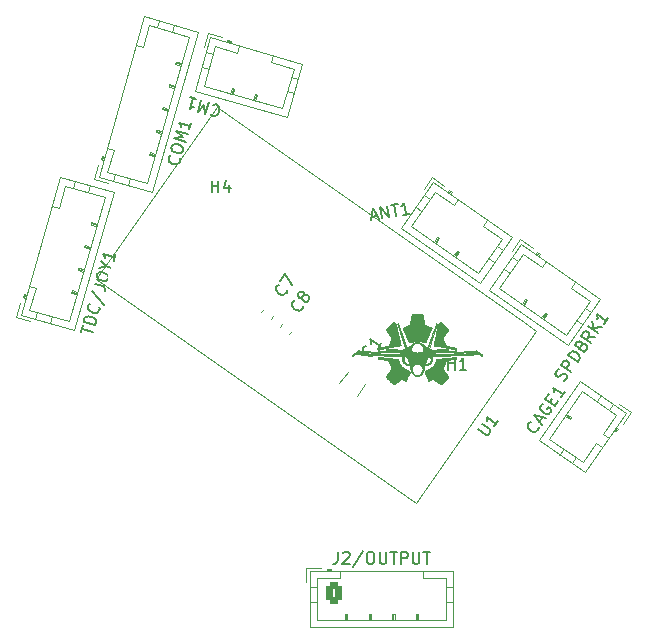
<source format=gbr>
%TF.GenerationSoftware,KiCad,Pcbnew,(6.0.9)*%
%TF.CreationDate,2023-01-28T00:17:32-09:00*%
%TF.ProjectId,HOTAS_Throttle Inner Grip,484f5441-535f-4546-9872-6f74746c6520,rev?*%
%TF.SameCoordinates,Original*%
%TF.FileFunction,Legend,Top*%
%TF.FilePolarity,Positive*%
%FSLAX46Y46*%
G04 Gerber Fmt 4.6, Leading zero omitted, Abs format (unit mm)*
G04 Created by KiCad (PCBNEW (6.0.9)) date 2023-01-28 00:17:32*
%MOMM*%
%LPD*%
G01*
G04 APERTURE LIST*
G04 Aperture macros list*
%AMRoundRect*
0 Rectangle with rounded corners*
0 $1 Rounding radius*
0 $2 $3 $4 $5 $6 $7 $8 $9 X,Y pos of 4 corners*
0 Add a 4 corners polygon primitive as box body*
4,1,4,$2,$3,$4,$5,$6,$7,$8,$9,$2,$3,0*
0 Add four circle primitives for the rounded corners*
1,1,$1+$1,$2,$3*
1,1,$1+$1,$4,$5*
1,1,$1+$1,$6,$7*
1,1,$1+$1,$8,$9*
0 Add four rect primitives between the rounded corners*
20,1,$1+$1,$2,$3,$4,$5,0*
20,1,$1+$1,$4,$5,$6,$7,0*
20,1,$1+$1,$6,$7,$8,$9,0*
20,1,$1+$1,$8,$9,$2,$3,0*%
%AMHorizOval*
0 Thick line with rounded ends*
0 $1 width*
0 $2 $3 position (X,Y) of the first rounded end (center of the circle)*
0 $4 $5 position (X,Y) of the second rounded end (center of the circle)*
0 Add line between two ends*
20,1,$1,$2,$3,$4,$5,0*
0 Add two circle primitives to create the rounded ends*
1,1,$1,$2,$3*
1,1,$1,$4,$5*%
G04 Aperture macros list end*
%ADD10C,0.150000*%
%ADD11C,0.010000*%
%ADD12C,0.120000*%
%ADD13C,1.624000*%
%ADD14HorizOval,1.300000X-0.264347X0.075800X0.264347X-0.075800X0*%
%ADD15RoundRect,0.299999X0.504316X-0.508716X0.697263X0.164169X-0.504316X0.508716X-0.697263X-0.164169X0*%
%ADD16HorizOval,1.300000X-0.157734X-0.225267X0.157734X0.225267X0*%
%ADD17RoundRect,0.299999X-0.645190X-0.311219X-0.071782X-0.712723X0.645190X0.311219X0.071782X0.712723X0*%
%ADD18HorizOval,1.300000X-0.075800X-0.264347X0.075800X0.264347X0*%
%ADD19RoundRect,0.299999X-0.508716X-0.504316X0.164169X-0.697263X0.508716X0.504316X-0.164169X0.697263X0*%
%ADD20O,1.300000X1.850000*%
%ADD21RoundRect,0.299999X-0.350001X-0.625001X0.350001X-0.625001X0.350001X0.625001X-0.350001X0.625001X0*%
%ADD22HorizOval,1.300000X-0.225267X0.157734X0.225267X-0.157734X0*%
%ADD23RoundRect,0.299999X-0.311219X0.645190X-0.712723X0.071782X0.311219X-0.645190X0.712723X-0.071782X0*%
%ADD24C,3.100000*%
%ADD25RoundRect,0.268750X0.084438X-0.326168X0.335378X0.032211X-0.084438X0.326168X-0.335378X-0.032211X0*%
%ADD26RoundRect,0.300000X0.296879X-0.665667X0.727061X-0.051303X-0.296879X0.665667X-0.727061X0.051303X0*%
G04 APERTURE END LIST*
D10*
%TO.C,U1*%
X106775314Y-118498993D02*
X107438437Y-118963317D01*
X107543764Y-118978936D01*
X107610085Y-118967242D01*
X107703718Y-118916540D01*
X107812971Y-118760511D01*
X107828590Y-118655184D01*
X107816896Y-118588863D01*
X107766195Y-118495230D01*
X107103072Y-118030906D01*
X108495800Y-117785330D02*
X108168042Y-118253417D01*
X108331921Y-118019374D02*
X107512769Y-117445797D01*
X107575164Y-117605751D01*
X107598553Y-117738392D01*
X107582933Y-117843720D01*
%TO.C,COM1*%
X81529479Y-95545462D02*
X81562128Y-95604362D01*
X81568526Y-95754811D01*
X81542274Y-95846359D01*
X81457123Y-95970557D01*
X81339323Y-96035855D01*
X81234649Y-96055378D01*
X81038426Y-96048650D01*
X80901103Y-96009273D01*
X80731131Y-95910996D01*
X80652708Y-95838971D01*
X80587410Y-95721171D01*
X80581013Y-95570722D01*
X80607264Y-95479173D01*
X80692415Y-95354976D01*
X80751315Y-95322327D01*
X80830399Y-94701009D02*
X80882901Y-94517912D01*
X80954927Y-94439489D01*
X81072727Y-94374191D01*
X81268950Y-94380919D01*
X81589370Y-94472798D01*
X81759342Y-94571075D01*
X81824640Y-94688875D01*
X81844163Y-94793549D01*
X81791661Y-94976647D01*
X81719635Y-95055070D01*
X81601835Y-95120367D01*
X81405612Y-95113639D01*
X81085191Y-95021760D01*
X80915220Y-94923483D01*
X80849922Y-94805684D01*
X80830399Y-94701009D01*
X82027921Y-94152708D02*
X81066659Y-93877071D01*
X81845154Y-93753534D01*
X81250418Y-93236229D01*
X82211679Y-93511867D01*
X82487317Y-92550605D02*
X82329810Y-93099898D01*
X82408563Y-92825251D02*
X81447301Y-92549614D01*
X81558373Y-92680539D01*
X81623671Y-92798339D01*
X81643194Y-92903014D01*
%TO.C,SPDBRK1*%
X114030609Y-114410157D02*
X114151556Y-114320449D01*
X114288122Y-114125413D01*
X114303741Y-114020085D01*
X114292047Y-113953765D01*
X114241346Y-113860131D01*
X114163331Y-113805505D01*
X114058003Y-113789886D01*
X113991683Y-113801580D01*
X113898049Y-113852281D01*
X113749790Y-113980997D01*
X113656156Y-114031698D01*
X113589836Y-114043392D01*
X113484508Y-114027773D01*
X113406493Y-113973147D01*
X113355792Y-113879513D01*
X113344098Y-113813193D01*
X113359717Y-113707865D01*
X113496283Y-113512829D01*
X113617230Y-113423120D01*
X114643193Y-113618318D02*
X113824041Y-113044742D01*
X114042546Y-112732684D01*
X114136180Y-112681983D01*
X114202500Y-112670289D01*
X114307828Y-112685908D01*
X114424850Y-112767847D01*
X114475551Y-112861481D01*
X114487245Y-112927801D01*
X114471626Y-113033129D01*
X114253121Y-113345187D01*
X115216769Y-112799166D02*
X114397617Y-112225590D01*
X114534183Y-112030554D01*
X114655130Y-111940845D01*
X114787771Y-111917457D01*
X114893098Y-111933076D01*
X115076441Y-112003322D01*
X115193462Y-112085261D01*
X115322178Y-112233521D01*
X115372879Y-112327155D01*
X115396268Y-112459795D01*
X115353335Y-112604130D01*
X115216769Y-112799166D01*
X115552458Y-111406519D02*
X115673405Y-111316810D01*
X115739726Y-111305116D01*
X115845053Y-111320735D01*
X115962075Y-111402675D01*
X116012776Y-111496308D01*
X116024470Y-111562629D01*
X116008851Y-111667956D01*
X115790346Y-111980014D01*
X114971194Y-111406438D01*
X115162386Y-111133387D01*
X115256020Y-111082686D01*
X115322340Y-111070992D01*
X115427668Y-111086611D01*
X115505682Y-111141237D01*
X115556383Y-111234871D01*
X115568077Y-111301191D01*
X115552458Y-111406519D01*
X115361266Y-111679570D01*
X116691680Y-110692775D02*
X116110416Y-110692694D01*
X116363922Y-111160862D02*
X115544770Y-110587286D01*
X115763276Y-110275228D01*
X115856909Y-110224527D01*
X115923230Y-110212833D01*
X116028557Y-110228452D01*
X116145579Y-110310391D01*
X116196280Y-110404025D01*
X116207974Y-110470345D01*
X116192355Y-110575673D01*
X115973850Y-110887731D01*
X116937499Y-110341710D02*
X116118347Y-109768134D01*
X117265257Y-109873623D02*
X116551351Y-109896931D01*
X116446105Y-109300047D02*
X116586434Y-110095892D01*
X117811520Y-109093479D02*
X117483762Y-109561565D01*
X117647641Y-109327522D02*
X116828489Y-108753946D01*
X116890884Y-108913900D01*
X116914273Y-109046540D01*
X116898653Y-109151868D01*
%TO.C,CM1*%
X84373944Y-91046138D02*
X84432844Y-91013490D01*
X84583293Y-91007092D01*
X84674841Y-91033343D01*
X84799039Y-91118494D01*
X84864337Y-91236294D01*
X84883860Y-91340969D01*
X84877132Y-91537192D01*
X84837755Y-91674515D01*
X84739478Y-91844487D01*
X84667453Y-91922910D01*
X84549653Y-91988207D01*
X84399204Y-91994605D01*
X84307655Y-91968354D01*
X84183458Y-91883203D01*
X84150809Y-91824303D01*
X83988226Y-90836459D02*
X83712589Y-91797721D01*
X83589052Y-91019226D01*
X83071747Y-91613963D01*
X83347385Y-90652701D01*
X82386123Y-90377064D02*
X82935416Y-90534571D01*
X82660769Y-90455817D02*
X82385132Y-91417079D01*
X82516057Y-91306007D01*
X82633857Y-91240709D01*
X82738532Y-91221186D01*
%TO.C,TDC/JOY1*%
X73152050Y-110261907D02*
X73309557Y-109712615D01*
X74192065Y-110262898D02*
X73230803Y-109987261D01*
X74362697Y-109667831D02*
X73401436Y-109392194D01*
X73467064Y-109163322D01*
X73552215Y-109039125D01*
X73670015Y-108973827D01*
X73774689Y-108954304D01*
X73970912Y-108961032D01*
X74108235Y-109000409D01*
X74278207Y-109098686D01*
X74356630Y-109170711D01*
X74421928Y-109288511D01*
X74428325Y-109438960D01*
X74362697Y-109667831D01*
X74704293Y-108131026D02*
X74736942Y-108189926D01*
X74743340Y-108340375D01*
X74717088Y-108431924D01*
X74631937Y-108556121D01*
X74514137Y-108621419D01*
X74409463Y-108640942D01*
X74213240Y-108634214D01*
X74075917Y-108594837D01*
X73905945Y-108496560D01*
X73827522Y-108424535D01*
X73762224Y-108306735D01*
X73755827Y-108156286D01*
X73782078Y-108064737D01*
X73867229Y-107940540D01*
X73926129Y-107907891D01*
X74103820Y-106769930D02*
X75103467Y-107948259D01*
X74320227Y-106187988D02*
X75006842Y-106384872D01*
X75131040Y-106470023D01*
X75196337Y-106587823D01*
X75202735Y-106738272D01*
X75176484Y-106829821D01*
X74503985Y-105547147D02*
X74556488Y-105364050D01*
X74628513Y-105285627D01*
X74746313Y-105220329D01*
X74942536Y-105227057D01*
X75262957Y-105318936D01*
X75432928Y-105417213D01*
X75498226Y-105535013D01*
X75517749Y-105639687D01*
X75465247Y-105822785D01*
X75393221Y-105901208D01*
X75275421Y-105966505D01*
X75079198Y-105959777D01*
X74758778Y-105867898D01*
X74588806Y-105769622D01*
X74523508Y-105651822D01*
X74503985Y-105547147D01*
X75296266Y-104684493D02*
X75754010Y-104815749D01*
X74700869Y-104860532D02*
X75296266Y-104684493D01*
X74884627Y-104219691D01*
X76082150Y-103671389D02*
X75924642Y-104220682D01*
X76003396Y-103946036D02*
X75042134Y-103670398D01*
X75153206Y-103801324D01*
X75218504Y-103919124D01*
X75238027Y-104023798D01*
%TO.C,J2/OUTPUT*%
X94924523Y-128886380D02*
X94924523Y-129600666D01*
X94876904Y-129743523D01*
X94781666Y-129838761D01*
X94638809Y-129886380D01*
X94543571Y-129886380D01*
X95353095Y-128981619D02*
X95400714Y-128934000D01*
X95495952Y-128886380D01*
X95734047Y-128886380D01*
X95829285Y-128934000D01*
X95876904Y-128981619D01*
X95924523Y-129076857D01*
X95924523Y-129172095D01*
X95876904Y-129314952D01*
X95305476Y-129886380D01*
X95924523Y-129886380D01*
X97067380Y-128838761D02*
X96210238Y-130124476D01*
X97591190Y-128886380D02*
X97781666Y-128886380D01*
X97876904Y-128934000D01*
X97972142Y-129029238D01*
X98019761Y-129219714D01*
X98019761Y-129553047D01*
X97972142Y-129743523D01*
X97876904Y-129838761D01*
X97781666Y-129886380D01*
X97591190Y-129886380D01*
X97495952Y-129838761D01*
X97400714Y-129743523D01*
X97353095Y-129553047D01*
X97353095Y-129219714D01*
X97400714Y-129029238D01*
X97495952Y-128934000D01*
X97591190Y-128886380D01*
X98448333Y-128886380D02*
X98448333Y-129695904D01*
X98495952Y-129791142D01*
X98543571Y-129838761D01*
X98638809Y-129886380D01*
X98829285Y-129886380D01*
X98924523Y-129838761D01*
X98972142Y-129791142D01*
X99019761Y-129695904D01*
X99019761Y-128886380D01*
X99353095Y-128886380D02*
X99924523Y-128886380D01*
X99638809Y-129886380D02*
X99638809Y-128886380D01*
X100257857Y-129886380D02*
X100257857Y-128886380D01*
X100638809Y-128886380D01*
X100734047Y-128934000D01*
X100781666Y-128981619D01*
X100829285Y-129076857D01*
X100829285Y-129219714D01*
X100781666Y-129314952D01*
X100734047Y-129362571D01*
X100638809Y-129410190D01*
X100257857Y-129410190D01*
X101257857Y-128886380D02*
X101257857Y-129695904D01*
X101305476Y-129791142D01*
X101353095Y-129838761D01*
X101448333Y-129886380D01*
X101638809Y-129886380D01*
X101734047Y-129838761D01*
X101781666Y-129791142D01*
X101829285Y-129695904D01*
X101829285Y-128886380D01*
X102162619Y-128886380D02*
X102734047Y-128886380D01*
X102448333Y-129886380D02*
X102448333Y-128886380D01*
%TO.C,CAGE1*%
X111926876Y-118312584D02*
X111938570Y-118378904D01*
X111895638Y-118523239D01*
X111841011Y-118601253D01*
X111720065Y-118690962D01*
X111587424Y-118714350D01*
X111482096Y-118698731D01*
X111298754Y-118628486D01*
X111181732Y-118546546D01*
X111053017Y-118398286D01*
X111002315Y-118304653D01*
X110978927Y-118172012D01*
X111021859Y-118027677D01*
X111076486Y-117949662D01*
X111197432Y-117859954D01*
X111263753Y-117848260D01*
X111989352Y-117891273D02*
X112262484Y-117501201D01*
X112168769Y-118133166D02*
X111540810Y-117286539D01*
X112551154Y-117587065D01*
X112262646Y-116338671D02*
X112169012Y-116389373D01*
X112087073Y-116506394D01*
X112044141Y-116650729D01*
X112067529Y-116783370D01*
X112118230Y-116877004D01*
X112246946Y-117025264D01*
X112363968Y-117107203D01*
X112547310Y-117177449D01*
X112652637Y-117193068D01*
X112785278Y-117169679D01*
X112906225Y-117079971D01*
X112960851Y-117001956D01*
X113003783Y-116857622D01*
X112992089Y-116791301D01*
X112719039Y-116600109D01*
X112609786Y-116756138D01*
X112886843Y-116194418D02*
X113078035Y-115921367D01*
X113589054Y-116104790D02*
X113315922Y-116494862D01*
X112496770Y-115921286D01*
X112769902Y-115531213D01*
X114135317Y-115324645D02*
X113807559Y-115792732D01*
X113971438Y-115558689D02*
X113152286Y-114985112D01*
X113214682Y-115145066D01*
X113238070Y-115277707D01*
X113222451Y-115383035D01*
%TO.C,ANT1*%
X97748490Y-100521279D02*
X98217446Y-100438589D01*
X97704313Y-100819190D02*
X97858934Y-99776500D01*
X98360851Y-100703425D01*
X98689121Y-100645542D02*
X98515472Y-99660734D01*
X99251868Y-100546315D01*
X99078220Y-99561507D01*
X99406489Y-99503624D02*
X99969236Y-99404397D01*
X99861511Y-100438818D02*
X99687863Y-99454010D01*
X100987005Y-100240363D02*
X100424258Y-100339591D01*
X100705632Y-100289977D02*
X100531983Y-99305169D01*
X100462999Y-99462394D01*
X100385746Y-99572723D01*
X100300224Y-99636157D01*
%TO.C,H1*%
X104238095Y-113452380D02*
X104238095Y-112452380D01*
X104238095Y-112928571D02*
X104809523Y-112928571D01*
X104809523Y-113452380D02*
X104809523Y-112452380D01*
X105809523Y-113452380D02*
X105238095Y-113452380D01*
X105523809Y-113452380D02*
X105523809Y-112452380D01*
X105428571Y-112595238D01*
X105333333Y-112690476D01*
X105238095Y-112738095D01*
%TO.C,C7*%
X90604958Y-106715174D02*
X90616652Y-106781494D01*
X90573720Y-106925829D01*
X90519093Y-107003843D01*
X90398146Y-107093552D01*
X90265506Y-107116940D01*
X90160178Y-107101321D01*
X89976836Y-107031076D01*
X89859814Y-106949136D01*
X89731098Y-106800876D01*
X89680397Y-106707243D01*
X89657009Y-106574602D01*
X89699941Y-106430267D01*
X89754568Y-106352252D01*
X89875514Y-106262544D01*
X89941835Y-106250850D01*
X90055012Y-105923173D02*
X90437397Y-105377071D01*
X91010730Y-106301713D01*
%TO.C,C8*%
X91966958Y-108055374D02*
X91978652Y-108121694D01*
X91935720Y-108266029D01*
X91881093Y-108344043D01*
X91760146Y-108433752D01*
X91627506Y-108457140D01*
X91522178Y-108441521D01*
X91338836Y-108371276D01*
X91221814Y-108289336D01*
X91093098Y-108141076D01*
X91042397Y-108047443D01*
X91019009Y-107914802D01*
X91061941Y-107770467D01*
X91116568Y-107692452D01*
X91237514Y-107602744D01*
X91303835Y-107591050D01*
X91904643Y-107314155D02*
X91811010Y-107364856D01*
X91744689Y-107376550D01*
X91639362Y-107360931D01*
X91600354Y-107333618D01*
X91549653Y-107239985D01*
X91537959Y-107173664D01*
X91553578Y-107068337D01*
X91662831Y-106912308D01*
X91756464Y-106861606D01*
X91822785Y-106849912D01*
X91928112Y-106865531D01*
X91967120Y-106892844D01*
X92017821Y-106986478D01*
X92029515Y-107052798D01*
X92013896Y-107158126D01*
X91904643Y-107314155D01*
X91889024Y-107419483D01*
X91900718Y-107485803D01*
X91951420Y-107579437D01*
X92107449Y-107688689D01*
X92212776Y-107704308D01*
X92279097Y-107692614D01*
X92372730Y-107641913D01*
X92481983Y-107485884D01*
X92497602Y-107380556D01*
X92485908Y-107314236D01*
X92435207Y-107220602D01*
X92279178Y-107111350D01*
X92173850Y-107095731D01*
X92107530Y-107107425D01*
X92013896Y-107158126D01*
%TO.C,C1*%
X97986958Y-111923574D02*
X97998652Y-111989894D01*
X97955720Y-112134229D01*
X97901093Y-112212243D01*
X97780146Y-112301952D01*
X97647506Y-112325340D01*
X97542178Y-112309721D01*
X97358836Y-112239476D01*
X97241814Y-112157536D01*
X97113098Y-112009276D01*
X97062397Y-111915643D01*
X97039009Y-111783002D01*
X97081941Y-111638667D01*
X97136568Y-111560652D01*
X97257514Y-111470944D01*
X97323835Y-111459250D01*
X98611235Y-111198055D02*
X98283478Y-111666142D01*
X98447357Y-111432099D02*
X97628204Y-110858522D01*
X97690600Y-111018476D01*
X97713988Y-111151117D01*
X97698369Y-111256445D01*
%TO.C,H4*%
X84238095Y-98452380D02*
X84238095Y-97452380D01*
X84238095Y-97928571D02*
X84809523Y-97928571D01*
X84809523Y-98452380D02*
X84809523Y-97452380D01*
X85714285Y-97785714D02*
X85714285Y-98452380D01*
X85476190Y-97404761D02*
X85238095Y-98119047D01*
X85857142Y-98119047D01*
%TO.C,G\u002A\u002A\u002A*%
G36*
X101608146Y-108760457D02*
G01*
X101628827Y-108760457D01*
X101698660Y-108760465D01*
X101760522Y-108760496D01*
X101814909Y-108760557D01*
X101862316Y-108760656D01*
X101903239Y-108760802D01*
X101938173Y-108761002D01*
X101967615Y-108761264D01*
X101992060Y-108761597D01*
X102012004Y-108762007D01*
X102027942Y-108762504D01*
X102040370Y-108763095D01*
X102049783Y-108763788D01*
X102056678Y-108764591D01*
X102061550Y-108765512D01*
X102064895Y-108766559D01*
X102066826Y-108767506D01*
X102076805Y-108775634D01*
X102083293Y-108784504D01*
X102084685Y-108789980D01*
X102087505Y-108803209D01*
X102091644Y-108823622D01*
X102096991Y-108850646D01*
X102103436Y-108883711D01*
X102110869Y-108922244D01*
X102119181Y-108965674D01*
X102128262Y-109013431D01*
X102138001Y-109064942D01*
X102148289Y-109119636D01*
X102159016Y-109176941D01*
X102166297Y-109215995D01*
X102177271Y-109274749D01*
X102187902Y-109331292D01*
X102198081Y-109385049D01*
X102207693Y-109435447D01*
X102216628Y-109481913D01*
X102224774Y-109523871D01*
X102232019Y-109560748D01*
X102238251Y-109591971D01*
X102243359Y-109616965D01*
X102247230Y-109635158D01*
X102249753Y-109645974D01*
X102250622Y-109648788D01*
X102258323Y-109660231D01*
X102266405Y-109669124D01*
X102271416Y-109671782D01*
X102283519Y-109677323D01*
X102301965Y-109685436D01*
X102326002Y-109695810D01*
X102354882Y-109708134D01*
X102387856Y-109722097D01*
X102424173Y-109737389D01*
X102463085Y-109753698D01*
X102503841Y-109770713D01*
X102545692Y-109788124D01*
X102587888Y-109805619D01*
X102629680Y-109822887D01*
X102670319Y-109839619D01*
X102709054Y-109855501D01*
X102745136Y-109870225D01*
X102777816Y-109883478D01*
X102806343Y-109894950D01*
X102829969Y-109904330D01*
X102847944Y-109911307D01*
X102859518Y-109915570D01*
X102863381Y-109916767D01*
X102863786Y-109918205D01*
X102862907Y-109922303D01*
X102860610Y-109929372D01*
X102856758Y-109939726D01*
X102851215Y-109953675D01*
X102843847Y-109971533D01*
X102834516Y-109993612D01*
X102823087Y-110020225D01*
X102809426Y-110051682D01*
X102793394Y-110088298D01*
X102774858Y-110130384D01*
X102753681Y-110178252D01*
X102729728Y-110232215D01*
X102702862Y-110292585D01*
X102672948Y-110359675D01*
X102639851Y-110433796D01*
X102603434Y-110515262D01*
X102595899Y-110532106D01*
X102565319Y-110600460D01*
X102535648Y-110666752D01*
X102507074Y-110730568D01*
X102479782Y-110791491D01*
X102453961Y-110849104D01*
X102429796Y-110902993D01*
X102407475Y-110952741D01*
X102387184Y-110997932D01*
X102369110Y-111038149D01*
X102353440Y-111072978D01*
X102340360Y-111102002D01*
X102330058Y-111124804D01*
X102322719Y-111140970D01*
X102318532Y-111150082D01*
X102317597Y-111152012D01*
X102314967Y-111154048D01*
X102309691Y-111154463D01*
X102300572Y-111153032D01*
X102286414Y-111149529D01*
X102266020Y-111143729D01*
X102252762Y-111139793D01*
X102191919Y-111122354D01*
X102126723Y-111105065D01*
X102059297Y-111088420D01*
X101991764Y-111072910D01*
X101926249Y-111059027D01*
X101864874Y-111047261D01*
X101821249Y-111039873D01*
X101795840Y-111036768D01*
X101763674Y-111034228D01*
X101726442Y-111032275D01*
X101685835Y-111030928D01*
X101643544Y-111030208D01*
X101601262Y-111030136D01*
X101560678Y-111030733D01*
X101523486Y-111032019D01*
X101491375Y-111034015D01*
X101474606Y-111035636D01*
X101426097Y-111042220D01*
X101371296Y-111051386D01*
X101311850Y-111062775D01*
X101249406Y-111076025D01*
X101185610Y-111090775D01*
X101122110Y-111106664D01*
X101060551Y-111123331D01*
X101017806Y-111135776D01*
X100994920Y-111142604D01*
X100974886Y-111148472D01*
X100959097Y-111152980D01*
X100948943Y-111155732D01*
X100945839Y-111156401D01*
X100943841Y-111152575D01*
X100938645Y-111141398D01*
X100930434Y-111123283D01*
X100919390Y-111098643D01*
X100905695Y-111067890D01*
X100889531Y-111031438D01*
X100871079Y-110989698D01*
X100850523Y-110943083D01*
X100828043Y-110892006D01*
X100803823Y-110836879D01*
X100778043Y-110778115D01*
X100750886Y-110716127D01*
X100722535Y-110651328D01*
X100693170Y-110584129D01*
X100674015Y-110540249D01*
X100644093Y-110471664D01*
X100615092Y-110405158D01*
X100587192Y-110341149D01*
X100560575Y-110280053D01*
X100535422Y-110222287D01*
X100511914Y-110168267D01*
X100490232Y-110118412D01*
X100470557Y-110073136D01*
X100453071Y-110032857D01*
X100437954Y-109997992D01*
X100425388Y-109968958D01*
X100415553Y-109946170D01*
X100408631Y-109930046D01*
X100404803Y-109921003D01*
X100404062Y-109919130D01*
X100407708Y-109916579D01*
X100418853Y-109911055D01*
X100437129Y-109902716D01*
X100462169Y-109891720D01*
X100493603Y-109878224D01*
X100531066Y-109862386D01*
X100574187Y-109844364D01*
X100622601Y-109824314D01*
X100675939Y-109802396D01*
X100687550Y-109797644D01*
X100734426Y-109778429D01*
X100779245Y-109759969D01*
X100821353Y-109742538D01*
X100860095Y-109726412D01*
X100894818Y-109711866D01*
X100924868Y-109699174D01*
X100949591Y-109688612D01*
X100968332Y-109680453D01*
X100980439Y-109674973D01*
X100985020Y-109672630D01*
X100995858Y-109662723D01*
X101004851Y-109650285D01*
X101005357Y-109649325D01*
X101007330Y-109642800D01*
X101010720Y-109628337D01*
X101015450Y-109606333D01*
X101021443Y-109577184D01*
X101028621Y-109541286D01*
X101036906Y-109499036D01*
X101046220Y-109450830D01*
X101056485Y-109397063D01*
X101067625Y-109338133D01*
X101079561Y-109274435D01*
X101091193Y-109211880D01*
X101102109Y-109153121D01*
X101112655Y-109096630D01*
X101122724Y-109042975D01*
X101132206Y-108992723D01*
X101140993Y-108946440D01*
X101148976Y-108904693D01*
X101156046Y-108868051D01*
X101162094Y-108837080D01*
X101167013Y-108812347D01*
X101170692Y-108794419D01*
X101173023Y-108783863D01*
X101173785Y-108781182D01*
X101175514Y-108777870D01*
X101177276Y-108774931D01*
X101179558Y-108772342D01*
X101182849Y-108770082D01*
X101187636Y-108768128D01*
X101194408Y-108766457D01*
X101203652Y-108765048D01*
X101215858Y-108763878D01*
X101231512Y-108762926D01*
X101251104Y-108762168D01*
X101275121Y-108761584D01*
X101304051Y-108761149D01*
X101338382Y-108760843D01*
X101378604Y-108760642D01*
X101425202Y-108760526D01*
X101478667Y-108760471D01*
X101539485Y-108760456D01*
X101608146Y-108760457D01*
G37*
D11*
X101608146Y-108760457D02*
X101628827Y-108760457D01*
X101698660Y-108760465D01*
X101760522Y-108760496D01*
X101814909Y-108760557D01*
X101862316Y-108760656D01*
X101903239Y-108760802D01*
X101938173Y-108761002D01*
X101967615Y-108761264D01*
X101992060Y-108761597D01*
X102012004Y-108762007D01*
X102027942Y-108762504D01*
X102040370Y-108763095D01*
X102049783Y-108763788D01*
X102056678Y-108764591D01*
X102061550Y-108765512D01*
X102064895Y-108766559D01*
X102066826Y-108767506D01*
X102076805Y-108775634D01*
X102083293Y-108784504D01*
X102084685Y-108789980D01*
X102087505Y-108803209D01*
X102091644Y-108823622D01*
X102096991Y-108850646D01*
X102103436Y-108883711D01*
X102110869Y-108922244D01*
X102119181Y-108965674D01*
X102128262Y-109013431D01*
X102138001Y-109064942D01*
X102148289Y-109119636D01*
X102159016Y-109176941D01*
X102166297Y-109215995D01*
X102177271Y-109274749D01*
X102187902Y-109331292D01*
X102198081Y-109385049D01*
X102207693Y-109435447D01*
X102216628Y-109481913D01*
X102224774Y-109523871D01*
X102232019Y-109560748D01*
X102238251Y-109591971D01*
X102243359Y-109616965D01*
X102247230Y-109635158D01*
X102249753Y-109645974D01*
X102250622Y-109648788D01*
X102258323Y-109660231D01*
X102266405Y-109669124D01*
X102271416Y-109671782D01*
X102283519Y-109677323D01*
X102301965Y-109685436D01*
X102326002Y-109695810D01*
X102354882Y-109708134D01*
X102387856Y-109722097D01*
X102424173Y-109737389D01*
X102463085Y-109753698D01*
X102503841Y-109770713D01*
X102545692Y-109788124D01*
X102587888Y-109805619D01*
X102629680Y-109822887D01*
X102670319Y-109839619D01*
X102709054Y-109855501D01*
X102745136Y-109870225D01*
X102777816Y-109883478D01*
X102806343Y-109894950D01*
X102829969Y-109904330D01*
X102847944Y-109911307D01*
X102859518Y-109915570D01*
X102863381Y-109916767D01*
X102863786Y-109918205D01*
X102862907Y-109922303D01*
X102860610Y-109929372D01*
X102856758Y-109939726D01*
X102851215Y-109953675D01*
X102843847Y-109971533D01*
X102834516Y-109993612D01*
X102823087Y-110020225D01*
X102809426Y-110051682D01*
X102793394Y-110088298D01*
X102774858Y-110130384D01*
X102753681Y-110178252D01*
X102729728Y-110232215D01*
X102702862Y-110292585D01*
X102672948Y-110359675D01*
X102639851Y-110433796D01*
X102603434Y-110515262D01*
X102595899Y-110532106D01*
X102565319Y-110600460D01*
X102535648Y-110666752D01*
X102507074Y-110730568D01*
X102479782Y-110791491D01*
X102453961Y-110849104D01*
X102429796Y-110902993D01*
X102407475Y-110952741D01*
X102387184Y-110997932D01*
X102369110Y-111038149D01*
X102353440Y-111072978D01*
X102340360Y-111102002D01*
X102330058Y-111124804D01*
X102322719Y-111140970D01*
X102318532Y-111150082D01*
X102317597Y-111152012D01*
X102314967Y-111154048D01*
X102309691Y-111154463D01*
X102300572Y-111153032D01*
X102286414Y-111149529D01*
X102266020Y-111143729D01*
X102252762Y-111139793D01*
X102191919Y-111122354D01*
X102126723Y-111105065D01*
X102059297Y-111088420D01*
X101991764Y-111072910D01*
X101926249Y-111059027D01*
X101864874Y-111047261D01*
X101821249Y-111039873D01*
X101795840Y-111036768D01*
X101763674Y-111034228D01*
X101726442Y-111032275D01*
X101685835Y-111030928D01*
X101643544Y-111030208D01*
X101601262Y-111030136D01*
X101560678Y-111030733D01*
X101523486Y-111032019D01*
X101491375Y-111034015D01*
X101474606Y-111035636D01*
X101426097Y-111042220D01*
X101371296Y-111051386D01*
X101311850Y-111062775D01*
X101249406Y-111076025D01*
X101185610Y-111090775D01*
X101122110Y-111106664D01*
X101060551Y-111123331D01*
X101017806Y-111135776D01*
X100994920Y-111142604D01*
X100974886Y-111148472D01*
X100959097Y-111152980D01*
X100948943Y-111155732D01*
X100945839Y-111156401D01*
X100943841Y-111152575D01*
X100938645Y-111141398D01*
X100930434Y-111123283D01*
X100919390Y-111098643D01*
X100905695Y-111067890D01*
X100889531Y-111031438D01*
X100871079Y-110989698D01*
X100850523Y-110943083D01*
X100828043Y-110892006D01*
X100803823Y-110836879D01*
X100778043Y-110778115D01*
X100750886Y-110716127D01*
X100722535Y-110651328D01*
X100693170Y-110584129D01*
X100674015Y-110540249D01*
X100644093Y-110471664D01*
X100615092Y-110405158D01*
X100587192Y-110341149D01*
X100560575Y-110280053D01*
X100535422Y-110222287D01*
X100511914Y-110168267D01*
X100490232Y-110118412D01*
X100470557Y-110073136D01*
X100453071Y-110032857D01*
X100437954Y-109997992D01*
X100425388Y-109968958D01*
X100415553Y-109946170D01*
X100408631Y-109930046D01*
X100404803Y-109921003D01*
X100404062Y-109919130D01*
X100407708Y-109916579D01*
X100418853Y-109911055D01*
X100437129Y-109902716D01*
X100462169Y-109891720D01*
X100493603Y-109878224D01*
X100531066Y-109862386D01*
X100574187Y-109844364D01*
X100622601Y-109824314D01*
X100675939Y-109802396D01*
X100687550Y-109797644D01*
X100734426Y-109778429D01*
X100779245Y-109759969D01*
X100821353Y-109742538D01*
X100860095Y-109726412D01*
X100894818Y-109711866D01*
X100924868Y-109699174D01*
X100949591Y-109688612D01*
X100968332Y-109680453D01*
X100980439Y-109674973D01*
X100985020Y-109672630D01*
X100995858Y-109662723D01*
X101004851Y-109650285D01*
X101005357Y-109649325D01*
X101007330Y-109642800D01*
X101010720Y-109628337D01*
X101015450Y-109606333D01*
X101021443Y-109577184D01*
X101028621Y-109541286D01*
X101036906Y-109499036D01*
X101046220Y-109450830D01*
X101056485Y-109397063D01*
X101067625Y-109338133D01*
X101079561Y-109274435D01*
X101091193Y-109211880D01*
X101102109Y-109153121D01*
X101112655Y-109096630D01*
X101122724Y-109042975D01*
X101132206Y-108992723D01*
X101140993Y-108946440D01*
X101148976Y-108904693D01*
X101156046Y-108868051D01*
X101162094Y-108837080D01*
X101167013Y-108812347D01*
X101170692Y-108794419D01*
X101173023Y-108783863D01*
X101173785Y-108781182D01*
X101175514Y-108777870D01*
X101177276Y-108774931D01*
X101179558Y-108772342D01*
X101182849Y-108770082D01*
X101187636Y-108768128D01*
X101194408Y-108766457D01*
X101203652Y-108765048D01*
X101215858Y-108763878D01*
X101231512Y-108762926D01*
X101251104Y-108762168D01*
X101275121Y-108761584D01*
X101304051Y-108761149D01*
X101338382Y-108760843D01*
X101378604Y-108760642D01*
X101425202Y-108760526D01*
X101478667Y-108760471D01*
X101539485Y-108760456D01*
X101608146Y-108760457D01*
G36*
X103649502Y-109422893D02*
G01*
X103653979Y-109426204D01*
X103663917Y-109435040D01*
X103678820Y-109448911D01*
X103698194Y-109467324D01*
X103721544Y-109489787D01*
X103748375Y-109515808D01*
X103778192Y-109544896D01*
X103810499Y-109576559D01*
X103844803Y-109610304D01*
X103880607Y-109645639D01*
X103917418Y-109682073D01*
X103954740Y-109719114D01*
X103992078Y-109756270D01*
X104028938Y-109793048D01*
X104064824Y-109828958D01*
X104099241Y-109863506D01*
X104131695Y-109896202D01*
X104161690Y-109926552D01*
X104188732Y-109954066D01*
X104212326Y-109978251D01*
X104231976Y-109998616D01*
X104247189Y-110014667D01*
X104257468Y-110025914D01*
X104262319Y-110031865D01*
X104262497Y-110032170D01*
X104267036Y-110048169D01*
X104266767Y-110058293D01*
X104263888Y-110064474D01*
X104256162Y-110077517D01*
X104243627Y-110097368D01*
X104226317Y-110123972D01*
X104204270Y-110157274D01*
X104177522Y-110197220D01*
X104146109Y-110243754D01*
X104110068Y-110296823D01*
X104069435Y-110356372D01*
X104024518Y-110421948D01*
X103985198Y-110479360D01*
X103948696Y-110532855D01*
X103915221Y-110582123D01*
X103884978Y-110626853D01*
X103858176Y-110666736D01*
X103835021Y-110701460D01*
X103815721Y-110730716D01*
X103800482Y-110754193D01*
X103789512Y-110771581D01*
X103783019Y-110782569D01*
X103781204Y-110786452D01*
X103779497Y-110799285D01*
X103779910Y-110810187D01*
X103779986Y-110810550D01*
X103782185Y-110816843D01*
X103787428Y-110830095D01*
X103795401Y-110849570D01*
X103805785Y-110874531D01*
X103818265Y-110904243D01*
X103832524Y-110937971D01*
X103848245Y-110974978D01*
X103865111Y-111014528D01*
X103882806Y-111055887D01*
X103901014Y-111098318D01*
X103919417Y-111141085D01*
X103937699Y-111183453D01*
X103955543Y-111224686D01*
X103972633Y-111264048D01*
X103988653Y-111300803D01*
X104003284Y-111334215D01*
X104016212Y-111363550D01*
X104027119Y-111388070D01*
X104035688Y-111407041D01*
X104041603Y-111419726D01*
X104044548Y-111425390D01*
X104044614Y-111425478D01*
X104054586Y-111435312D01*
X104064321Y-111441966D01*
X104070013Y-111443553D01*
X104083451Y-111446560D01*
X104104055Y-111450872D01*
X104131244Y-111456376D01*
X104164437Y-111462960D01*
X104203054Y-111470510D01*
X104246514Y-111478913D01*
X104294237Y-111488056D01*
X104345642Y-111497825D01*
X104400148Y-111508108D01*
X104457175Y-111518792D01*
X104488339Y-111524599D01*
X104556057Y-111537199D01*
X104615949Y-111548357D01*
X104668512Y-111558178D01*
X104714244Y-111566766D01*
X104753642Y-111574226D01*
X104787204Y-111580663D01*
X104815429Y-111586181D01*
X104838812Y-111590885D01*
X104857853Y-111594879D01*
X104873049Y-111598268D01*
X104884897Y-111601156D01*
X104893896Y-111603647D01*
X104900542Y-111605848D01*
X104905334Y-111607861D01*
X104908769Y-111609792D01*
X104911346Y-111611745D01*
X104913560Y-111613825D01*
X104913699Y-111613962D01*
X104926399Y-111626564D01*
X104929061Y-111774590D01*
X104919263Y-111774158D01*
X104913478Y-111773092D01*
X104900220Y-111770171D01*
X104880236Y-111765572D01*
X104854273Y-111759474D01*
X104823077Y-111752054D01*
X104787396Y-111743489D01*
X104747975Y-111733957D01*
X104705561Y-111723635D01*
X104661815Y-111712927D01*
X104567896Y-111689999D01*
X104481777Y-111669249D01*
X104403101Y-111650596D01*
X104331508Y-111633959D01*
X104266641Y-111619254D01*
X104208141Y-111606400D01*
X104155649Y-111595315D01*
X104108807Y-111585918D01*
X104090315Y-111582376D01*
X104075564Y-111579684D01*
X104053112Y-111575712D01*
X104023610Y-111570569D01*
X103987708Y-111564366D01*
X103946058Y-111557216D01*
X103899309Y-111549228D01*
X103848113Y-111540514D01*
X103793120Y-111531184D01*
X103734980Y-111521349D01*
X103674345Y-111511121D01*
X103611865Y-111500611D01*
X103548191Y-111489928D01*
X103542098Y-111488908D01*
X103479577Y-111478398D01*
X103419021Y-111468146D01*
X103360998Y-111458250D01*
X103306077Y-111448812D01*
X103254824Y-111439930D01*
X103207809Y-111431706D01*
X103165599Y-111424239D01*
X103128762Y-111417629D01*
X103097866Y-111411976D01*
X103073480Y-111407380D01*
X103056172Y-111403942D01*
X103046509Y-111401760D01*
X103045369Y-111401428D01*
X103031049Y-111396423D01*
X103023318Y-111392500D01*
X103020603Y-111388496D01*
X103021224Y-111383596D01*
X103023142Y-111376846D01*
X103025416Y-111368280D01*
X103028115Y-111357577D01*
X103031311Y-111344413D01*
X103035075Y-111328466D01*
X103039478Y-111309414D01*
X103044590Y-111286932D01*
X103050483Y-111260700D01*
X103057227Y-111230393D01*
X103064893Y-111195689D01*
X103073552Y-111156267D01*
X103083275Y-111111802D01*
X103094133Y-111061972D01*
X103106197Y-111006454D01*
X103119538Y-110944926D01*
X103134226Y-110877066D01*
X103150332Y-110802549D01*
X103167927Y-110721054D01*
X103187083Y-110632258D01*
X103207869Y-110535838D01*
X103230358Y-110431471D01*
X103231028Y-110428359D01*
X103418448Y-109558378D01*
X103516859Y-109490676D01*
X103542900Y-109472987D01*
X103567177Y-109456927D01*
X103588678Y-109443129D01*
X103606394Y-109432228D01*
X103619317Y-109424859D01*
X103626434Y-109421655D01*
X103626821Y-109421584D01*
X103640237Y-109421533D01*
X103649502Y-109422893D01*
G37*
X103649502Y-109422893D02*
X103653979Y-109426204D01*
X103663917Y-109435040D01*
X103678820Y-109448911D01*
X103698194Y-109467324D01*
X103721544Y-109489787D01*
X103748375Y-109515808D01*
X103778192Y-109544896D01*
X103810499Y-109576559D01*
X103844803Y-109610304D01*
X103880607Y-109645639D01*
X103917418Y-109682073D01*
X103954740Y-109719114D01*
X103992078Y-109756270D01*
X104028938Y-109793048D01*
X104064824Y-109828958D01*
X104099241Y-109863506D01*
X104131695Y-109896202D01*
X104161690Y-109926552D01*
X104188732Y-109954066D01*
X104212326Y-109978251D01*
X104231976Y-109998616D01*
X104247189Y-110014667D01*
X104257468Y-110025914D01*
X104262319Y-110031865D01*
X104262497Y-110032170D01*
X104267036Y-110048169D01*
X104266767Y-110058293D01*
X104263888Y-110064474D01*
X104256162Y-110077517D01*
X104243627Y-110097368D01*
X104226317Y-110123972D01*
X104204270Y-110157274D01*
X104177522Y-110197220D01*
X104146109Y-110243754D01*
X104110068Y-110296823D01*
X104069435Y-110356372D01*
X104024518Y-110421948D01*
X103985198Y-110479360D01*
X103948696Y-110532855D01*
X103915221Y-110582123D01*
X103884978Y-110626853D01*
X103858176Y-110666736D01*
X103835021Y-110701460D01*
X103815721Y-110730716D01*
X103800482Y-110754193D01*
X103789512Y-110771581D01*
X103783019Y-110782569D01*
X103781204Y-110786452D01*
X103779497Y-110799285D01*
X103779910Y-110810187D01*
X103779986Y-110810550D01*
X103782185Y-110816843D01*
X103787428Y-110830095D01*
X103795401Y-110849570D01*
X103805785Y-110874531D01*
X103818265Y-110904243D01*
X103832524Y-110937971D01*
X103848245Y-110974978D01*
X103865111Y-111014528D01*
X103882806Y-111055887D01*
X103901014Y-111098318D01*
X103919417Y-111141085D01*
X103937699Y-111183453D01*
X103955543Y-111224686D01*
X103972633Y-111264048D01*
X103988653Y-111300803D01*
X104003284Y-111334215D01*
X104016212Y-111363550D01*
X104027119Y-111388070D01*
X104035688Y-111407041D01*
X104041603Y-111419726D01*
X104044548Y-111425390D01*
X104044614Y-111425478D01*
X104054586Y-111435312D01*
X104064321Y-111441966D01*
X104070013Y-111443553D01*
X104083451Y-111446560D01*
X104104055Y-111450872D01*
X104131244Y-111456376D01*
X104164437Y-111462960D01*
X104203054Y-111470510D01*
X104246514Y-111478913D01*
X104294237Y-111488056D01*
X104345642Y-111497825D01*
X104400148Y-111508108D01*
X104457175Y-111518792D01*
X104488339Y-111524599D01*
X104556057Y-111537199D01*
X104615949Y-111548357D01*
X104668512Y-111558178D01*
X104714244Y-111566766D01*
X104753642Y-111574226D01*
X104787204Y-111580663D01*
X104815429Y-111586181D01*
X104838812Y-111590885D01*
X104857853Y-111594879D01*
X104873049Y-111598268D01*
X104884897Y-111601156D01*
X104893896Y-111603647D01*
X104900542Y-111605848D01*
X104905334Y-111607861D01*
X104908769Y-111609792D01*
X104911346Y-111611745D01*
X104913560Y-111613825D01*
X104913699Y-111613962D01*
X104926399Y-111626564D01*
X104929061Y-111774590D01*
X104919263Y-111774158D01*
X104913478Y-111773092D01*
X104900220Y-111770171D01*
X104880236Y-111765572D01*
X104854273Y-111759474D01*
X104823077Y-111752054D01*
X104787396Y-111743489D01*
X104747975Y-111733957D01*
X104705561Y-111723635D01*
X104661815Y-111712927D01*
X104567896Y-111689999D01*
X104481777Y-111669249D01*
X104403101Y-111650596D01*
X104331508Y-111633959D01*
X104266641Y-111619254D01*
X104208141Y-111606400D01*
X104155649Y-111595315D01*
X104108807Y-111585918D01*
X104090315Y-111582376D01*
X104075564Y-111579684D01*
X104053112Y-111575712D01*
X104023610Y-111570569D01*
X103987708Y-111564366D01*
X103946058Y-111557216D01*
X103899309Y-111549228D01*
X103848113Y-111540514D01*
X103793120Y-111531184D01*
X103734980Y-111521349D01*
X103674345Y-111511121D01*
X103611865Y-111500611D01*
X103548191Y-111489928D01*
X103542098Y-111488908D01*
X103479577Y-111478398D01*
X103419021Y-111468146D01*
X103360998Y-111458250D01*
X103306077Y-111448812D01*
X103254824Y-111439930D01*
X103207809Y-111431706D01*
X103165599Y-111424239D01*
X103128762Y-111417629D01*
X103097866Y-111411976D01*
X103073480Y-111407380D01*
X103056172Y-111403942D01*
X103046509Y-111401760D01*
X103045369Y-111401428D01*
X103031049Y-111396423D01*
X103023318Y-111392500D01*
X103020603Y-111388496D01*
X103021224Y-111383596D01*
X103023142Y-111376846D01*
X103025416Y-111368280D01*
X103028115Y-111357577D01*
X103031311Y-111344413D01*
X103035075Y-111328466D01*
X103039478Y-111309414D01*
X103044590Y-111286932D01*
X103050483Y-111260700D01*
X103057227Y-111230393D01*
X103064893Y-111195689D01*
X103073552Y-111156267D01*
X103083275Y-111111802D01*
X103094133Y-111061972D01*
X103106197Y-111006454D01*
X103119538Y-110944926D01*
X103134226Y-110877066D01*
X103150332Y-110802549D01*
X103167927Y-110721054D01*
X103187083Y-110632258D01*
X103207869Y-110535838D01*
X103230358Y-110431471D01*
X103231028Y-110428359D01*
X103418448Y-109558378D01*
X103516859Y-109490676D01*
X103542900Y-109472987D01*
X103567177Y-109456927D01*
X103588678Y-109443129D01*
X103606394Y-109432228D01*
X103619317Y-109424859D01*
X103626434Y-109421655D01*
X103626821Y-109421584D01*
X103640237Y-109421533D01*
X103649502Y-109422893D01*
G36*
X99619984Y-109421000D02*
G01*
X99625992Y-109421349D01*
X99632193Y-109422653D01*
X99639489Y-109425434D01*
X99648782Y-109430219D01*
X99660974Y-109437530D01*
X99676968Y-109447893D01*
X99697666Y-109461832D01*
X99723970Y-109479871D01*
X99738347Y-109489792D01*
X99837730Y-109558440D01*
X100028938Y-110445147D01*
X100047363Y-110530548D01*
X100065369Y-110613926D01*
X100082871Y-110694891D01*
X100099784Y-110773050D01*
X100116022Y-110848011D01*
X100131500Y-110919382D01*
X100146132Y-110986770D01*
X100159834Y-111049785D01*
X100172520Y-111108034D01*
X100184104Y-111161124D01*
X100194501Y-111208665D01*
X100203626Y-111250263D01*
X100211393Y-111285528D01*
X100217717Y-111314066D01*
X100222513Y-111335486D01*
X100225695Y-111349396D01*
X100227150Y-111355313D01*
X100231406Y-111369452D01*
X100234947Y-111381008D01*
X100236464Y-111385810D01*
X100236080Y-111390097D01*
X100230937Y-111394112D01*
X100219678Y-111398675D01*
X100209803Y-111401897D01*
X100201859Y-111403777D01*
X100186125Y-111406940D01*
X100163166Y-111411285D01*
X100133546Y-111416714D01*
X100097830Y-111423128D01*
X100056580Y-111430427D01*
X100010361Y-111438513D01*
X99959738Y-111447288D01*
X99905273Y-111456650D01*
X99847533Y-111466503D01*
X99787079Y-111476746D01*
X99724477Y-111487282D01*
X99700348Y-111491323D01*
X99615745Y-111505479D01*
X99538811Y-111518373D01*
X99468865Y-111530142D01*
X99405225Y-111540922D01*
X99347210Y-111550848D01*
X99294139Y-111560056D01*
X99245331Y-111568683D01*
X99200103Y-111576864D01*
X99157775Y-111584735D01*
X99117666Y-111592432D01*
X99079093Y-111600091D01*
X99041376Y-111607848D01*
X99003833Y-111615839D01*
X98965784Y-111624200D01*
X98926545Y-111633067D01*
X98885437Y-111642575D01*
X98841778Y-111652861D01*
X98794886Y-111664061D01*
X98744080Y-111676310D01*
X98688679Y-111689745D01*
X98628001Y-111704501D01*
X98610590Y-111708738D01*
X98564056Y-111720042D01*
X98519885Y-111730732D01*
X98478773Y-111740643D01*
X98441419Y-111749608D01*
X98408520Y-111757461D01*
X98380774Y-111764036D01*
X98358877Y-111769166D01*
X98343528Y-111772686D01*
X98335425Y-111774428D01*
X98334365Y-111774590D01*
X98332206Y-111772893D01*
X98330647Y-111767131D01*
X98329609Y-111756293D01*
X98329008Y-111739369D01*
X98328765Y-111715350D01*
X98328749Y-111704939D01*
X98328965Y-111675369D01*
X98329786Y-111653003D01*
X98331462Y-111636583D01*
X98334250Y-111624854D01*
X98338401Y-111616559D01*
X98344170Y-111610442D01*
X98348456Y-111607332D01*
X98354164Y-111605537D01*
X98367774Y-111602325D01*
X98388852Y-111597780D01*
X98416966Y-111591987D01*
X98451686Y-111585031D01*
X98492579Y-111576998D01*
X98539213Y-111567972D01*
X98591156Y-111558037D01*
X98647977Y-111547279D01*
X98709244Y-111535783D01*
X98770078Y-111524458D01*
X98838214Y-111511808D01*
X98898520Y-111500583D01*
X98951496Y-111490680D01*
X98997638Y-111481996D01*
X99037446Y-111474430D01*
X99071417Y-111467880D01*
X99100051Y-111462242D01*
X99123846Y-111457416D01*
X99143299Y-111453298D01*
X99158910Y-111449787D01*
X99171177Y-111446780D01*
X99180597Y-111444176D01*
X99187670Y-111441872D01*
X99192894Y-111439765D01*
X99196767Y-111437754D01*
X99198595Y-111436588D01*
X99201779Y-111434269D01*
X99204877Y-111431482D01*
X99208138Y-111427700D01*
X99211808Y-111422391D01*
X99216135Y-111415028D01*
X99221366Y-111405082D01*
X99227749Y-111392022D01*
X99235531Y-111375321D01*
X99244959Y-111354448D01*
X99256281Y-111328875D01*
X99269744Y-111298073D01*
X99285595Y-111261513D01*
X99304083Y-111218664D01*
X99325453Y-111168999D01*
X99345426Y-111122528D01*
X99370178Y-111064896D01*
X99391768Y-111014504D01*
X99410387Y-110970816D01*
X99426225Y-110933296D01*
X99439473Y-110901410D01*
X99450320Y-110874620D01*
X99458956Y-110852393D01*
X99465572Y-110834192D01*
X99470358Y-110819482D01*
X99473503Y-110807727D01*
X99475199Y-110798391D01*
X99475634Y-110790940D01*
X99475000Y-110784837D01*
X99473486Y-110779548D01*
X99471283Y-110774536D01*
X99469919Y-110771845D01*
X99466701Y-110766748D01*
X99459022Y-110755170D01*
X99447217Y-110737606D01*
X99431624Y-110714549D01*
X99412580Y-110686495D01*
X99390421Y-110653939D01*
X99365484Y-110617373D01*
X99338106Y-110577294D01*
X99308623Y-110534196D01*
X99277373Y-110488573D01*
X99244692Y-110440919D01*
X99230079Y-110419631D01*
X99196914Y-110371279D01*
X99165067Y-110324757D01*
X99134873Y-110280557D01*
X99106664Y-110239172D01*
X99080775Y-110201095D01*
X99057539Y-110166817D01*
X99037290Y-110136832D01*
X99020361Y-110111632D01*
X99007086Y-110091710D01*
X98997799Y-110077559D01*
X98992833Y-110069670D01*
X98992102Y-110068307D01*
X98990364Y-110063868D01*
X98989019Y-110059730D01*
X98988390Y-110055527D01*
X98988803Y-110050894D01*
X98990582Y-110045464D01*
X98994051Y-110038874D01*
X98999535Y-110030756D01*
X99007358Y-110020745D01*
X99017845Y-110008476D01*
X99031320Y-109993584D01*
X99048107Y-109975702D01*
X99068532Y-109954465D01*
X99092918Y-109929508D01*
X99121590Y-109900465D01*
X99154872Y-109866970D01*
X99193089Y-109828658D01*
X99236566Y-109785163D01*
X99285626Y-109736120D01*
X99297193Y-109724557D01*
X99601003Y-109420857D01*
X99619984Y-109421000D01*
G37*
X99619984Y-109421000D02*
X99625992Y-109421349D01*
X99632193Y-109422653D01*
X99639489Y-109425434D01*
X99648782Y-109430219D01*
X99660974Y-109437530D01*
X99676968Y-109447893D01*
X99697666Y-109461832D01*
X99723970Y-109479871D01*
X99738347Y-109489792D01*
X99837730Y-109558440D01*
X100028938Y-110445147D01*
X100047363Y-110530548D01*
X100065369Y-110613926D01*
X100082871Y-110694891D01*
X100099784Y-110773050D01*
X100116022Y-110848011D01*
X100131500Y-110919382D01*
X100146132Y-110986770D01*
X100159834Y-111049785D01*
X100172520Y-111108034D01*
X100184104Y-111161124D01*
X100194501Y-111208665D01*
X100203626Y-111250263D01*
X100211393Y-111285528D01*
X100217717Y-111314066D01*
X100222513Y-111335486D01*
X100225695Y-111349396D01*
X100227150Y-111355313D01*
X100231406Y-111369452D01*
X100234947Y-111381008D01*
X100236464Y-111385810D01*
X100236080Y-111390097D01*
X100230937Y-111394112D01*
X100219678Y-111398675D01*
X100209803Y-111401897D01*
X100201859Y-111403777D01*
X100186125Y-111406940D01*
X100163166Y-111411285D01*
X100133546Y-111416714D01*
X100097830Y-111423128D01*
X100056580Y-111430427D01*
X100010361Y-111438513D01*
X99959738Y-111447288D01*
X99905273Y-111456650D01*
X99847533Y-111466503D01*
X99787079Y-111476746D01*
X99724477Y-111487282D01*
X99700348Y-111491323D01*
X99615745Y-111505479D01*
X99538811Y-111518373D01*
X99468865Y-111530142D01*
X99405225Y-111540922D01*
X99347210Y-111550848D01*
X99294139Y-111560056D01*
X99245331Y-111568683D01*
X99200103Y-111576864D01*
X99157775Y-111584735D01*
X99117666Y-111592432D01*
X99079093Y-111600091D01*
X99041376Y-111607848D01*
X99003833Y-111615839D01*
X98965784Y-111624200D01*
X98926545Y-111633067D01*
X98885437Y-111642575D01*
X98841778Y-111652861D01*
X98794886Y-111664061D01*
X98744080Y-111676310D01*
X98688679Y-111689745D01*
X98628001Y-111704501D01*
X98610590Y-111708738D01*
X98564056Y-111720042D01*
X98519885Y-111730732D01*
X98478773Y-111740643D01*
X98441419Y-111749608D01*
X98408520Y-111757461D01*
X98380774Y-111764036D01*
X98358877Y-111769166D01*
X98343528Y-111772686D01*
X98335425Y-111774428D01*
X98334365Y-111774590D01*
X98332206Y-111772893D01*
X98330647Y-111767131D01*
X98329609Y-111756293D01*
X98329008Y-111739369D01*
X98328765Y-111715350D01*
X98328749Y-111704939D01*
X98328965Y-111675369D01*
X98329786Y-111653003D01*
X98331462Y-111636583D01*
X98334250Y-111624854D01*
X98338401Y-111616559D01*
X98344170Y-111610442D01*
X98348456Y-111607332D01*
X98354164Y-111605537D01*
X98367774Y-111602325D01*
X98388852Y-111597780D01*
X98416966Y-111591987D01*
X98451686Y-111585031D01*
X98492579Y-111576998D01*
X98539213Y-111567972D01*
X98591156Y-111558037D01*
X98647977Y-111547279D01*
X98709244Y-111535783D01*
X98770078Y-111524458D01*
X98838214Y-111511808D01*
X98898520Y-111500583D01*
X98951496Y-111490680D01*
X98997638Y-111481996D01*
X99037446Y-111474430D01*
X99071417Y-111467880D01*
X99100051Y-111462242D01*
X99123846Y-111457416D01*
X99143299Y-111453298D01*
X99158910Y-111449787D01*
X99171177Y-111446780D01*
X99180597Y-111444176D01*
X99187670Y-111441872D01*
X99192894Y-111439765D01*
X99196767Y-111437754D01*
X99198595Y-111436588D01*
X99201779Y-111434269D01*
X99204877Y-111431482D01*
X99208138Y-111427700D01*
X99211808Y-111422391D01*
X99216135Y-111415028D01*
X99221366Y-111405082D01*
X99227749Y-111392022D01*
X99235531Y-111375321D01*
X99244959Y-111354448D01*
X99256281Y-111328875D01*
X99269744Y-111298073D01*
X99285595Y-111261513D01*
X99304083Y-111218664D01*
X99325453Y-111168999D01*
X99345426Y-111122528D01*
X99370178Y-111064896D01*
X99391768Y-111014504D01*
X99410387Y-110970816D01*
X99426225Y-110933296D01*
X99439473Y-110901410D01*
X99450320Y-110874620D01*
X99458956Y-110852393D01*
X99465572Y-110834192D01*
X99470358Y-110819482D01*
X99473503Y-110807727D01*
X99475199Y-110798391D01*
X99475634Y-110790940D01*
X99475000Y-110784837D01*
X99473486Y-110779548D01*
X99471283Y-110774536D01*
X99469919Y-110771845D01*
X99466701Y-110766748D01*
X99459022Y-110755170D01*
X99447217Y-110737606D01*
X99431624Y-110714549D01*
X99412580Y-110686495D01*
X99390421Y-110653939D01*
X99365484Y-110617373D01*
X99338106Y-110577294D01*
X99308623Y-110534196D01*
X99277373Y-110488573D01*
X99244692Y-110440919D01*
X99230079Y-110419631D01*
X99196914Y-110371279D01*
X99165067Y-110324757D01*
X99134873Y-110280557D01*
X99106664Y-110239172D01*
X99080775Y-110201095D01*
X99057539Y-110166817D01*
X99037290Y-110136832D01*
X99020361Y-110111632D01*
X99007086Y-110091710D01*
X98997799Y-110077559D01*
X98992833Y-110069670D01*
X98992102Y-110068307D01*
X98990364Y-110063868D01*
X98989019Y-110059730D01*
X98988390Y-110055527D01*
X98988803Y-110050894D01*
X98990582Y-110045464D01*
X98994051Y-110038874D01*
X98999535Y-110030756D01*
X99007358Y-110020745D01*
X99017845Y-110008476D01*
X99031320Y-109993584D01*
X99048107Y-109975702D01*
X99068532Y-109954465D01*
X99092918Y-109929508D01*
X99121590Y-109900465D01*
X99154872Y-109866970D01*
X99193089Y-109828658D01*
X99236566Y-109785163D01*
X99285626Y-109736120D01*
X99297193Y-109724557D01*
X99601003Y-109420857D01*
X99619984Y-109421000D01*
G36*
X101044996Y-113317674D02*
G01*
X101044554Y-113281266D01*
X101045332Y-113239152D01*
X101046079Y-113216040D01*
X101046121Y-113203981D01*
X101045678Y-113186805D01*
X101044847Y-113166136D01*
X101043722Y-113143596D01*
X101042402Y-113120809D01*
X101040982Y-113099397D01*
X101039559Y-113080985D01*
X101038229Y-113067194D01*
X101037089Y-113059649D01*
X101036739Y-113058769D01*
X101032174Y-113059094D01*
X101021408Y-113061438D01*
X101006343Y-113065360D01*
X100997650Y-113067817D01*
X100946228Y-113078434D01*
X100891775Y-113081543D01*
X100835097Y-113077183D01*
X100777000Y-113065393D01*
X100743856Y-113055462D01*
X100682376Y-113031075D01*
X100626215Y-113000608D01*
X100574092Y-112963288D01*
X100536965Y-112930416D01*
X100511326Y-112904828D01*
X100490283Y-112881337D01*
X100471766Y-112857307D01*
X100453706Y-112830100D01*
X100438856Y-112805406D01*
X100416337Y-112765981D01*
X100398178Y-112732075D01*
X100383836Y-112702306D01*
X100372769Y-112675289D01*
X100364435Y-112649641D01*
X100358290Y-112623979D01*
X100356717Y-112614513D01*
X100484732Y-112614513D01*
X100491198Y-112664785D01*
X100505367Y-112713630D01*
X100527286Y-112761673D01*
X100537048Y-112778832D01*
X100555568Y-112805661D01*
X100579470Y-112834146D01*
X100606606Y-112862067D01*
X100634829Y-112887205D01*
X100660314Y-112906237D01*
X100703879Y-112931905D01*
X100750567Y-112953525D01*
X100797864Y-112970081D01*
X100843256Y-112980561D01*
X100845465Y-112980913D01*
X100869292Y-112983115D01*
X100896995Y-112983350D01*
X100925438Y-112981782D01*
X100951487Y-112978575D01*
X100970349Y-112974404D01*
X100983278Y-112969951D01*
X100998837Y-112963768D01*
X101014526Y-112956952D01*
X101027845Y-112950598D01*
X101036295Y-112945804D01*
X101037297Y-112945029D01*
X101035612Y-112942179D01*
X102222912Y-112942179D01*
X102224402Y-112947347D01*
X102230384Y-112951968D01*
X102240349Y-112957388D01*
X102275994Y-112971874D01*
X102316584Y-112980469D01*
X102360911Y-112983097D01*
X102407765Y-112979681D01*
X102453292Y-112970826D01*
X102508782Y-112952525D01*
X102562227Y-112926599D01*
X102612192Y-112893864D01*
X102657245Y-112855139D01*
X102658938Y-112853464D01*
X102696104Y-112811055D01*
X102726747Y-112764613D01*
X102750185Y-112715304D01*
X102763396Y-112674173D01*
X102768659Y-112644032D01*
X102770958Y-112608776D01*
X102770333Y-112571210D01*
X102766822Y-112534135D01*
X102761040Y-112502723D01*
X102755460Y-112482041D01*
X102748046Y-112458459D01*
X102739313Y-112433239D01*
X102729773Y-112407645D01*
X102719941Y-112382938D01*
X102710330Y-112360380D01*
X102701453Y-112341234D01*
X102693825Y-112326762D01*
X102687958Y-112318226D01*
X102685252Y-112316456D01*
X102679724Y-112317831D01*
X102668134Y-112321542D01*
X102652355Y-112326972D01*
X102639550Y-112331561D01*
X102620375Y-112338271D01*
X102595763Y-112346485D01*
X102568400Y-112355327D01*
X102540974Y-112363921D01*
X102530613Y-112367085D01*
X102463160Y-112387505D01*
X102441166Y-112486389D01*
X102430394Y-112534341D01*
X102420994Y-112574933D01*
X102412680Y-112609110D01*
X102405165Y-112637815D01*
X102398162Y-112661991D01*
X102391384Y-112682581D01*
X102384545Y-112700530D01*
X102377358Y-112716780D01*
X102369536Y-112732275D01*
X102362652Y-112744719D01*
X102342798Y-112777466D01*
X102318967Y-112813505D01*
X102293099Y-112850073D01*
X102267137Y-112884409D01*
X102247606Y-112908409D01*
X102234292Y-112924207D01*
X102226135Y-112934965D01*
X102222912Y-112942179D01*
X101035612Y-112942179D01*
X101035238Y-112941547D01*
X101028662Y-112932833D01*
X101018531Y-112920113D01*
X101005804Y-112904610D01*
X101002517Y-112900667D01*
X100977325Y-112869042D01*
X100951430Y-112833865D01*
X100926486Y-112797544D01*
X100904149Y-112762491D01*
X100886187Y-112731323D01*
X100877281Y-112712852D01*
X100868410Y-112690485D01*
X100859349Y-112663461D01*
X100849875Y-112631019D01*
X100839764Y-112592398D01*
X100828791Y-112546835D01*
X100818291Y-112500606D01*
X100812064Y-112472582D01*
X100806365Y-112446933D01*
X100801478Y-112424947D01*
X100797692Y-112407908D01*
X100795289Y-112397102D01*
X100794642Y-112394193D01*
X100790065Y-112386989D01*
X100779200Y-112382702D01*
X100776713Y-112382200D01*
X100768190Y-112380041D01*
X100753010Y-112375602D01*
X100732539Y-112369308D01*
X100708144Y-112361582D01*
X100681191Y-112352848D01*
X100666030Y-112347854D01*
X100639271Y-112339013D01*
X100615285Y-112331136D01*
X100595207Y-112324590D01*
X100580174Y-112319747D01*
X100571321Y-112316974D01*
X100569428Y-112316456D01*
X100566465Y-112320149D01*
X100561042Y-112330244D01*
X100553806Y-112345272D01*
X100545406Y-112363760D01*
X100536489Y-112384237D01*
X100527706Y-112405232D01*
X100519704Y-112425273D01*
X100513131Y-112442889D01*
X100511052Y-112448913D01*
X100494708Y-112507201D01*
X100485918Y-112562193D01*
X100484732Y-112614513D01*
X100356717Y-112614513D01*
X100353792Y-112596920D01*
X100352233Y-112584540D01*
X100349925Y-112533839D01*
X100354083Y-112479421D01*
X100364478Y-112422757D01*
X100380885Y-112365314D01*
X100390124Y-112339717D01*
X100395992Y-112324351D01*
X100400475Y-112312374D01*
X100402867Y-112305677D01*
X100403082Y-112304911D01*
X100399127Y-112304457D01*
X100388373Y-112304087D01*
X100372490Y-112303841D01*
X100354232Y-112303756D01*
X100316146Y-112302905D01*
X100279498Y-112300483D01*
X100246120Y-112296690D01*
X100217847Y-112291726D01*
X100199882Y-112286963D01*
X100197648Y-112286168D01*
X100195774Y-112285424D01*
X100193995Y-112284728D01*
X100192045Y-112284073D01*
X100189661Y-112283455D01*
X100186577Y-112282868D01*
X100182529Y-112282308D01*
X100177252Y-112281767D01*
X100170483Y-112281243D01*
X100161955Y-112280729D01*
X100151404Y-112280220D01*
X100138567Y-112279711D01*
X100123177Y-112279196D01*
X100104970Y-112278671D01*
X100083683Y-112278130D01*
X100059049Y-112277569D01*
X100030805Y-112276980D01*
X99998685Y-112276361D01*
X99962426Y-112275705D01*
X99921762Y-112275007D01*
X99876429Y-112274261D01*
X99826162Y-112273464D01*
X99770696Y-112272608D01*
X99709767Y-112271690D01*
X99643110Y-112270704D01*
X99570461Y-112269645D01*
X99491555Y-112268507D01*
X99406127Y-112267285D01*
X99313912Y-112265974D01*
X99214646Y-112264570D01*
X99108064Y-112263065D01*
X98993902Y-112261456D01*
X98871895Y-112259738D01*
X98741778Y-112257904D01*
X98694932Y-112257243D01*
X98641228Y-112256499D01*
X98580495Y-112255680D01*
X98514170Y-112254805D01*
X98443689Y-112253892D01*
X98370490Y-112252959D01*
X98296010Y-112252025D01*
X98221685Y-112251107D01*
X98148952Y-112250224D01*
X98079249Y-112249394D01*
X98015482Y-112248652D01*
X97936498Y-112247690D01*
X97865661Y-112246711D01*
X97802651Y-112245707D01*
X97747148Y-112244671D01*
X97698832Y-112243594D01*
X97657384Y-112242470D01*
X97622482Y-112241290D01*
X97593808Y-112240048D01*
X97571042Y-112238735D01*
X97560399Y-112237937D01*
X97534086Y-112235710D01*
X97501490Y-112232899D01*
X97463212Y-112229560D01*
X97419853Y-112225747D01*
X97372015Y-112221514D01*
X97320298Y-112216917D01*
X97265305Y-112212009D01*
X97207636Y-112206846D01*
X97147894Y-112201481D01*
X97086679Y-112195970D01*
X97024592Y-112190366D01*
X96962236Y-112184726D01*
X96900212Y-112179102D01*
X96839120Y-112173550D01*
X96779563Y-112168124D01*
X96722141Y-112162879D01*
X96667456Y-112157869D01*
X96616110Y-112153148D01*
X96568704Y-112148773D01*
X96525839Y-112144796D01*
X96488116Y-112141272D01*
X96456138Y-112138257D01*
X96430505Y-112135805D01*
X96411818Y-112133969D01*
X96400680Y-112132805D01*
X96398217Y-112132505D01*
X96393267Y-112132185D01*
X96387899Y-112133005D01*
X96381216Y-112135492D01*
X96372320Y-112140172D01*
X96360314Y-112147571D01*
X96344301Y-112158217D01*
X96323382Y-112172635D01*
X96296661Y-112191352D01*
X96290472Y-112195707D01*
X96262183Y-112215542D01*
X96239792Y-112230997D01*
X96222329Y-112242646D01*
X96208827Y-112251062D01*
X96198315Y-112256817D01*
X96189825Y-112260486D01*
X96182387Y-112262641D01*
X96175321Y-112263820D01*
X96153828Y-112264986D01*
X96138375Y-112262525D01*
X96129756Y-112256593D01*
X96128841Y-112254800D01*
X96128477Y-112247160D01*
X96130336Y-112235035D01*
X96131950Y-112228468D01*
X96137720Y-112214029D01*
X96147564Y-112199966D01*
X96161034Y-112185838D01*
X96169091Y-112178908D01*
X96183105Y-112167789D01*
X96202365Y-112152997D01*
X96226159Y-112135045D01*
X96253778Y-112114448D01*
X96284510Y-112091721D01*
X96317644Y-112067378D01*
X96352469Y-112041933D01*
X96384404Y-112018715D01*
X96674930Y-112018715D01*
X96679211Y-112019159D01*
X96691438Y-112020181D01*
X96711115Y-112021745D01*
X96737743Y-112023813D01*
X96770825Y-112026347D01*
X96809864Y-112029309D01*
X96854362Y-112032663D01*
X96903822Y-112036372D01*
X96957745Y-112040396D01*
X97015635Y-112044700D01*
X97076993Y-112049245D01*
X97141323Y-112053994D01*
X97208127Y-112058909D01*
X97224066Y-112060080D01*
X97772065Y-112100308D01*
X98817699Y-112110425D01*
X98913170Y-112111346D01*
X99007449Y-112112249D01*
X99100106Y-112113130D01*
X99190715Y-112113986D01*
X99278846Y-112114813D01*
X99364072Y-112115606D01*
X99445963Y-112116362D01*
X99524093Y-112117078D01*
X99598032Y-112117749D01*
X99667353Y-112118371D01*
X99731628Y-112118940D01*
X99790427Y-112119454D01*
X99843323Y-112119907D01*
X99889889Y-112120296D01*
X99929694Y-112120617D01*
X99962312Y-112120866D01*
X99987314Y-112121040D01*
X100004090Y-112121133D01*
X100144848Y-112121723D01*
X100144848Y-112081113D01*
X100146242Y-112050660D01*
X100150030Y-112017908D01*
X100153501Y-111998044D01*
X100156986Y-111980313D01*
X100159546Y-111966050D01*
X100160878Y-111957029D01*
X100160910Y-111954781D01*
X100156627Y-111954841D01*
X100144236Y-111955156D01*
X100124090Y-111955716D01*
X100096542Y-111956510D01*
X100061947Y-111957526D01*
X100020659Y-111958754D01*
X99973030Y-111960184D01*
X99919415Y-111961804D01*
X99860168Y-111963604D01*
X99795642Y-111965573D01*
X99726191Y-111967700D01*
X99652169Y-111969975D01*
X99573929Y-111972386D01*
X99491826Y-111974923D01*
X99406213Y-111977575D01*
X99317443Y-111980331D01*
X99225871Y-111983180D01*
X99131851Y-111986113D01*
X99071323Y-111988004D01*
X97982980Y-112022030D01*
X97356823Y-111998540D01*
X96730665Y-111975050D01*
X96702229Y-111996315D01*
X96689434Y-112006101D01*
X96679915Y-112013801D01*
X96675174Y-112018183D01*
X96674930Y-112018715D01*
X96384404Y-112018715D01*
X96388275Y-112015901D01*
X96424350Y-111989796D01*
X96459984Y-111964134D01*
X96494466Y-111939427D01*
X96527085Y-111916192D01*
X96557129Y-111894942D01*
X96583889Y-111876192D01*
X96606652Y-111860456D01*
X96624709Y-111848249D01*
X96637348Y-111840086D01*
X96643671Y-111836552D01*
X96662362Y-111831106D01*
X96678915Y-111830037D01*
X96691272Y-111833345D01*
X96695126Y-111836508D01*
X96698953Y-111845222D01*
X96700807Y-111857501D01*
X96700839Y-111859226D01*
X96700839Y-111875060D01*
X96751736Y-111877650D01*
X96762065Y-111878118D01*
X96780317Y-111878880D01*
X96805957Y-111879914D01*
X96838445Y-111881200D01*
X96877246Y-111882718D01*
X96921821Y-111884446D01*
X96971635Y-111886364D01*
X97026149Y-111888452D01*
X97084826Y-111890688D01*
X97147130Y-111893053D01*
X97212523Y-111895524D01*
X97280468Y-111898083D01*
X97350427Y-111900708D01*
X97391065Y-111902228D01*
X97979498Y-111924216D01*
X98633549Y-111903961D01*
X98707260Y-111901673D01*
X98778647Y-111899445D01*
X98847253Y-111897292D01*
X98912623Y-111895230D01*
X98974298Y-111893272D01*
X99031823Y-111891435D01*
X99084741Y-111889732D01*
X99132595Y-111888178D01*
X99174928Y-111886788D01*
X99211284Y-111885577D01*
X99241207Y-111884560D01*
X99264238Y-111883752D01*
X99279923Y-111883166D01*
X99287804Y-111882819D01*
X99288682Y-111882745D01*
X99285062Y-111881775D01*
X99274334Y-111879634D01*
X99257742Y-111876553D01*
X99236528Y-111872761D01*
X99211934Y-111868489D01*
X99208249Y-111867859D01*
X99157548Y-111859207D01*
X99114560Y-111851871D01*
X99078656Y-111845714D01*
X99049208Y-111840602D01*
X99025588Y-111836397D01*
X99007167Y-111832964D01*
X98993316Y-111830167D01*
X98983407Y-111827869D01*
X98976812Y-111825935D01*
X98972902Y-111824229D01*
X98971049Y-111822614D01*
X98970624Y-111820954D01*
X98970999Y-111819114D01*
X98971546Y-111816957D01*
X98971599Y-111816627D01*
X98976928Y-111799172D01*
X98987007Y-111780405D01*
X98999912Y-111763153D01*
X99013723Y-111750241D01*
X99018986Y-111746967D01*
X99032815Y-111741939D01*
X99053948Y-111737438D01*
X99082601Y-111733441D01*
X99118988Y-111729925D01*
X99163325Y-111726865D01*
X99215826Y-111724240D01*
X99236899Y-111723392D01*
X99277049Y-111722000D01*
X99312198Y-111721134D01*
X99344547Y-111720814D01*
X99376297Y-111721058D01*
X99409647Y-111721885D01*
X99446797Y-111723314D01*
X99489949Y-111725365D01*
X99495132Y-111725628D01*
X99528086Y-111727342D01*
X99568485Y-111729499D01*
X99615326Y-111732041D01*
X99667603Y-111734913D01*
X99724310Y-111738057D01*
X99784442Y-111741417D01*
X99846994Y-111744935D01*
X99910960Y-111748556D01*
X99975335Y-111752223D01*
X100039113Y-111755879D01*
X100101289Y-111759467D01*
X100160858Y-111762930D01*
X100216814Y-111766212D01*
X100259330Y-111768730D01*
X100375929Y-111775672D01*
X100468880Y-111728645D01*
X100495180Y-111715231D01*
X100519389Y-111702680D01*
X100540336Y-111691616D01*
X100556854Y-111682659D01*
X100567772Y-111676434D01*
X100571428Y-111674056D01*
X100581024Y-111666496D01*
X100579303Y-111660686D01*
X101135926Y-111660686D01*
X101136734Y-111698259D01*
X101138725Y-111738395D01*
X101141804Y-111779656D01*
X101145874Y-111820601D01*
X101150839Y-111859792D01*
X101156603Y-111895791D01*
X101163069Y-111927156D01*
X101165590Y-111937184D01*
X101175032Y-111956995D01*
X101190791Y-111972614D01*
X101209865Y-111981872D01*
X101219214Y-111983594D01*
X101235404Y-111985498D01*
X101256816Y-111987436D01*
X101281834Y-111989265D01*
X101308836Y-111990838D01*
X101311132Y-111990954D01*
X101336359Y-111992224D01*
X101365513Y-111993724D01*
X101397391Y-111995387D01*
X101430788Y-111997149D01*
X101464500Y-111998945D01*
X101497323Y-112000710D01*
X101528053Y-112002380D01*
X101555486Y-112003889D01*
X101578418Y-112005173D01*
X101595644Y-112006167D01*
X101605962Y-112006806D01*
X101607465Y-112006913D01*
X101613393Y-112006858D01*
X101626854Y-112006429D01*
X101646925Y-112005667D01*
X101672684Y-112004609D01*
X101703207Y-112003294D01*
X101737571Y-112001760D01*
X101774853Y-112000046D01*
X101795849Y-111999061D01*
X101850306Y-111996446D01*
X101896958Y-111994082D01*
X101936460Y-111991875D01*
X101969466Y-111989736D01*
X101996632Y-111987571D01*
X102018611Y-111985290D01*
X102036058Y-111982799D01*
X102049629Y-111980009D01*
X102059978Y-111976827D01*
X102067759Y-111973161D01*
X102073627Y-111968919D01*
X102078238Y-111964010D01*
X102081514Y-111959424D01*
X103094919Y-111959424D01*
X103096622Y-111969830D01*
X103099878Y-111984223D01*
X103100615Y-111987130D01*
X103104090Y-112004278D01*
X103107307Y-112026696D01*
X103109860Y-112051188D01*
X103111139Y-112069865D01*
X103113702Y-112121723D01*
X103133167Y-112121802D01*
X103139009Y-112121770D01*
X103152968Y-112121661D01*
X103174697Y-112121478D01*
X103203845Y-112121226D01*
X103240065Y-112120906D01*
X103283007Y-112120523D01*
X103332323Y-112120079D01*
X103387664Y-112119578D01*
X103448681Y-112119023D01*
X103515026Y-112118417D01*
X103586350Y-112117762D01*
X103662304Y-112117064D01*
X103742539Y-112116323D01*
X103826707Y-112115545D01*
X103914459Y-112114732D01*
X104005445Y-112113886D01*
X104099318Y-112113012D01*
X104195729Y-112112113D01*
X104294329Y-112111191D01*
X104321032Y-112110941D01*
X105489432Y-112100000D01*
X106033039Y-112060085D01*
X106100089Y-112055149D01*
X106164788Y-112050363D01*
X106226636Y-112045763D01*
X106285132Y-112041388D01*
X106339777Y-112037277D01*
X106390069Y-112033468D01*
X106435509Y-112029999D01*
X106475596Y-112026908D01*
X106509830Y-112024233D01*
X106537710Y-112022013D01*
X106558737Y-112020286D01*
X106572409Y-112019090D01*
X106578227Y-112018464D01*
X106578402Y-112018414D01*
X106576086Y-112015266D01*
X106568397Y-112008379D01*
X106556787Y-111999020D01*
X106551618Y-111995055D01*
X106537239Y-111984457D01*
X106527128Y-111978208D01*
X106518949Y-111975358D01*
X106510369Y-111974957D01*
X106503672Y-111975537D01*
X106497213Y-111975935D01*
X106482787Y-111976619D01*
X106460886Y-111977571D01*
X106432005Y-111978770D01*
X106396638Y-111980199D01*
X106355277Y-111981837D01*
X106308417Y-111983665D01*
X106256551Y-111985665D01*
X106200173Y-111987817D01*
X106139776Y-111990102D01*
X106075855Y-111992501D01*
X106008902Y-111994995D01*
X105939411Y-111997565D01*
X105878181Y-111999813D01*
X105272097Y-112022004D01*
X104184848Y-111987964D01*
X104089494Y-111984984D01*
X103996357Y-111982082D01*
X103905791Y-111979269D01*
X103818151Y-111976557D01*
X103733791Y-111973955D01*
X103653065Y-111971475D01*
X103576329Y-111969127D01*
X103503935Y-111966921D01*
X103436240Y-111964869D01*
X103373597Y-111962982D01*
X103316362Y-111961269D01*
X103264887Y-111959742D01*
X103219528Y-111958411D01*
X103180640Y-111957288D01*
X103148576Y-111956381D01*
X103123691Y-111955704D01*
X103106340Y-111955265D01*
X103096877Y-111955076D01*
X103095127Y-111955089D01*
X103094919Y-111959424D01*
X102081514Y-111959424D01*
X102081818Y-111958999D01*
X102087680Y-111946027D01*
X102093465Y-111925746D01*
X102099021Y-111899310D01*
X102104200Y-111867878D01*
X102108854Y-111832604D01*
X102112831Y-111794646D01*
X102115984Y-111755161D01*
X102118163Y-111715303D01*
X102119219Y-111676230D01*
X102119281Y-111668757D01*
X102119377Y-111640095D01*
X102119233Y-111618321D01*
X102118694Y-111601856D01*
X102117609Y-111589121D01*
X102115823Y-111578537D01*
X102113183Y-111568527D01*
X102109535Y-111557511D01*
X102108061Y-111553323D01*
X102090313Y-111510072D01*
X102067020Y-111463984D01*
X102039464Y-111417225D01*
X102008931Y-111371963D01*
X101976703Y-111330364D01*
X101974358Y-111327576D01*
X101940270Y-111293158D01*
X101898673Y-111261384D01*
X101850238Y-111232695D01*
X101795630Y-111207534D01*
X101789165Y-111204958D01*
X101733739Y-111186343D01*
X101680279Y-111175072D01*
X101627858Y-111171203D01*
X101575547Y-111174796D01*
X101522419Y-111185909D01*
X101467545Y-111204603D01*
X101414232Y-111228791D01*
X101374504Y-111250374D01*
X101340962Y-111272565D01*
X101311411Y-111297193D01*
X101283657Y-111326083D01*
X101255726Y-111360770D01*
X101226196Y-111402513D01*
X101199627Y-111445123D01*
X101176788Y-111487142D01*
X101158444Y-111527112D01*
X101145365Y-111563574D01*
X101141567Y-111577740D01*
X101138247Y-111598987D01*
X101136398Y-111627116D01*
X101135926Y-111660686D01*
X100579303Y-111660686D01*
X100273789Y-110629401D01*
X100246736Y-110538071D01*
X100220303Y-110448805D01*
X100194591Y-110361948D01*
X100169702Y-110277844D01*
X100145737Y-110196838D01*
X100122799Y-110119277D01*
X100100989Y-110045503D01*
X100080410Y-109975863D01*
X100061162Y-109910702D01*
X100043348Y-109850363D01*
X100027070Y-109795193D01*
X100012430Y-109745536D01*
X99999529Y-109701737D01*
X99988469Y-109664141D01*
X99979353Y-109633093D01*
X99972281Y-109608938D01*
X99967356Y-109592020D01*
X99964680Y-109582685D01*
X99964204Y-109580908D01*
X99965497Y-109568470D01*
X99973590Y-109557881D01*
X99986828Y-109550543D01*
X100003236Y-109547856D01*
X100015041Y-109548569D01*
X100021380Y-109551741D01*
X100025207Y-109558921D01*
X100025416Y-109559498D01*
X100027903Y-109566471D01*
X100033066Y-109580959D01*
X100040740Y-109602500D01*
X100050761Y-109630634D01*
X100062964Y-109664898D01*
X100077185Y-109704831D01*
X100093261Y-109749973D01*
X100111026Y-109799861D01*
X100130317Y-109854034D01*
X100150969Y-109912031D01*
X100172818Y-109973391D01*
X100195700Y-110037652D01*
X100219450Y-110104352D01*
X100243904Y-110173031D01*
X100268898Y-110243227D01*
X100294268Y-110314478D01*
X100319849Y-110386323D01*
X100345476Y-110458301D01*
X100370987Y-110529951D01*
X100396216Y-110600811D01*
X100420999Y-110670419D01*
X100445172Y-110738315D01*
X100468571Y-110804037D01*
X100491031Y-110867123D01*
X100512387Y-110927112D01*
X100532477Y-110983543D01*
X100551136Y-111035955D01*
X100568198Y-111083885D01*
X100583500Y-111126874D01*
X100596879Y-111164458D01*
X100608168Y-111196177D01*
X100610628Y-111203090D01*
X100628460Y-111253176D01*
X100645470Y-111300921D01*
X100661446Y-111345728D01*
X100676176Y-111387002D01*
X100689445Y-111424149D01*
X100701042Y-111456571D01*
X100710753Y-111483675D01*
X100718365Y-111504864D01*
X100723666Y-111519544D01*
X100726443Y-111527118D01*
X100726815Y-111528054D01*
X100730892Y-111527321D01*
X100739816Y-111524103D01*
X100742376Y-111523056D01*
X100759859Y-111517471D01*
X100784427Y-111512095D01*
X100814698Y-111507101D01*
X100849290Y-111502660D01*
X100886822Y-111498944D01*
X100925911Y-111496126D01*
X100965177Y-111494377D01*
X100974660Y-111494131D01*
X101019189Y-111493153D01*
X101039614Y-111458718D01*
X101064246Y-111420402D01*
X101092809Y-111381369D01*
X101123833Y-111343335D01*
X101155844Y-111308020D01*
X101187371Y-111277141D01*
X101215381Y-111253594D01*
X101244556Y-111234044D01*
X101280530Y-111214216D01*
X101321688Y-111194775D01*
X101366415Y-111176388D01*
X101413096Y-111159720D01*
X101460117Y-111145438D01*
X101503749Y-111134660D01*
X101537462Y-111129182D01*
X101576841Y-111125721D01*
X101619328Y-111124278D01*
X101662365Y-111124852D01*
X101703395Y-111127445D01*
X101739861Y-111132055D01*
X101753515Y-111134660D01*
X101805622Y-111147696D01*
X101857667Y-111164059D01*
X101908115Y-111183095D01*
X101955429Y-111204149D01*
X101998073Y-111226567D01*
X102034512Y-111249695D01*
X102049053Y-111260620D01*
X102079699Y-111287600D01*
X102111890Y-111320279D01*
X102143866Y-111356563D01*
X102173865Y-111394356D01*
X102200127Y-111431563D01*
X102219346Y-111463241D01*
X102235737Y-111493107D01*
X102283551Y-111494148D01*
X102338829Y-111496572D01*
X102392806Y-111501276D01*
X102443655Y-111508024D01*
X102489546Y-111516579D01*
X102523605Y-111525189D01*
X102524325Y-111525055D01*
X102525287Y-111524120D01*
X102526582Y-111522139D01*
X102528298Y-111518863D01*
X102530525Y-111514048D01*
X102533351Y-111507445D01*
X102536866Y-111498808D01*
X102541159Y-111487890D01*
X102546319Y-111474445D01*
X102552435Y-111458227D01*
X102559596Y-111438987D01*
X102567892Y-111416480D01*
X102577411Y-111390459D01*
X102588243Y-111360678D01*
X102600477Y-111326888D01*
X102614202Y-111288845D01*
X102629507Y-111246301D01*
X102646482Y-111199009D01*
X102665214Y-111146723D01*
X102685795Y-111089196D01*
X102708312Y-111026181D01*
X102732854Y-110957432D01*
X102759512Y-110882702D01*
X102788374Y-110801744D01*
X102819529Y-110714312D01*
X102853066Y-110620158D01*
X102889075Y-110519037D01*
X102927645Y-110410701D01*
X102968864Y-110294904D01*
X103012822Y-110171399D01*
X103017031Y-110159573D01*
X103233991Y-109549973D01*
X103252660Y-109548723D01*
X103265751Y-109548827D01*
X103274873Y-109552403D01*
X103283361Y-109560030D01*
X103295392Y-109572588D01*
X102985301Y-110619333D01*
X102675210Y-111666079D01*
X102686275Y-111674902D01*
X102693124Y-111679314D01*
X102706309Y-111686886D01*
X102724613Y-111696952D01*
X102746817Y-111708850D01*
X102771705Y-111721915D01*
X102786754Y-111729696D01*
X102876170Y-111775668D01*
X103179501Y-111758066D01*
X103269489Y-111752851D01*
X103351478Y-111748119D01*
X103425919Y-111743848D01*
X103493266Y-111740018D01*
X103553971Y-111736607D01*
X103608486Y-111733595D01*
X103657263Y-111730962D01*
X103700755Y-111728686D01*
X103739415Y-111726746D01*
X103773693Y-111725122D01*
X103804044Y-111723792D01*
X103830919Y-111722737D01*
X103854770Y-111721934D01*
X103876050Y-111721364D01*
X103895212Y-111721005D01*
X103912707Y-111720837D01*
X103928988Y-111720838D01*
X103944508Y-111720988D01*
X103959718Y-111721266D01*
X103971782Y-111721562D01*
X104031083Y-111723513D01*
X104083388Y-111725998D01*
X104128385Y-111728994D01*
X104165758Y-111732478D01*
X104195195Y-111736426D01*
X104210068Y-111739263D01*
X104234851Y-111747681D01*
X104254160Y-111761211D01*
X104269548Y-111781133D01*
X104276270Y-111793922D01*
X104280347Y-111802313D01*
X104283401Y-111809166D01*
X104284718Y-111814778D01*
X104283588Y-111819447D01*
X104279300Y-111823470D01*
X104271141Y-111827145D01*
X104258400Y-111830769D01*
X104240365Y-111834640D01*
X104216326Y-111839056D01*
X104185570Y-111844313D01*
X104147387Y-111850710D01*
X104135823Y-111852652D01*
X104091274Y-111860182D01*
X104054565Y-111866467D01*
X104025176Y-111871610D01*
X104002588Y-111875711D01*
X103986282Y-111878871D01*
X103975739Y-111881191D01*
X103970438Y-111882772D01*
X103969862Y-111883715D01*
X103973489Y-111884121D01*
X103973898Y-111884133D01*
X103979027Y-111884284D01*
X103992151Y-111884683D01*
X104012805Y-111885315D01*
X104040521Y-111886165D01*
X104074834Y-111887218D01*
X104115276Y-111888462D01*
X104161382Y-111889881D01*
X104212684Y-111891460D01*
X104268716Y-111893187D01*
X104329011Y-111895045D01*
X104393104Y-111897021D01*
X104460526Y-111899101D01*
X104530811Y-111901269D01*
X104603494Y-111903512D01*
X104628179Y-111904275D01*
X105273993Y-111924213D01*
X105864313Y-111902220D01*
X105935296Y-111899571D01*
X106004572Y-111896975D01*
X106071604Y-111894454D01*
X106135856Y-111892029D01*
X106196792Y-111889719D01*
X106253875Y-111887546D01*
X106306569Y-111885529D01*
X106354338Y-111883690D01*
X106396645Y-111882049D01*
X106432955Y-111880627D01*
X106462730Y-111879443D01*
X106485435Y-111878519D01*
X106500533Y-111877876D01*
X106505673Y-111877635D01*
X106556714Y-111875043D01*
X106554933Y-111862909D01*
X106555668Y-111847206D01*
X106562608Y-111836473D01*
X106574893Y-111831015D01*
X106591660Y-111831136D01*
X106612051Y-111837142D01*
X106618936Y-111840228D01*
X106625313Y-111844124D01*
X106637825Y-111852505D01*
X106655764Y-111864864D01*
X106678427Y-111880695D01*
X106705106Y-111899492D01*
X106735097Y-111920749D01*
X106767694Y-111943960D01*
X106802192Y-111968620D01*
X106837884Y-111994220D01*
X106874065Y-112020256D01*
X106910030Y-112046222D01*
X106945073Y-112071611D01*
X106978488Y-112095917D01*
X107009570Y-112118635D01*
X107037613Y-112139257D01*
X107061912Y-112157278D01*
X107081761Y-112172192D01*
X107082316Y-112172612D01*
X107103579Y-112191716D01*
X107117834Y-112212009D01*
X107125708Y-112232395D01*
X107128042Y-112247627D01*
X107124871Y-112257892D01*
X107115600Y-112263609D01*
X107099635Y-112265200D01*
X107081376Y-112263749D01*
X107073903Y-112262518D01*
X107066435Y-112260391D01*
X107057993Y-112256792D01*
X107047597Y-112251146D01*
X107034267Y-112242877D01*
X107017024Y-112231411D01*
X106994888Y-112216170D01*
X106966879Y-112196581D01*
X106966095Y-112196030D01*
X106873732Y-112131175D01*
X106789065Y-112139106D01*
X106755474Y-112142238D01*
X106715791Y-112145914D01*
X106670716Y-112150070D01*
X106620948Y-112154643D01*
X106567187Y-112159569D01*
X106510131Y-112164786D01*
X106450480Y-112170229D01*
X106388932Y-112175835D01*
X106326187Y-112181542D01*
X106262943Y-112187285D01*
X106199901Y-112193001D01*
X106137759Y-112198628D01*
X106077216Y-112204101D01*
X106018972Y-112209357D01*
X105963725Y-112214333D01*
X105912174Y-112218965D01*
X105865020Y-112223191D01*
X105822960Y-112226946D01*
X105786694Y-112230168D01*
X105756921Y-112232793D01*
X105734341Y-112234758D01*
X105722265Y-112235783D01*
X105702473Y-112237339D01*
X105682082Y-112238736D01*
X105660426Y-112239993D01*
X105636838Y-112241128D01*
X105610652Y-112242158D01*
X105581203Y-112243102D01*
X105547824Y-112243977D01*
X105509849Y-112244800D01*
X105466612Y-112245590D01*
X105417447Y-112246364D01*
X105361688Y-112247141D01*
X105298668Y-112247937D01*
X105241782Y-112248609D01*
X105192626Y-112249179D01*
X105145375Y-112249732D01*
X105099540Y-112250274D01*
X105054632Y-112250812D01*
X105010160Y-112251354D01*
X104965634Y-112251905D01*
X104920565Y-112252472D01*
X104874463Y-112253061D01*
X104826838Y-112253680D01*
X104777200Y-112254334D01*
X104725060Y-112255031D01*
X104669928Y-112255777D01*
X104611315Y-112256579D01*
X104548729Y-112257443D01*
X104481682Y-112258375D01*
X104409684Y-112259383D01*
X104332245Y-112260473D01*
X104248876Y-112261652D01*
X104159085Y-112262926D01*
X104062385Y-112264301D01*
X103958284Y-112265785D01*
X103846294Y-112267384D01*
X103825732Y-112267678D01*
X103732836Y-112269006D01*
X103648025Y-112270222D01*
X103570914Y-112271336D01*
X103501123Y-112272358D01*
X103438269Y-112273297D01*
X103381970Y-112274162D01*
X103331843Y-112274964D01*
X103287506Y-112275711D01*
X103248578Y-112276414D01*
X103214676Y-112277082D01*
X103185418Y-112277724D01*
X103160421Y-112278351D01*
X103139304Y-112278972D01*
X103121684Y-112279596D01*
X103107178Y-112280233D01*
X103095406Y-112280892D01*
X103085984Y-112281584D01*
X103078531Y-112282317D01*
X103072664Y-112283102D01*
X103068001Y-112283948D01*
X103064160Y-112284864D01*
X103060758Y-112285860D01*
X103057414Y-112286946D01*
X103057382Y-112286957D01*
X103034539Y-112292747D01*
X103005080Y-112297515D01*
X102970814Y-112301064D01*
X102933552Y-112303199D01*
X102902579Y-112303756D01*
X102881541Y-112303854D01*
X102867649Y-112304288D01*
X102859586Y-112305267D01*
X102856033Y-112307003D01*
X102855671Y-112309706D01*
X102856147Y-112311165D01*
X102864604Y-112334450D01*
X102873502Y-112361427D01*
X102882120Y-112389662D01*
X102889738Y-112416725D01*
X102895636Y-112440182D01*
X102898560Y-112454307D01*
X102901339Y-112474977D01*
X102903513Y-112500149D01*
X102904780Y-112525866D01*
X102904982Y-112538889D01*
X102904123Y-112571813D01*
X102901272Y-112602473D01*
X102896018Y-112631996D01*
X102887951Y-112661512D01*
X102876659Y-112692150D01*
X102861732Y-112725041D01*
X102842758Y-112761313D01*
X102819328Y-112802095D01*
X102794187Y-112843432D01*
X102780973Y-112861977D01*
X102762605Y-112883951D01*
X102740711Y-112907714D01*
X102716920Y-112931627D01*
X102692860Y-112954053D01*
X102670161Y-112973352D01*
X102650982Y-112987535D01*
X102595437Y-113020283D01*
X102538321Y-113046243D01*
X102480453Y-113065242D01*
X102422656Y-113077107D01*
X102365750Y-113081661D01*
X102310557Y-113078732D01*
X102263632Y-113069714D01*
X102247116Y-113065467D01*
X102233302Y-113062125D01*
X102224594Y-113060264D01*
X102223415Y-113060088D01*
X102220588Y-113061209D01*
X102218458Y-113066095D01*
X102216798Y-113075984D01*
X102215384Y-113092116D01*
X102214285Y-113110207D01*
X102212304Y-113148818D01*
X102211012Y-113180563D01*
X102210394Y-113207014D01*
X102210434Y-113229742D01*
X102211116Y-113250318D01*
X102212426Y-113270313D01*
X102212696Y-113273593D01*
X102213290Y-113312870D01*
X102209188Y-113357809D01*
X102200662Y-113407219D01*
X102187986Y-113459908D01*
X102171435Y-113514684D01*
X102151281Y-113570355D01*
X102136230Y-113606797D01*
X102111803Y-113658137D01*
X102084856Y-113704572D01*
X102053923Y-113748236D01*
X102017539Y-113791261D01*
X101988507Y-113821673D01*
X101932938Y-113872739D01*
X101876109Y-113915463D01*
X101817958Y-113949885D01*
X101758421Y-113976043D01*
X101725999Y-113986652D01*
X101696616Y-113993265D01*
X101663154Y-113997751D01*
X101628695Y-113999905D01*
X101596322Y-113999526D01*
X101571482Y-113996843D01*
X101524311Y-113985244D01*
X101474812Y-113966812D01*
X101424538Y-113942240D01*
X101375045Y-113912222D01*
X101363002Y-113903966D01*
X101338755Y-113885359D01*
X101311247Y-113861630D01*
X101282215Y-113834491D01*
X101253397Y-113805653D01*
X101226531Y-113776827D01*
X101203354Y-113749726D01*
X101193229Y-113736740D01*
X101168455Y-113699727D01*
X101144066Y-113655872D01*
X101120848Y-113606791D01*
X101099587Y-113554098D01*
X101087204Y-113518723D01*
X101074218Y-113478143D01*
X101063944Y-113442830D01*
X101056133Y-113410956D01*
X101050537Y-113380690D01*
X101049835Y-113374790D01*
X101163182Y-113374790D01*
X101164175Y-113409077D01*
X101167645Y-113442608D01*
X101173964Y-113477337D01*
X101183502Y-113515218D01*
X101196628Y-113558207D01*
X101199655Y-113567407D01*
X101223895Y-113631345D01*
X101251766Y-113688051D01*
X101283539Y-113738066D01*
X101289320Y-113745904D01*
X101328180Y-113792714D01*
X101370337Y-113834766D01*
X101414895Y-113871440D01*
X101460959Y-113902118D01*
X101507632Y-113926182D01*
X101554018Y-113943015D01*
X101585187Y-113950056D01*
X101608687Y-113953207D01*
X101629555Y-113953931D01*
X101652067Y-113952250D01*
X101665724Y-113950449D01*
X101711546Y-113939879D01*
X101758028Y-113921733D01*
X101804263Y-113896757D01*
X101849344Y-113865695D01*
X101892365Y-113829294D01*
X101932418Y-113788297D01*
X101968596Y-113743451D01*
X101999994Y-113695499D01*
X102018614Y-113660540D01*
X102043391Y-113604147D01*
X102063390Y-113547828D01*
X102078434Y-113492572D01*
X102088340Y-113439368D01*
X102092928Y-113389206D01*
X102092019Y-113343074D01*
X102085432Y-113301962D01*
X102084567Y-113298590D01*
X102072468Y-113261503D01*
X102055882Y-113223154D01*
X102035776Y-113185049D01*
X102013117Y-113148699D01*
X101988870Y-113115610D01*
X101964003Y-113087293D01*
X101939483Y-113065255D01*
X101931324Y-113059412D01*
X101889506Y-113035659D01*
X101841500Y-113015409D01*
X101789001Y-112999070D01*
X101733701Y-112987049D01*
X101677294Y-112979755D01*
X101621473Y-112977595D01*
X101595310Y-112978505D01*
X101543648Y-112983776D01*
X101492580Y-112993035D01*
X101443483Y-113005827D01*
X101397734Y-113021697D01*
X101356709Y-113040193D01*
X101321785Y-113060859D01*
X101303530Y-113074792D01*
X101280652Y-113097639D01*
X101257190Y-113127016D01*
X101234243Y-113161154D01*
X101212911Y-113198284D01*
X101194292Y-113236639D01*
X101179568Y-113274210D01*
X101172678Y-113295005D01*
X101168069Y-113311131D01*
X101165277Y-113325440D01*
X101163836Y-113340781D01*
X101163282Y-113360005D01*
X101163182Y-113374790D01*
X101049835Y-113374790D01*
X101046908Y-113350206D01*
X101044996Y-113317674D01*
G37*
X101044996Y-113317674D02*
X101044554Y-113281266D01*
X101045332Y-113239152D01*
X101046079Y-113216040D01*
X101046121Y-113203981D01*
X101045678Y-113186805D01*
X101044847Y-113166136D01*
X101043722Y-113143596D01*
X101042402Y-113120809D01*
X101040982Y-113099397D01*
X101039559Y-113080985D01*
X101038229Y-113067194D01*
X101037089Y-113059649D01*
X101036739Y-113058769D01*
X101032174Y-113059094D01*
X101021408Y-113061438D01*
X101006343Y-113065360D01*
X100997650Y-113067817D01*
X100946228Y-113078434D01*
X100891775Y-113081543D01*
X100835097Y-113077183D01*
X100777000Y-113065393D01*
X100743856Y-113055462D01*
X100682376Y-113031075D01*
X100626215Y-113000608D01*
X100574092Y-112963288D01*
X100536965Y-112930416D01*
X100511326Y-112904828D01*
X100490283Y-112881337D01*
X100471766Y-112857307D01*
X100453706Y-112830100D01*
X100438856Y-112805406D01*
X100416337Y-112765981D01*
X100398178Y-112732075D01*
X100383836Y-112702306D01*
X100372769Y-112675289D01*
X100364435Y-112649641D01*
X100358290Y-112623979D01*
X100356717Y-112614513D01*
X100484732Y-112614513D01*
X100491198Y-112664785D01*
X100505367Y-112713630D01*
X100527286Y-112761673D01*
X100537048Y-112778832D01*
X100555568Y-112805661D01*
X100579470Y-112834146D01*
X100606606Y-112862067D01*
X100634829Y-112887205D01*
X100660314Y-112906237D01*
X100703879Y-112931905D01*
X100750567Y-112953525D01*
X100797864Y-112970081D01*
X100843256Y-112980561D01*
X100845465Y-112980913D01*
X100869292Y-112983115D01*
X100896995Y-112983350D01*
X100925438Y-112981782D01*
X100951487Y-112978575D01*
X100970349Y-112974404D01*
X100983278Y-112969951D01*
X100998837Y-112963768D01*
X101014526Y-112956952D01*
X101027845Y-112950598D01*
X101036295Y-112945804D01*
X101037297Y-112945029D01*
X101035612Y-112942179D01*
X102222912Y-112942179D01*
X102224402Y-112947347D01*
X102230384Y-112951968D01*
X102240349Y-112957388D01*
X102275994Y-112971874D01*
X102316584Y-112980469D01*
X102360911Y-112983097D01*
X102407765Y-112979681D01*
X102453292Y-112970826D01*
X102508782Y-112952525D01*
X102562227Y-112926599D01*
X102612192Y-112893864D01*
X102657245Y-112855139D01*
X102658938Y-112853464D01*
X102696104Y-112811055D01*
X102726747Y-112764613D01*
X102750185Y-112715304D01*
X102763396Y-112674173D01*
X102768659Y-112644032D01*
X102770958Y-112608776D01*
X102770333Y-112571210D01*
X102766822Y-112534135D01*
X102761040Y-112502723D01*
X102755460Y-112482041D01*
X102748046Y-112458459D01*
X102739313Y-112433239D01*
X102729773Y-112407645D01*
X102719941Y-112382938D01*
X102710330Y-112360380D01*
X102701453Y-112341234D01*
X102693825Y-112326762D01*
X102687958Y-112318226D01*
X102685252Y-112316456D01*
X102679724Y-112317831D01*
X102668134Y-112321542D01*
X102652355Y-112326972D01*
X102639550Y-112331561D01*
X102620375Y-112338271D01*
X102595763Y-112346485D01*
X102568400Y-112355327D01*
X102540974Y-112363921D01*
X102530613Y-112367085D01*
X102463160Y-112387505D01*
X102441166Y-112486389D01*
X102430394Y-112534341D01*
X102420994Y-112574933D01*
X102412680Y-112609110D01*
X102405165Y-112637815D01*
X102398162Y-112661991D01*
X102391384Y-112682581D01*
X102384545Y-112700530D01*
X102377358Y-112716780D01*
X102369536Y-112732275D01*
X102362652Y-112744719D01*
X102342798Y-112777466D01*
X102318967Y-112813505D01*
X102293099Y-112850073D01*
X102267137Y-112884409D01*
X102247606Y-112908409D01*
X102234292Y-112924207D01*
X102226135Y-112934965D01*
X102222912Y-112942179D01*
X101035612Y-112942179D01*
X101035238Y-112941547D01*
X101028662Y-112932833D01*
X101018531Y-112920113D01*
X101005804Y-112904610D01*
X101002517Y-112900667D01*
X100977325Y-112869042D01*
X100951430Y-112833865D01*
X100926486Y-112797544D01*
X100904149Y-112762491D01*
X100886187Y-112731323D01*
X100877281Y-112712852D01*
X100868410Y-112690485D01*
X100859349Y-112663461D01*
X100849875Y-112631019D01*
X100839764Y-112592398D01*
X100828791Y-112546835D01*
X100818291Y-112500606D01*
X100812064Y-112472582D01*
X100806365Y-112446933D01*
X100801478Y-112424947D01*
X100797692Y-112407908D01*
X100795289Y-112397102D01*
X100794642Y-112394193D01*
X100790065Y-112386989D01*
X100779200Y-112382702D01*
X100776713Y-112382200D01*
X100768190Y-112380041D01*
X100753010Y-112375602D01*
X100732539Y-112369308D01*
X100708144Y-112361582D01*
X100681191Y-112352848D01*
X100666030Y-112347854D01*
X100639271Y-112339013D01*
X100615285Y-112331136D01*
X100595207Y-112324590D01*
X100580174Y-112319747D01*
X100571321Y-112316974D01*
X100569428Y-112316456D01*
X100566465Y-112320149D01*
X100561042Y-112330244D01*
X100553806Y-112345272D01*
X100545406Y-112363760D01*
X100536489Y-112384237D01*
X100527706Y-112405232D01*
X100519704Y-112425273D01*
X100513131Y-112442889D01*
X100511052Y-112448913D01*
X100494708Y-112507201D01*
X100485918Y-112562193D01*
X100484732Y-112614513D01*
X100356717Y-112614513D01*
X100353792Y-112596920D01*
X100352233Y-112584540D01*
X100349925Y-112533839D01*
X100354083Y-112479421D01*
X100364478Y-112422757D01*
X100380885Y-112365314D01*
X100390124Y-112339717D01*
X100395992Y-112324351D01*
X100400475Y-112312374D01*
X100402867Y-112305677D01*
X100403082Y-112304911D01*
X100399127Y-112304457D01*
X100388373Y-112304087D01*
X100372490Y-112303841D01*
X100354232Y-112303756D01*
X100316146Y-112302905D01*
X100279498Y-112300483D01*
X100246120Y-112296690D01*
X100217847Y-112291726D01*
X100199882Y-112286963D01*
X100197648Y-112286168D01*
X100195774Y-112285424D01*
X100193995Y-112284728D01*
X100192045Y-112284073D01*
X100189661Y-112283455D01*
X100186577Y-112282868D01*
X100182529Y-112282308D01*
X100177252Y-112281767D01*
X100170483Y-112281243D01*
X100161955Y-112280729D01*
X100151404Y-112280220D01*
X100138567Y-112279711D01*
X100123177Y-112279196D01*
X100104970Y-112278671D01*
X100083683Y-112278130D01*
X100059049Y-112277569D01*
X100030805Y-112276980D01*
X99998685Y-112276361D01*
X99962426Y-112275705D01*
X99921762Y-112275007D01*
X99876429Y-112274261D01*
X99826162Y-112273464D01*
X99770696Y-112272608D01*
X99709767Y-112271690D01*
X99643110Y-112270704D01*
X99570461Y-112269645D01*
X99491555Y-112268507D01*
X99406127Y-112267285D01*
X99313912Y-112265974D01*
X99214646Y-112264570D01*
X99108064Y-112263065D01*
X98993902Y-112261456D01*
X98871895Y-112259738D01*
X98741778Y-112257904D01*
X98694932Y-112257243D01*
X98641228Y-112256499D01*
X98580495Y-112255680D01*
X98514170Y-112254805D01*
X98443689Y-112253892D01*
X98370490Y-112252959D01*
X98296010Y-112252025D01*
X98221685Y-112251107D01*
X98148952Y-112250224D01*
X98079249Y-112249394D01*
X98015482Y-112248652D01*
X97936498Y-112247690D01*
X97865661Y-112246711D01*
X97802651Y-112245707D01*
X97747148Y-112244671D01*
X97698832Y-112243594D01*
X97657384Y-112242470D01*
X97622482Y-112241290D01*
X97593808Y-112240048D01*
X97571042Y-112238735D01*
X97560399Y-112237937D01*
X97534086Y-112235710D01*
X97501490Y-112232899D01*
X97463212Y-112229560D01*
X97419853Y-112225747D01*
X97372015Y-112221514D01*
X97320298Y-112216917D01*
X97265305Y-112212009D01*
X97207636Y-112206846D01*
X97147894Y-112201481D01*
X97086679Y-112195970D01*
X97024592Y-112190366D01*
X96962236Y-112184726D01*
X96900212Y-112179102D01*
X96839120Y-112173550D01*
X96779563Y-112168124D01*
X96722141Y-112162879D01*
X96667456Y-112157869D01*
X96616110Y-112153148D01*
X96568704Y-112148773D01*
X96525839Y-112144796D01*
X96488116Y-112141272D01*
X96456138Y-112138257D01*
X96430505Y-112135805D01*
X96411818Y-112133969D01*
X96400680Y-112132805D01*
X96398217Y-112132505D01*
X96393267Y-112132185D01*
X96387899Y-112133005D01*
X96381216Y-112135492D01*
X96372320Y-112140172D01*
X96360314Y-112147571D01*
X96344301Y-112158217D01*
X96323382Y-112172635D01*
X96296661Y-112191352D01*
X96290472Y-112195707D01*
X96262183Y-112215542D01*
X96239792Y-112230997D01*
X96222329Y-112242646D01*
X96208827Y-112251062D01*
X96198315Y-112256817D01*
X96189825Y-112260486D01*
X96182387Y-112262641D01*
X96175321Y-112263820D01*
X96153828Y-112264986D01*
X96138375Y-112262525D01*
X96129756Y-112256593D01*
X96128841Y-112254800D01*
X96128477Y-112247160D01*
X96130336Y-112235035D01*
X96131950Y-112228468D01*
X96137720Y-112214029D01*
X96147564Y-112199966D01*
X96161034Y-112185838D01*
X96169091Y-112178908D01*
X96183105Y-112167789D01*
X96202365Y-112152997D01*
X96226159Y-112135045D01*
X96253778Y-112114448D01*
X96284510Y-112091721D01*
X96317644Y-112067378D01*
X96352469Y-112041933D01*
X96384404Y-112018715D01*
X96674930Y-112018715D01*
X96679211Y-112019159D01*
X96691438Y-112020181D01*
X96711115Y-112021745D01*
X96737743Y-112023813D01*
X96770825Y-112026347D01*
X96809864Y-112029309D01*
X96854362Y-112032663D01*
X96903822Y-112036372D01*
X96957745Y-112040396D01*
X97015635Y-112044700D01*
X97076993Y-112049245D01*
X97141323Y-112053994D01*
X97208127Y-112058909D01*
X97224066Y-112060080D01*
X97772065Y-112100308D01*
X98817699Y-112110425D01*
X98913170Y-112111346D01*
X99007449Y-112112249D01*
X99100106Y-112113130D01*
X99190715Y-112113986D01*
X99278846Y-112114813D01*
X99364072Y-112115606D01*
X99445963Y-112116362D01*
X99524093Y-112117078D01*
X99598032Y-112117749D01*
X99667353Y-112118371D01*
X99731628Y-112118940D01*
X99790427Y-112119454D01*
X99843323Y-112119907D01*
X99889889Y-112120296D01*
X99929694Y-112120617D01*
X99962312Y-112120866D01*
X99987314Y-112121040D01*
X100004090Y-112121133D01*
X100144848Y-112121723D01*
X100144848Y-112081113D01*
X100146242Y-112050660D01*
X100150030Y-112017908D01*
X100153501Y-111998044D01*
X100156986Y-111980313D01*
X100159546Y-111966050D01*
X100160878Y-111957029D01*
X100160910Y-111954781D01*
X100156627Y-111954841D01*
X100144236Y-111955156D01*
X100124090Y-111955716D01*
X100096542Y-111956510D01*
X100061947Y-111957526D01*
X100020659Y-111958754D01*
X99973030Y-111960184D01*
X99919415Y-111961804D01*
X99860168Y-111963604D01*
X99795642Y-111965573D01*
X99726191Y-111967700D01*
X99652169Y-111969975D01*
X99573929Y-111972386D01*
X99491826Y-111974923D01*
X99406213Y-111977575D01*
X99317443Y-111980331D01*
X99225871Y-111983180D01*
X99131851Y-111986113D01*
X99071323Y-111988004D01*
X97982980Y-112022030D01*
X97356823Y-111998540D01*
X96730665Y-111975050D01*
X96702229Y-111996315D01*
X96689434Y-112006101D01*
X96679915Y-112013801D01*
X96675174Y-112018183D01*
X96674930Y-112018715D01*
X96384404Y-112018715D01*
X96388275Y-112015901D01*
X96424350Y-111989796D01*
X96459984Y-111964134D01*
X96494466Y-111939427D01*
X96527085Y-111916192D01*
X96557129Y-111894942D01*
X96583889Y-111876192D01*
X96606652Y-111860456D01*
X96624709Y-111848249D01*
X96637348Y-111840086D01*
X96643671Y-111836552D01*
X96662362Y-111831106D01*
X96678915Y-111830037D01*
X96691272Y-111833345D01*
X96695126Y-111836508D01*
X96698953Y-111845222D01*
X96700807Y-111857501D01*
X96700839Y-111859226D01*
X96700839Y-111875060D01*
X96751736Y-111877650D01*
X96762065Y-111878118D01*
X96780317Y-111878880D01*
X96805957Y-111879914D01*
X96838445Y-111881200D01*
X96877246Y-111882718D01*
X96921821Y-111884446D01*
X96971635Y-111886364D01*
X97026149Y-111888452D01*
X97084826Y-111890688D01*
X97147130Y-111893053D01*
X97212523Y-111895524D01*
X97280468Y-111898083D01*
X97350427Y-111900708D01*
X97391065Y-111902228D01*
X97979498Y-111924216D01*
X98633549Y-111903961D01*
X98707260Y-111901673D01*
X98778647Y-111899445D01*
X98847253Y-111897292D01*
X98912623Y-111895230D01*
X98974298Y-111893272D01*
X99031823Y-111891435D01*
X99084741Y-111889732D01*
X99132595Y-111888178D01*
X99174928Y-111886788D01*
X99211284Y-111885577D01*
X99241207Y-111884560D01*
X99264238Y-111883752D01*
X99279923Y-111883166D01*
X99287804Y-111882819D01*
X99288682Y-111882745D01*
X99285062Y-111881775D01*
X99274334Y-111879634D01*
X99257742Y-111876553D01*
X99236528Y-111872761D01*
X99211934Y-111868489D01*
X99208249Y-111867859D01*
X99157548Y-111859207D01*
X99114560Y-111851871D01*
X99078656Y-111845714D01*
X99049208Y-111840602D01*
X99025588Y-111836397D01*
X99007167Y-111832964D01*
X98993316Y-111830167D01*
X98983407Y-111827869D01*
X98976812Y-111825935D01*
X98972902Y-111824229D01*
X98971049Y-111822614D01*
X98970624Y-111820954D01*
X98970999Y-111819114D01*
X98971546Y-111816957D01*
X98971599Y-111816627D01*
X98976928Y-111799172D01*
X98987007Y-111780405D01*
X98999912Y-111763153D01*
X99013723Y-111750241D01*
X99018986Y-111746967D01*
X99032815Y-111741939D01*
X99053948Y-111737438D01*
X99082601Y-111733441D01*
X99118988Y-111729925D01*
X99163325Y-111726865D01*
X99215826Y-111724240D01*
X99236899Y-111723392D01*
X99277049Y-111722000D01*
X99312198Y-111721134D01*
X99344547Y-111720814D01*
X99376297Y-111721058D01*
X99409647Y-111721885D01*
X99446797Y-111723314D01*
X99489949Y-111725365D01*
X99495132Y-111725628D01*
X99528086Y-111727342D01*
X99568485Y-111729499D01*
X99615326Y-111732041D01*
X99667603Y-111734913D01*
X99724310Y-111738057D01*
X99784442Y-111741417D01*
X99846994Y-111744935D01*
X99910960Y-111748556D01*
X99975335Y-111752223D01*
X100039113Y-111755879D01*
X100101289Y-111759467D01*
X100160858Y-111762930D01*
X100216814Y-111766212D01*
X100259330Y-111768730D01*
X100375929Y-111775672D01*
X100468880Y-111728645D01*
X100495180Y-111715231D01*
X100519389Y-111702680D01*
X100540336Y-111691616D01*
X100556854Y-111682659D01*
X100567772Y-111676434D01*
X100571428Y-111674056D01*
X100581024Y-111666496D01*
X100579303Y-111660686D01*
X101135926Y-111660686D01*
X101136734Y-111698259D01*
X101138725Y-111738395D01*
X101141804Y-111779656D01*
X101145874Y-111820601D01*
X101150839Y-111859792D01*
X101156603Y-111895791D01*
X101163069Y-111927156D01*
X101165590Y-111937184D01*
X101175032Y-111956995D01*
X101190791Y-111972614D01*
X101209865Y-111981872D01*
X101219214Y-111983594D01*
X101235404Y-111985498D01*
X101256816Y-111987436D01*
X101281834Y-111989265D01*
X101308836Y-111990838D01*
X101311132Y-111990954D01*
X101336359Y-111992224D01*
X101365513Y-111993724D01*
X101397391Y-111995387D01*
X101430788Y-111997149D01*
X101464500Y-111998945D01*
X101497323Y-112000710D01*
X101528053Y-112002380D01*
X101555486Y-112003889D01*
X101578418Y-112005173D01*
X101595644Y-112006167D01*
X101605962Y-112006806D01*
X101607465Y-112006913D01*
X101613393Y-112006858D01*
X101626854Y-112006429D01*
X101646925Y-112005667D01*
X101672684Y-112004609D01*
X101703207Y-112003294D01*
X101737571Y-112001760D01*
X101774853Y-112000046D01*
X101795849Y-111999061D01*
X101850306Y-111996446D01*
X101896958Y-111994082D01*
X101936460Y-111991875D01*
X101969466Y-111989736D01*
X101996632Y-111987571D01*
X102018611Y-111985290D01*
X102036058Y-111982799D01*
X102049629Y-111980009D01*
X102059978Y-111976827D01*
X102067759Y-111973161D01*
X102073627Y-111968919D01*
X102078238Y-111964010D01*
X102081514Y-111959424D01*
X103094919Y-111959424D01*
X103096622Y-111969830D01*
X103099878Y-111984223D01*
X103100615Y-111987130D01*
X103104090Y-112004278D01*
X103107307Y-112026696D01*
X103109860Y-112051188D01*
X103111139Y-112069865D01*
X103113702Y-112121723D01*
X103133167Y-112121802D01*
X103139009Y-112121770D01*
X103152968Y-112121661D01*
X103174697Y-112121478D01*
X103203845Y-112121226D01*
X103240065Y-112120906D01*
X103283007Y-112120523D01*
X103332323Y-112120079D01*
X103387664Y-112119578D01*
X103448681Y-112119023D01*
X103515026Y-112118417D01*
X103586350Y-112117762D01*
X103662304Y-112117064D01*
X103742539Y-112116323D01*
X103826707Y-112115545D01*
X103914459Y-112114732D01*
X104005445Y-112113886D01*
X104099318Y-112113012D01*
X104195729Y-112112113D01*
X104294329Y-112111191D01*
X104321032Y-112110941D01*
X105489432Y-112100000D01*
X106033039Y-112060085D01*
X106100089Y-112055149D01*
X106164788Y-112050363D01*
X106226636Y-112045763D01*
X106285132Y-112041388D01*
X106339777Y-112037277D01*
X106390069Y-112033468D01*
X106435509Y-112029999D01*
X106475596Y-112026908D01*
X106509830Y-112024233D01*
X106537710Y-112022013D01*
X106558737Y-112020286D01*
X106572409Y-112019090D01*
X106578227Y-112018464D01*
X106578402Y-112018414D01*
X106576086Y-112015266D01*
X106568397Y-112008379D01*
X106556787Y-111999020D01*
X106551618Y-111995055D01*
X106537239Y-111984457D01*
X106527128Y-111978208D01*
X106518949Y-111975358D01*
X106510369Y-111974957D01*
X106503672Y-111975537D01*
X106497213Y-111975935D01*
X106482787Y-111976619D01*
X106460886Y-111977571D01*
X106432005Y-111978770D01*
X106396638Y-111980199D01*
X106355277Y-111981837D01*
X106308417Y-111983665D01*
X106256551Y-111985665D01*
X106200173Y-111987817D01*
X106139776Y-111990102D01*
X106075855Y-111992501D01*
X106008902Y-111994995D01*
X105939411Y-111997565D01*
X105878181Y-111999813D01*
X105272097Y-112022004D01*
X104184848Y-111987964D01*
X104089494Y-111984984D01*
X103996357Y-111982082D01*
X103905791Y-111979269D01*
X103818151Y-111976557D01*
X103733791Y-111973955D01*
X103653065Y-111971475D01*
X103576329Y-111969127D01*
X103503935Y-111966921D01*
X103436240Y-111964869D01*
X103373597Y-111962982D01*
X103316362Y-111961269D01*
X103264887Y-111959742D01*
X103219528Y-111958411D01*
X103180640Y-111957288D01*
X103148576Y-111956381D01*
X103123691Y-111955704D01*
X103106340Y-111955265D01*
X103096877Y-111955076D01*
X103095127Y-111955089D01*
X103094919Y-111959424D01*
X102081514Y-111959424D01*
X102081818Y-111958999D01*
X102087680Y-111946027D01*
X102093465Y-111925746D01*
X102099021Y-111899310D01*
X102104200Y-111867878D01*
X102108854Y-111832604D01*
X102112831Y-111794646D01*
X102115984Y-111755161D01*
X102118163Y-111715303D01*
X102119219Y-111676230D01*
X102119281Y-111668757D01*
X102119377Y-111640095D01*
X102119233Y-111618321D01*
X102118694Y-111601856D01*
X102117609Y-111589121D01*
X102115823Y-111578537D01*
X102113183Y-111568527D01*
X102109535Y-111557511D01*
X102108061Y-111553323D01*
X102090313Y-111510072D01*
X102067020Y-111463984D01*
X102039464Y-111417225D01*
X102008931Y-111371963D01*
X101976703Y-111330364D01*
X101974358Y-111327576D01*
X101940270Y-111293158D01*
X101898673Y-111261384D01*
X101850238Y-111232695D01*
X101795630Y-111207534D01*
X101789165Y-111204958D01*
X101733739Y-111186343D01*
X101680279Y-111175072D01*
X101627858Y-111171203D01*
X101575547Y-111174796D01*
X101522419Y-111185909D01*
X101467545Y-111204603D01*
X101414232Y-111228791D01*
X101374504Y-111250374D01*
X101340962Y-111272565D01*
X101311411Y-111297193D01*
X101283657Y-111326083D01*
X101255726Y-111360770D01*
X101226196Y-111402513D01*
X101199627Y-111445123D01*
X101176788Y-111487142D01*
X101158444Y-111527112D01*
X101145365Y-111563574D01*
X101141567Y-111577740D01*
X101138247Y-111598987D01*
X101136398Y-111627116D01*
X101135926Y-111660686D01*
X100579303Y-111660686D01*
X100273789Y-110629401D01*
X100246736Y-110538071D01*
X100220303Y-110448805D01*
X100194591Y-110361948D01*
X100169702Y-110277844D01*
X100145737Y-110196838D01*
X100122799Y-110119277D01*
X100100989Y-110045503D01*
X100080410Y-109975863D01*
X100061162Y-109910702D01*
X100043348Y-109850363D01*
X100027070Y-109795193D01*
X100012430Y-109745536D01*
X99999529Y-109701737D01*
X99988469Y-109664141D01*
X99979353Y-109633093D01*
X99972281Y-109608938D01*
X99967356Y-109592020D01*
X99964680Y-109582685D01*
X99964204Y-109580908D01*
X99965497Y-109568470D01*
X99973590Y-109557881D01*
X99986828Y-109550543D01*
X100003236Y-109547856D01*
X100015041Y-109548569D01*
X100021380Y-109551741D01*
X100025207Y-109558921D01*
X100025416Y-109559498D01*
X100027903Y-109566471D01*
X100033066Y-109580959D01*
X100040740Y-109602500D01*
X100050761Y-109630634D01*
X100062964Y-109664898D01*
X100077185Y-109704831D01*
X100093261Y-109749973D01*
X100111026Y-109799861D01*
X100130317Y-109854034D01*
X100150969Y-109912031D01*
X100172818Y-109973391D01*
X100195700Y-110037652D01*
X100219450Y-110104352D01*
X100243904Y-110173031D01*
X100268898Y-110243227D01*
X100294268Y-110314478D01*
X100319849Y-110386323D01*
X100345476Y-110458301D01*
X100370987Y-110529951D01*
X100396216Y-110600811D01*
X100420999Y-110670419D01*
X100445172Y-110738315D01*
X100468571Y-110804037D01*
X100491031Y-110867123D01*
X100512387Y-110927112D01*
X100532477Y-110983543D01*
X100551136Y-111035955D01*
X100568198Y-111083885D01*
X100583500Y-111126874D01*
X100596879Y-111164458D01*
X100608168Y-111196177D01*
X100610628Y-111203090D01*
X100628460Y-111253176D01*
X100645470Y-111300921D01*
X100661446Y-111345728D01*
X100676176Y-111387002D01*
X100689445Y-111424149D01*
X100701042Y-111456571D01*
X100710753Y-111483675D01*
X100718365Y-111504864D01*
X100723666Y-111519544D01*
X100726443Y-111527118D01*
X100726815Y-111528054D01*
X100730892Y-111527321D01*
X100739816Y-111524103D01*
X100742376Y-111523056D01*
X100759859Y-111517471D01*
X100784427Y-111512095D01*
X100814698Y-111507101D01*
X100849290Y-111502660D01*
X100886822Y-111498944D01*
X100925911Y-111496126D01*
X100965177Y-111494377D01*
X100974660Y-111494131D01*
X101019189Y-111493153D01*
X101039614Y-111458718D01*
X101064246Y-111420402D01*
X101092809Y-111381369D01*
X101123833Y-111343335D01*
X101155844Y-111308020D01*
X101187371Y-111277141D01*
X101215381Y-111253594D01*
X101244556Y-111234044D01*
X101280530Y-111214216D01*
X101321688Y-111194775D01*
X101366415Y-111176388D01*
X101413096Y-111159720D01*
X101460117Y-111145438D01*
X101503749Y-111134660D01*
X101537462Y-111129182D01*
X101576841Y-111125721D01*
X101619328Y-111124278D01*
X101662365Y-111124852D01*
X101703395Y-111127445D01*
X101739861Y-111132055D01*
X101753515Y-111134660D01*
X101805622Y-111147696D01*
X101857667Y-111164059D01*
X101908115Y-111183095D01*
X101955429Y-111204149D01*
X101998073Y-111226567D01*
X102034512Y-111249695D01*
X102049053Y-111260620D01*
X102079699Y-111287600D01*
X102111890Y-111320279D01*
X102143866Y-111356563D01*
X102173865Y-111394356D01*
X102200127Y-111431563D01*
X102219346Y-111463241D01*
X102235737Y-111493107D01*
X102283551Y-111494148D01*
X102338829Y-111496572D01*
X102392806Y-111501276D01*
X102443655Y-111508024D01*
X102489546Y-111516579D01*
X102523605Y-111525189D01*
X102524325Y-111525055D01*
X102525287Y-111524120D01*
X102526582Y-111522139D01*
X102528298Y-111518863D01*
X102530525Y-111514048D01*
X102533351Y-111507445D01*
X102536866Y-111498808D01*
X102541159Y-111487890D01*
X102546319Y-111474445D01*
X102552435Y-111458227D01*
X102559596Y-111438987D01*
X102567892Y-111416480D01*
X102577411Y-111390459D01*
X102588243Y-111360678D01*
X102600477Y-111326888D01*
X102614202Y-111288845D01*
X102629507Y-111246301D01*
X102646482Y-111199009D01*
X102665214Y-111146723D01*
X102685795Y-111089196D01*
X102708312Y-111026181D01*
X102732854Y-110957432D01*
X102759512Y-110882702D01*
X102788374Y-110801744D01*
X102819529Y-110714312D01*
X102853066Y-110620158D01*
X102889075Y-110519037D01*
X102927645Y-110410701D01*
X102968864Y-110294904D01*
X103012822Y-110171399D01*
X103017031Y-110159573D01*
X103233991Y-109549973D01*
X103252660Y-109548723D01*
X103265751Y-109548827D01*
X103274873Y-109552403D01*
X103283361Y-109560030D01*
X103295392Y-109572588D01*
X102985301Y-110619333D01*
X102675210Y-111666079D01*
X102686275Y-111674902D01*
X102693124Y-111679314D01*
X102706309Y-111686886D01*
X102724613Y-111696952D01*
X102746817Y-111708850D01*
X102771705Y-111721915D01*
X102786754Y-111729696D01*
X102876170Y-111775668D01*
X103179501Y-111758066D01*
X103269489Y-111752851D01*
X103351478Y-111748119D01*
X103425919Y-111743848D01*
X103493266Y-111740018D01*
X103553971Y-111736607D01*
X103608486Y-111733595D01*
X103657263Y-111730962D01*
X103700755Y-111728686D01*
X103739415Y-111726746D01*
X103773693Y-111725122D01*
X103804044Y-111723792D01*
X103830919Y-111722737D01*
X103854770Y-111721934D01*
X103876050Y-111721364D01*
X103895212Y-111721005D01*
X103912707Y-111720837D01*
X103928988Y-111720838D01*
X103944508Y-111720988D01*
X103959718Y-111721266D01*
X103971782Y-111721562D01*
X104031083Y-111723513D01*
X104083388Y-111725998D01*
X104128385Y-111728994D01*
X104165758Y-111732478D01*
X104195195Y-111736426D01*
X104210068Y-111739263D01*
X104234851Y-111747681D01*
X104254160Y-111761211D01*
X104269548Y-111781133D01*
X104276270Y-111793922D01*
X104280347Y-111802313D01*
X104283401Y-111809166D01*
X104284718Y-111814778D01*
X104283588Y-111819447D01*
X104279300Y-111823470D01*
X104271141Y-111827145D01*
X104258400Y-111830769D01*
X104240365Y-111834640D01*
X104216326Y-111839056D01*
X104185570Y-111844313D01*
X104147387Y-111850710D01*
X104135823Y-111852652D01*
X104091274Y-111860182D01*
X104054565Y-111866467D01*
X104025176Y-111871610D01*
X104002588Y-111875711D01*
X103986282Y-111878871D01*
X103975739Y-111881191D01*
X103970438Y-111882772D01*
X103969862Y-111883715D01*
X103973489Y-111884121D01*
X103973898Y-111884133D01*
X103979027Y-111884284D01*
X103992151Y-111884683D01*
X104012805Y-111885315D01*
X104040521Y-111886165D01*
X104074834Y-111887218D01*
X104115276Y-111888462D01*
X104161382Y-111889881D01*
X104212684Y-111891460D01*
X104268716Y-111893187D01*
X104329011Y-111895045D01*
X104393104Y-111897021D01*
X104460526Y-111899101D01*
X104530811Y-111901269D01*
X104603494Y-111903512D01*
X104628179Y-111904275D01*
X105273993Y-111924213D01*
X105864313Y-111902220D01*
X105935296Y-111899571D01*
X106004572Y-111896975D01*
X106071604Y-111894454D01*
X106135856Y-111892029D01*
X106196792Y-111889719D01*
X106253875Y-111887546D01*
X106306569Y-111885529D01*
X106354338Y-111883690D01*
X106396645Y-111882049D01*
X106432955Y-111880627D01*
X106462730Y-111879443D01*
X106485435Y-111878519D01*
X106500533Y-111877876D01*
X106505673Y-111877635D01*
X106556714Y-111875043D01*
X106554933Y-111862909D01*
X106555668Y-111847206D01*
X106562608Y-111836473D01*
X106574893Y-111831015D01*
X106591660Y-111831136D01*
X106612051Y-111837142D01*
X106618936Y-111840228D01*
X106625313Y-111844124D01*
X106637825Y-111852505D01*
X106655764Y-111864864D01*
X106678427Y-111880695D01*
X106705106Y-111899492D01*
X106735097Y-111920749D01*
X106767694Y-111943960D01*
X106802192Y-111968620D01*
X106837884Y-111994220D01*
X106874065Y-112020256D01*
X106910030Y-112046222D01*
X106945073Y-112071611D01*
X106978488Y-112095917D01*
X107009570Y-112118635D01*
X107037613Y-112139257D01*
X107061912Y-112157278D01*
X107081761Y-112172192D01*
X107082316Y-112172612D01*
X107103579Y-112191716D01*
X107117834Y-112212009D01*
X107125708Y-112232395D01*
X107128042Y-112247627D01*
X107124871Y-112257892D01*
X107115600Y-112263609D01*
X107099635Y-112265200D01*
X107081376Y-112263749D01*
X107073903Y-112262518D01*
X107066435Y-112260391D01*
X107057993Y-112256792D01*
X107047597Y-112251146D01*
X107034267Y-112242877D01*
X107017024Y-112231411D01*
X106994888Y-112216170D01*
X106966879Y-112196581D01*
X106966095Y-112196030D01*
X106873732Y-112131175D01*
X106789065Y-112139106D01*
X106755474Y-112142238D01*
X106715791Y-112145914D01*
X106670716Y-112150070D01*
X106620948Y-112154643D01*
X106567187Y-112159569D01*
X106510131Y-112164786D01*
X106450480Y-112170229D01*
X106388932Y-112175835D01*
X106326187Y-112181542D01*
X106262943Y-112187285D01*
X106199901Y-112193001D01*
X106137759Y-112198628D01*
X106077216Y-112204101D01*
X106018972Y-112209357D01*
X105963725Y-112214333D01*
X105912174Y-112218965D01*
X105865020Y-112223191D01*
X105822960Y-112226946D01*
X105786694Y-112230168D01*
X105756921Y-112232793D01*
X105734341Y-112234758D01*
X105722265Y-112235783D01*
X105702473Y-112237339D01*
X105682082Y-112238736D01*
X105660426Y-112239993D01*
X105636838Y-112241128D01*
X105610652Y-112242158D01*
X105581203Y-112243102D01*
X105547824Y-112243977D01*
X105509849Y-112244800D01*
X105466612Y-112245590D01*
X105417447Y-112246364D01*
X105361688Y-112247141D01*
X105298668Y-112247937D01*
X105241782Y-112248609D01*
X105192626Y-112249179D01*
X105145375Y-112249732D01*
X105099540Y-112250274D01*
X105054632Y-112250812D01*
X105010160Y-112251354D01*
X104965634Y-112251905D01*
X104920565Y-112252472D01*
X104874463Y-112253061D01*
X104826838Y-112253680D01*
X104777200Y-112254334D01*
X104725060Y-112255031D01*
X104669928Y-112255777D01*
X104611315Y-112256579D01*
X104548729Y-112257443D01*
X104481682Y-112258375D01*
X104409684Y-112259383D01*
X104332245Y-112260473D01*
X104248876Y-112261652D01*
X104159085Y-112262926D01*
X104062385Y-112264301D01*
X103958284Y-112265785D01*
X103846294Y-112267384D01*
X103825732Y-112267678D01*
X103732836Y-112269006D01*
X103648025Y-112270222D01*
X103570914Y-112271336D01*
X103501123Y-112272358D01*
X103438269Y-112273297D01*
X103381970Y-112274162D01*
X103331843Y-112274964D01*
X103287506Y-112275711D01*
X103248578Y-112276414D01*
X103214676Y-112277082D01*
X103185418Y-112277724D01*
X103160421Y-112278351D01*
X103139304Y-112278972D01*
X103121684Y-112279596D01*
X103107178Y-112280233D01*
X103095406Y-112280892D01*
X103085984Y-112281584D01*
X103078531Y-112282317D01*
X103072664Y-112283102D01*
X103068001Y-112283948D01*
X103064160Y-112284864D01*
X103060758Y-112285860D01*
X103057414Y-112286946D01*
X103057382Y-112286957D01*
X103034539Y-112292747D01*
X103005080Y-112297515D01*
X102970814Y-112301064D01*
X102933552Y-112303199D01*
X102902579Y-112303756D01*
X102881541Y-112303854D01*
X102867649Y-112304288D01*
X102859586Y-112305267D01*
X102856033Y-112307003D01*
X102855671Y-112309706D01*
X102856147Y-112311165D01*
X102864604Y-112334450D01*
X102873502Y-112361427D01*
X102882120Y-112389662D01*
X102889738Y-112416725D01*
X102895636Y-112440182D01*
X102898560Y-112454307D01*
X102901339Y-112474977D01*
X102903513Y-112500149D01*
X102904780Y-112525866D01*
X102904982Y-112538889D01*
X102904123Y-112571813D01*
X102901272Y-112602473D01*
X102896018Y-112631996D01*
X102887951Y-112661512D01*
X102876659Y-112692150D01*
X102861732Y-112725041D01*
X102842758Y-112761313D01*
X102819328Y-112802095D01*
X102794187Y-112843432D01*
X102780973Y-112861977D01*
X102762605Y-112883951D01*
X102740711Y-112907714D01*
X102716920Y-112931627D01*
X102692860Y-112954053D01*
X102670161Y-112973352D01*
X102650982Y-112987535D01*
X102595437Y-113020283D01*
X102538321Y-113046243D01*
X102480453Y-113065242D01*
X102422656Y-113077107D01*
X102365750Y-113081661D01*
X102310557Y-113078732D01*
X102263632Y-113069714D01*
X102247116Y-113065467D01*
X102233302Y-113062125D01*
X102224594Y-113060264D01*
X102223415Y-113060088D01*
X102220588Y-113061209D01*
X102218458Y-113066095D01*
X102216798Y-113075984D01*
X102215384Y-113092116D01*
X102214285Y-113110207D01*
X102212304Y-113148818D01*
X102211012Y-113180563D01*
X102210394Y-113207014D01*
X102210434Y-113229742D01*
X102211116Y-113250318D01*
X102212426Y-113270313D01*
X102212696Y-113273593D01*
X102213290Y-113312870D01*
X102209188Y-113357809D01*
X102200662Y-113407219D01*
X102187986Y-113459908D01*
X102171435Y-113514684D01*
X102151281Y-113570355D01*
X102136230Y-113606797D01*
X102111803Y-113658137D01*
X102084856Y-113704572D01*
X102053923Y-113748236D01*
X102017539Y-113791261D01*
X101988507Y-113821673D01*
X101932938Y-113872739D01*
X101876109Y-113915463D01*
X101817958Y-113949885D01*
X101758421Y-113976043D01*
X101725999Y-113986652D01*
X101696616Y-113993265D01*
X101663154Y-113997751D01*
X101628695Y-113999905D01*
X101596322Y-113999526D01*
X101571482Y-113996843D01*
X101524311Y-113985244D01*
X101474812Y-113966812D01*
X101424538Y-113942240D01*
X101375045Y-113912222D01*
X101363002Y-113903966D01*
X101338755Y-113885359D01*
X101311247Y-113861630D01*
X101282215Y-113834491D01*
X101253397Y-113805653D01*
X101226531Y-113776827D01*
X101203354Y-113749726D01*
X101193229Y-113736740D01*
X101168455Y-113699727D01*
X101144066Y-113655872D01*
X101120848Y-113606791D01*
X101099587Y-113554098D01*
X101087204Y-113518723D01*
X101074218Y-113478143D01*
X101063944Y-113442830D01*
X101056133Y-113410956D01*
X101050537Y-113380690D01*
X101049835Y-113374790D01*
X101163182Y-113374790D01*
X101164175Y-113409077D01*
X101167645Y-113442608D01*
X101173964Y-113477337D01*
X101183502Y-113515218D01*
X101196628Y-113558207D01*
X101199655Y-113567407D01*
X101223895Y-113631345D01*
X101251766Y-113688051D01*
X101283539Y-113738066D01*
X101289320Y-113745904D01*
X101328180Y-113792714D01*
X101370337Y-113834766D01*
X101414895Y-113871440D01*
X101460959Y-113902118D01*
X101507632Y-113926182D01*
X101554018Y-113943015D01*
X101585187Y-113950056D01*
X101608687Y-113953207D01*
X101629555Y-113953931D01*
X101652067Y-113952250D01*
X101665724Y-113950449D01*
X101711546Y-113939879D01*
X101758028Y-113921733D01*
X101804263Y-113896757D01*
X101849344Y-113865695D01*
X101892365Y-113829294D01*
X101932418Y-113788297D01*
X101968596Y-113743451D01*
X101999994Y-113695499D01*
X102018614Y-113660540D01*
X102043391Y-113604147D01*
X102063390Y-113547828D01*
X102078434Y-113492572D01*
X102088340Y-113439368D01*
X102092928Y-113389206D01*
X102092019Y-113343074D01*
X102085432Y-113301962D01*
X102084567Y-113298590D01*
X102072468Y-113261503D01*
X102055882Y-113223154D01*
X102035776Y-113185049D01*
X102013117Y-113148699D01*
X101988870Y-113115610D01*
X101964003Y-113087293D01*
X101939483Y-113065255D01*
X101931324Y-113059412D01*
X101889506Y-113035659D01*
X101841500Y-113015409D01*
X101789001Y-112999070D01*
X101733701Y-112987049D01*
X101677294Y-112979755D01*
X101621473Y-112977595D01*
X101595310Y-112978505D01*
X101543648Y-112983776D01*
X101492580Y-112993035D01*
X101443483Y-113005827D01*
X101397734Y-113021697D01*
X101356709Y-113040193D01*
X101321785Y-113060859D01*
X101303530Y-113074792D01*
X101280652Y-113097639D01*
X101257190Y-113127016D01*
X101234243Y-113161154D01*
X101212911Y-113198284D01*
X101194292Y-113236639D01*
X101179568Y-113274210D01*
X101172678Y-113295005D01*
X101168069Y-113311131D01*
X101165277Y-113325440D01*
X101163836Y-113340781D01*
X101163282Y-113360005D01*
X101163182Y-113374790D01*
X101049835Y-113374790D01*
X101046908Y-113350206D01*
X101044996Y-113317674D01*
G36*
X104922812Y-112380228D02*
G01*
X104925648Y-112382003D01*
X104927342Y-112386720D01*
X104928189Y-112395818D01*
X104928482Y-112410738D01*
X104928515Y-112428776D01*
X104927819Y-112457416D01*
X104925514Y-112478936D01*
X104921274Y-112494583D01*
X104914773Y-112505606D01*
X104906644Y-112512655D01*
X104901055Y-112514369D01*
X104887665Y-112517497D01*
X104867003Y-112521933D01*
X104839596Y-112527575D01*
X104805974Y-112534318D01*
X104766665Y-112542059D01*
X104722198Y-112550692D01*
X104673101Y-112560115D01*
X104619902Y-112570224D01*
X104563130Y-112580914D01*
X104503315Y-112592081D01*
X104494983Y-112593629D01*
X104437750Y-112604283D01*
X104382814Y-112614556D01*
X104330756Y-112624339D01*
X104282155Y-112633519D01*
X104237592Y-112641986D01*
X104197646Y-112649628D01*
X104162898Y-112656334D01*
X104133928Y-112661993D01*
X104111316Y-112666495D01*
X104095642Y-112669727D01*
X104087487Y-112671578D01*
X104086466Y-112671904D01*
X104082176Y-112674532D01*
X104077969Y-112677968D01*
X104073613Y-112682724D01*
X104068877Y-112689309D01*
X104063531Y-112698234D01*
X104057342Y-112710010D01*
X104050081Y-112725148D01*
X104041516Y-112744157D01*
X104031416Y-112767548D01*
X104019550Y-112795833D01*
X104005687Y-112829521D01*
X103989596Y-112869123D01*
X103971046Y-112915150D01*
X103949807Y-112968112D01*
X103929793Y-113018144D01*
X103903525Y-113084022D01*
X103880449Y-113142256D01*
X103860497Y-113193018D01*
X103843605Y-113236480D01*
X103829708Y-113272813D01*
X103818740Y-113302188D01*
X103810636Y-113324779D01*
X103805331Y-113340755D01*
X103802758Y-113350290D01*
X103802475Y-113352577D01*
X103804191Y-113366776D01*
X103808316Y-113379570D01*
X103808615Y-113380161D01*
X103811879Y-113385337D01*
X103819584Y-113396969D01*
X103831377Y-113414536D01*
X103846904Y-113437520D01*
X103865809Y-113465397D01*
X103887740Y-113497648D01*
X103912343Y-113533752D01*
X103939262Y-113573188D01*
X103968144Y-113615436D01*
X103998635Y-113659974D01*
X104027372Y-113701895D01*
X104059214Y-113748318D01*
X104089926Y-113793097D01*
X104119138Y-113835689D01*
X104146478Y-113875555D01*
X104171575Y-113912153D01*
X104194060Y-113944943D01*
X104213560Y-113973384D01*
X104229706Y-113996935D01*
X104242125Y-114015056D01*
X104250449Y-114027205D01*
X104254065Y-114032490D01*
X104264682Y-114051822D01*
X104268115Y-114068441D01*
X104267917Y-114071120D01*
X104267096Y-114074141D01*
X104265311Y-114077860D01*
X104262223Y-114082635D01*
X104257490Y-114088822D01*
X104250774Y-114096780D01*
X104241733Y-114106864D01*
X104230028Y-114119433D01*
X104215317Y-114134844D01*
X104197262Y-114153453D01*
X104175521Y-114175619D01*
X104149754Y-114201698D01*
X104119622Y-114232047D01*
X104084783Y-114267024D01*
X104044898Y-114306987D01*
X103999626Y-114352291D01*
X103960108Y-114391816D01*
X103909213Y-114442772D01*
X103863997Y-114488108D01*
X103824077Y-114528116D01*
X103789069Y-114563087D01*
X103758591Y-114593310D01*
X103732258Y-114619078D01*
X103709688Y-114640680D01*
X103690497Y-114658408D01*
X103674301Y-114672553D01*
X103660719Y-114683405D01*
X103649365Y-114691255D01*
X103639856Y-114696394D01*
X103631810Y-114699112D01*
X103624843Y-114699702D01*
X103618572Y-114698453D01*
X103612613Y-114695656D01*
X103606582Y-114691602D01*
X103600098Y-114686582D01*
X103592775Y-114680887D01*
X103585742Y-114675825D01*
X103576853Y-114669747D01*
X103561575Y-114659284D01*
X103540497Y-114644839D01*
X103514212Y-114626820D01*
X103483309Y-114605630D01*
X103448380Y-114581675D01*
X103410015Y-114555361D01*
X103368806Y-114527092D01*
X103325342Y-114497273D01*
X103280216Y-114466311D01*
X103254466Y-114448641D01*
X103201720Y-114412465D01*
X103155478Y-114380802D01*
X103115281Y-114353353D01*
X103080667Y-114329818D01*
X103051175Y-114309898D01*
X103026346Y-114293294D01*
X103005717Y-114279706D01*
X102988828Y-114268835D01*
X102975218Y-114260383D01*
X102964426Y-114254048D01*
X102955992Y-114249532D01*
X102949454Y-114246536D01*
X102944352Y-114244761D01*
X102940225Y-114243906D01*
X102939083Y-114243782D01*
X102933923Y-114243552D01*
X102928483Y-114244012D01*
X102921996Y-114245518D01*
X102913694Y-114248427D01*
X102902813Y-114253092D01*
X102888584Y-114259871D01*
X102870240Y-114269119D01*
X102847015Y-114281190D01*
X102818143Y-114296441D01*
X102782856Y-114315228D01*
X102768669Y-114322800D01*
X102727321Y-114344711D01*
X102691334Y-114363436D01*
X102661073Y-114378798D01*
X102636899Y-114390617D01*
X102619175Y-114398714D01*
X102608262Y-114402909D01*
X102605365Y-114403490D01*
X102592205Y-114399873D01*
X102584538Y-114393965D01*
X102581921Y-114388994D01*
X102576309Y-114376740D01*
X102567931Y-114357749D01*
X102557016Y-114332567D01*
X102543792Y-114301740D01*
X102528490Y-114265813D01*
X102511337Y-114225332D01*
X102492564Y-114180844D01*
X102472398Y-114132893D01*
X102451070Y-114082025D01*
X102428808Y-114028788D01*
X102405842Y-113973725D01*
X102382400Y-113917384D01*
X102358711Y-113860309D01*
X102335005Y-113803047D01*
X102311511Y-113746144D01*
X102288457Y-113690145D01*
X102266073Y-113635596D01*
X102258678Y-113617531D01*
X102260348Y-113612450D01*
X102264387Y-113610172D01*
X102270366Y-113607298D01*
X102282930Y-113600503D01*
X102301390Y-113590193D01*
X102325052Y-113576773D01*
X102353224Y-113560648D01*
X102385216Y-113542223D01*
X102420335Y-113521903D01*
X102457888Y-113500094D01*
X102497185Y-113477201D01*
X102537534Y-113453628D01*
X102578242Y-113429782D01*
X102618618Y-113406067D01*
X102657969Y-113382888D01*
X102695604Y-113360650D01*
X102730832Y-113339759D01*
X102762959Y-113320620D01*
X102791295Y-113303638D01*
X102815147Y-113289218D01*
X102833824Y-113277766D01*
X102846633Y-113269685D01*
X102851960Y-113266092D01*
X102885621Y-113239035D01*
X102921161Y-113206067D01*
X102956966Y-113168988D01*
X102991422Y-113129600D01*
X103022913Y-113089702D01*
X103049825Y-113051096D01*
X103061071Y-113032822D01*
X103066003Y-113023493D01*
X103073874Y-113007500D01*
X103084274Y-112985746D01*
X103096791Y-112959134D01*
X103111017Y-112928569D01*
X103126540Y-112894954D01*
X103142949Y-112859192D01*
X103159836Y-112822187D01*
X103176788Y-112784844D01*
X103193397Y-112748064D01*
X103209252Y-112712753D01*
X103223941Y-112679813D01*
X103237056Y-112650149D01*
X103248185Y-112624663D01*
X103256918Y-112604260D01*
X103262846Y-112589843D01*
X103265400Y-112582874D01*
X103268593Y-112572546D01*
X103270588Y-112566708D01*
X103270842Y-112566223D01*
X103275027Y-112565752D01*
X103287221Y-112564370D01*
X103307019Y-112562123D01*
X103334017Y-112559056D01*
X103367812Y-112555215D01*
X103408000Y-112550648D01*
X103454177Y-112545398D01*
X103505938Y-112539513D01*
X103562880Y-112533038D01*
X103624598Y-112526020D01*
X103690690Y-112518504D01*
X103760751Y-112510535D01*
X103834376Y-112502161D01*
X103911163Y-112493426D01*
X103990706Y-112484378D01*
X104072603Y-112475061D01*
X104089931Y-112473090D01*
X104172419Y-112463711D01*
X104252726Y-112454592D01*
X104330440Y-112445778D01*
X104405152Y-112437316D01*
X104476452Y-112429251D01*
X104543929Y-112421630D01*
X104607173Y-112414499D01*
X104665774Y-112407904D01*
X104719322Y-112401891D01*
X104767406Y-112396507D01*
X104809616Y-112391796D01*
X104845542Y-112387807D01*
X104874774Y-112384583D01*
X104896901Y-112382172D01*
X104911514Y-112380620D01*
X104918202Y-112379973D01*
X104918540Y-112379956D01*
X104922812Y-112380228D01*
G37*
X104922812Y-112380228D02*
X104925648Y-112382003D01*
X104927342Y-112386720D01*
X104928189Y-112395818D01*
X104928482Y-112410738D01*
X104928515Y-112428776D01*
X104927819Y-112457416D01*
X104925514Y-112478936D01*
X104921274Y-112494583D01*
X104914773Y-112505606D01*
X104906644Y-112512655D01*
X104901055Y-112514369D01*
X104887665Y-112517497D01*
X104867003Y-112521933D01*
X104839596Y-112527575D01*
X104805974Y-112534318D01*
X104766665Y-112542059D01*
X104722198Y-112550692D01*
X104673101Y-112560115D01*
X104619902Y-112570224D01*
X104563130Y-112580914D01*
X104503315Y-112592081D01*
X104494983Y-112593629D01*
X104437750Y-112604283D01*
X104382814Y-112614556D01*
X104330756Y-112624339D01*
X104282155Y-112633519D01*
X104237592Y-112641986D01*
X104197646Y-112649628D01*
X104162898Y-112656334D01*
X104133928Y-112661993D01*
X104111316Y-112666495D01*
X104095642Y-112669727D01*
X104087487Y-112671578D01*
X104086466Y-112671904D01*
X104082176Y-112674532D01*
X104077969Y-112677968D01*
X104073613Y-112682724D01*
X104068877Y-112689309D01*
X104063531Y-112698234D01*
X104057342Y-112710010D01*
X104050081Y-112725148D01*
X104041516Y-112744157D01*
X104031416Y-112767548D01*
X104019550Y-112795833D01*
X104005687Y-112829521D01*
X103989596Y-112869123D01*
X103971046Y-112915150D01*
X103949807Y-112968112D01*
X103929793Y-113018144D01*
X103903525Y-113084022D01*
X103880449Y-113142256D01*
X103860497Y-113193018D01*
X103843605Y-113236480D01*
X103829708Y-113272813D01*
X103818740Y-113302188D01*
X103810636Y-113324779D01*
X103805331Y-113340755D01*
X103802758Y-113350290D01*
X103802475Y-113352577D01*
X103804191Y-113366776D01*
X103808316Y-113379570D01*
X103808615Y-113380161D01*
X103811879Y-113385337D01*
X103819584Y-113396969D01*
X103831377Y-113414536D01*
X103846904Y-113437520D01*
X103865809Y-113465397D01*
X103887740Y-113497648D01*
X103912343Y-113533752D01*
X103939262Y-113573188D01*
X103968144Y-113615436D01*
X103998635Y-113659974D01*
X104027372Y-113701895D01*
X104059214Y-113748318D01*
X104089926Y-113793097D01*
X104119138Y-113835689D01*
X104146478Y-113875555D01*
X104171575Y-113912153D01*
X104194060Y-113944943D01*
X104213560Y-113973384D01*
X104229706Y-113996935D01*
X104242125Y-114015056D01*
X104250449Y-114027205D01*
X104254065Y-114032490D01*
X104264682Y-114051822D01*
X104268115Y-114068441D01*
X104267917Y-114071120D01*
X104267096Y-114074141D01*
X104265311Y-114077860D01*
X104262223Y-114082635D01*
X104257490Y-114088822D01*
X104250774Y-114096780D01*
X104241733Y-114106864D01*
X104230028Y-114119433D01*
X104215317Y-114134844D01*
X104197262Y-114153453D01*
X104175521Y-114175619D01*
X104149754Y-114201698D01*
X104119622Y-114232047D01*
X104084783Y-114267024D01*
X104044898Y-114306987D01*
X103999626Y-114352291D01*
X103960108Y-114391816D01*
X103909213Y-114442772D01*
X103863997Y-114488108D01*
X103824077Y-114528116D01*
X103789069Y-114563087D01*
X103758591Y-114593310D01*
X103732258Y-114619078D01*
X103709688Y-114640680D01*
X103690497Y-114658408D01*
X103674301Y-114672553D01*
X103660719Y-114683405D01*
X103649365Y-114691255D01*
X103639856Y-114696394D01*
X103631810Y-114699112D01*
X103624843Y-114699702D01*
X103618572Y-114698453D01*
X103612613Y-114695656D01*
X103606582Y-114691602D01*
X103600098Y-114686582D01*
X103592775Y-114680887D01*
X103585742Y-114675825D01*
X103576853Y-114669747D01*
X103561575Y-114659284D01*
X103540497Y-114644839D01*
X103514212Y-114626820D01*
X103483309Y-114605630D01*
X103448380Y-114581675D01*
X103410015Y-114555361D01*
X103368806Y-114527092D01*
X103325342Y-114497273D01*
X103280216Y-114466311D01*
X103254466Y-114448641D01*
X103201720Y-114412465D01*
X103155478Y-114380802D01*
X103115281Y-114353353D01*
X103080667Y-114329818D01*
X103051175Y-114309898D01*
X103026346Y-114293294D01*
X103005717Y-114279706D01*
X102988828Y-114268835D01*
X102975218Y-114260383D01*
X102964426Y-114254048D01*
X102955992Y-114249532D01*
X102949454Y-114246536D01*
X102944352Y-114244761D01*
X102940225Y-114243906D01*
X102939083Y-114243782D01*
X102933923Y-114243552D01*
X102928483Y-114244012D01*
X102921996Y-114245518D01*
X102913694Y-114248427D01*
X102902813Y-114253092D01*
X102888584Y-114259871D01*
X102870240Y-114269119D01*
X102847015Y-114281190D01*
X102818143Y-114296441D01*
X102782856Y-114315228D01*
X102768669Y-114322800D01*
X102727321Y-114344711D01*
X102691334Y-114363436D01*
X102661073Y-114378798D01*
X102636899Y-114390617D01*
X102619175Y-114398714D01*
X102608262Y-114402909D01*
X102605365Y-114403490D01*
X102592205Y-114399873D01*
X102584538Y-114393965D01*
X102581921Y-114388994D01*
X102576309Y-114376740D01*
X102567931Y-114357749D01*
X102557016Y-114332567D01*
X102543792Y-114301740D01*
X102528490Y-114265813D01*
X102511337Y-114225332D01*
X102492564Y-114180844D01*
X102472398Y-114132893D01*
X102451070Y-114082025D01*
X102428808Y-114028788D01*
X102405842Y-113973725D01*
X102382400Y-113917384D01*
X102358711Y-113860309D01*
X102335005Y-113803047D01*
X102311511Y-113746144D01*
X102288457Y-113690145D01*
X102266073Y-113635596D01*
X102258678Y-113617531D01*
X102260348Y-113612450D01*
X102264387Y-113610172D01*
X102270366Y-113607298D01*
X102282930Y-113600503D01*
X102301390Y-113590193D01*
X102325052Y-113576773D01*
X102353224Y-113560648D01*
X102385216Y-113542223D01*
X102420335Y-113521903D01*
X102457888Y-113500094D01*
X102497185Y-113477201D01*
X102537534Y-113453628D01*
X102578242Y-113429782D01*
X102618618Y-113406067D01*
X102657969Y-113382888D01*
X102695604Y-113360650D01*
X102730832Y-113339759D01*
X102762959Y-113320620D01*
X102791295Y-113303638D01*
X102815147Y-113289218D01*
X102833824Y-113277766D01*
X102846633Y-113269685D01*
X102851960Y-113266092D01*
X102885621Y-113239035D01*
X102921161Y-113206067D01*
X102956966Y-113168988D01*
X102991422Y-113129600D01*
X103022913Y-113089702D01*
X103049825Y-113051096D01*
X103061071Y-113032822D01*
X103066003Y-113023493D01*
X103073874Y-113007500D01*
X103084274Y-112985746D01*
X103096791Y-112959134D01*
X103111017Y-112928569D01*
X103126540Y-112894954D01*
X103142949Y-112859192D01*
X103159836Y-112822187D01*
X103176788Y-112784844D01*
X103193397Y-112748064D01*
X103209252Y-112712753D01*
X103223941Y-112679813D01*
X103237056Y-112650149D01*
X103248185Y-112624663D01*
X103256918Y-112604260D01*
X103262846Y-112589843D01*
X103265400Y-112582874D01*
X103268593Y-112572546D01*
X103270588Y-112566708D01*
X103270842Y-112566223D01*
X103275027Y-112565752D01*
X103287221Y-112564370D01*
X103307019Y-112562123D01*
X103334017Y-112559056D01*
X103367812Y-112555215D01*
X103408000Y-112550648D01*
X103454177Y-112545398D01*
X103505938Y-112539513D01*
X103562880Y-112533038D01*
X103624598Y-112526020D01*
X103690690Y-112518504D01*
X103760751Y-112510535D01*
X103834376Y-112502161D01*
X103911163Y-112493426D01*
X103990706Y-112484378D01*
X104072603Y-112475061D01*
X104089931Y-112473090D01*
X104172419Y-112463711D01*
X104252726Y-112454592D01*
X104330440Y-112445778D01*
X104405152Y-112437316D01*
X104476452Y-112429251D01*
X104543929Y-112421630D01*
X104607173Y-112414499D01*
X104665774Y-112407904D01*
X104719322Y-112401891D01*
X104767406Y-112396507D01*
X104809616Y-112391796D01*
X104845542Y-112387807D01*
X104874774Y-112384583D01*
X104896901Y-112382172D01*
X104911514Y-112380620D01*
X104918202Y-112379973D01*
X104918540Y-112379956D01*
X104922812Y-112380228D01*
G36*
X98342645Y-112380426D02*
G01*
X98355458Y-112381795D01*
X98375689Y-112384010D01*
X98402841Y-112387012D01*
X98436418Y-112390746D01*
X98475921Y-112395156D01*
X98520855Y-112400186D01*
X98570722Y-112405779D01*
X98625024Y-112411879D01*
X98683266Y-112418430D01*
X98744949Y-112425375D01*
X98809577Y-112432659D01*
X98876653Y-112440225D01*
X98945680Y-112448017D01*
X99016160Y-112455978D01*
X99087596Y-112464053D01*
X99159493Y-112472185D01*
X99231351Y-112480318D01*
X99302675Y-112488396D01*
X99372967Y-112496362D01*
X99441731Y-112504161D01*
X99508468Y-112511735D01*
X99572683Y-112519030D01*
X99633878Y-112525988D01*
X99691556Y-112532553D01*
X99745220Y-112538670D01*
X99794373Y-112544281D01*
X99838517Y-112549331D01*
X99877157Y-112553763D01*
X99909794Y-112557522D01*
X99935931Y-112560550D01*
X99955073Y-112562793D01*
X99966721Y-112564192D01*
X99969777Y-112564586D01*
X99981338Y-112567044D01*
X99987126Y-112571407D01*
X99989715Y-112579015D01*
X99991962Y-112585428D01*
X99997353Y-112598655D01*
X100005495Y-112617820D01*
X100015993Y-112642047D01*
X100028453Y-112670457D01*
X100042481Y-112702174D01*
X100057683Y-112736322D01*
X100073665Y-112772023D01*
X100090032Y-112808401D01*
X100106390Y-112844578D01*
X100122344Y-112879679D01*
X100137502Y-112912825D01*
X100151468Y-112943140D01*
X100163848Y-112969747D01*
X100174248Y-112991770D01*
X100182274Y-113008331D01*
X100186208Y-113016089D01*
X100207079Y-113051424D01*
X100233694Y-113089588D01*
X100264616Y-113128927D01*
X100298405Y-113167787D01*
X100333622Y-113204516D01*
X100368830Y-113237459D01*
X100402589Y-113264965D01*
X100403082Y-113265331D01*
X100410700Y-113270403D01*
X100424921Y-113279290D01*
X100445022Y-113291565D01*
X100470277Y-113306802D01*
X100499961Y-113324576D01*
X100533350Y-113344461D01*
X100569718Y-113366032D01*
X100608341Y-113388862D01*
X100648494Y-113412526D01*
X100689452Y-113436598D01*
X100730491Y-113460653D01*
X100770885Y-113484265D01*
X100809909Y-113507007D01*
X100846840Y-113528455D01*
X100880951Y-113548182D01*
X100911519Y-113565763D01*
X100937817Y-113580772D01*
X100959123Y-113592783D01*
X100974709Y-113601371D01*
X100979988Y-113604174D01*
X100998856Y-113613973D01*
X100838567Y-114001323D01*
X100810109Y-114069951D01*
X100783995Y-114132626D01*
X100760314Y-114189146D01*
X100739153Y-114239305D01*
X100720599Y-114282899D01*
X100704741Y-114319724D01*
X100691665Y-114349577D01*
X100681460Y-114372252D01*
X100674213Y-114387546D01*
X100670010Y-114395254D01*
X100669328Y-114396082D01*
X100658448Y-114401799D01*
X100649519Y-114403490D01*
X100643491Y-114401543D01*
X100630875Y-114395986D01*
X100612527Y-114387244D01*
X100589302Y-114375743D01*
X100562057Y-114361909D01*
X100531646Y-114346167D01*
X100498924Y-114328944D01*
X100487858Y-114323057D01*
X100448621Y-114302182D01*
X100416063Y-114285039D01*
X100389425Y-114271318D01*
X100367947Y-114260705D01*
X100350869Y-114252890D01*
X100337431Y-114247563D01*
X100326875Y-114244411D01*
X100318439Y-114243123D01*
X100311365Y-114243388D01*
X100304893Y-114244896D01*
X100300699Y-114246375D01*
X100295855Y-114249271D01*
X100284538Y-114256628D01*
X100267250Y-114268108D01*
X100244491Y-114283370D01*
X100216763Y-114302076D01*
X100184566Y-114323885D01*
X100148402Y-114348458D01*
X100108771Y-114375456D01*
X100066175Y-114404539D01*
X100021115Y-114435367D01*
X99974092Y-114467602D01*
X99963349Y-114474975D01*
X99907193Y-114513520D01*
X99857583Y-114547542D01*
X99814081Y-114577307D01*
X99776251Y-114603078D01*
X99743656Y-114625123D01*
X99715858Y-114643705D01*
X99692421Y-114659090D01*
X99672908Y-114671543D01*
X99656881Y-114681330D01*
X99643905Y-114688715D01*
X99633541Y-114693965D01*
X99625352Y-114697343D01*
X99618903Y-114699116D01*
X99613755Y-114699548D01*
X99609472Y-114698905D01*
X99605617Y-114697452D01*
X99601752Y-114695454D01*
X99600865Y-114694972D01*
X99596326Y-114691155D01*
X99586332Y-114681821D01*
X99571383Y-114667469D01*
X99551977Y-114648597D01*
X99528611Y-114625704D01*
X99501785Y-114599288D01*
X99471996Y-114569847D01*
X99439743Y-114537879D01*
X99405525Y-114503884D01*
X99369840Y-114468358D01*
X99333185Y-114431801D01*
X99296060Y-114394710D01*
X99258962Y-114357585D01*
X99222391Y-114320922D01*
X99186844Y-114285222D01*
X99152820Y-114250981D01*
X99120816Y-114218699D01*
X99091333Y-114188873D01*
X99064867Y-114162002D01*
X99041917Y-114138584D01*
X99022981Y-114119117D01*
X99008559Y-114104101D01*
X98999147Y-114094032D01*
X98995245Y-114089410D01*
X98995226Y-114089375D01*
X98991050Y-114080126D01*
X98989241Y-114071211D01*
X98990230Y-114061460D01*
X98994454Y-114049702D01*
X99002346Y-114034766D01*
X99014341Y-114015482D01*
X99030872Y-113990679D01*
X99032995Y-113987550D01*
X99042632Y-113973405D01*
X99056570Y-113953002D01*
X99074316Y-113927064D01*
X99095375Y-113896312D01*
X99119254Y-113861465D01*
X99145459Y-113823244D01*
X99173494Y-113782372D01*
X99202867Y-113739568D01*
X99233082Y-113695553D01*
X99260036Y-113656307D01*
X99289417Y-113613466D01*
X99317491Y-113572401D01*
X99343873Y-113533684D01*
X99368179Y-113497883D01*
X99390025Y-113465569D01*
X99409026Y-113437313D01*
X99424798Y-113413684D01*
X99436956Y-113395252D01*
X99445116Y-113382588D01*
X99448894Y-113376262D01*
X99449022Y-113375984D01*
X99453124Y-113362893D01*
X99454815Y-113350704D01*
X99453251Y-113344596D01*
X99448751Y-113331382D01*
X99441606Y-113311787D01*
X99432105Y-113286532D01*
X99420538Y-113256341D01*
X99407196Y-113221936D01*
X99392369Y-113184040D01*
X99376345Y-113143377D01*
X99359416Y-113100669D01*
X99341871Y-113056639D01*
X99324000Y-113012010D01*
X99306094Y-112967506D01*
X99288441Y-112923848D01*
X99271333Y-112881760D01*
X99255059Y-112841966D01*
X99239908Y-112805187D01*
X99226172Y-112772147D01*
X99214139Y-112743568D01*
X99204101Y-112720174D01*
X99196346Y-112702688D01*
X99191165Y-112691832D01*
X99189254Y-112688600D01*
X99180493Y-112679352D01*
X99172658Y-112672900D01*
X99171703Y-112672335D01*
X99166618Y-112671042D01*
X99153787Y-112668326D01*
X99133790Y-112664299D01*
X99107209Y-112659071D01*
X99074622Y-112652754D01*
X99036612Y-112645460D01*
X98993758Y-112637299D01*
X98946640Y-112628383D01*
X98895840Y-112618822D01*
X98841937Y-112608729D01*
X98785512Y-112598214D01*
X98762584Y-112593955D01*
X98689310Y-112580319D01*
X98624080Y-112568098D01*
X98566601Y-112557233D01*
X98516581Y-112547665D01*
X98473726Y-112539336D01*
X98437743Y-112532188D01*
X98408340Y-112526162D01*
X98385222Y-112521199D01*
X98368097Y-112517242D01*
X98356672Y-112514232D01*
X98350653Y-112512111D01*
X98349915Y-112511681D01*
X98341615Y-112504578D01*
X98335782Y-112496220D01*
X98332002Y-112485039D01*
X98329861Y-112469469D01*
X98328945Y-112447943D01*
X98328811Y-112431815D01*
X98328852Y-112410137D01*
X98329198Y-112395531D01*
X98330089Y-112386604D01*
X98331764Y-112381963D01*
X98334465Y-112380212D01*
X98337748Y-112379956D01*
X98342645Y-112380426D01*
G37*
X98342645Y-112380426D02*
X98355458Y-112381795D01*
X98375689Y-112384010D01*
X98402841Y-112387012D01*
X98436418Y-112390746D01*
X98475921Y-112395156D01*
X98520855Y-112400186D01*
X98570722Y-112405779D01*
X98625024Y-112411879D01*
X98683266Y-112418430D01*
X98744949Y-112425375D01*
X98809577Y-112432659D01*
X98876653Y-112440225D01*
X98945680Y-112448017D01*
X99016160Y-112455978D01*
X99087596Y-112464053D01*
X99159493Y-112472185D01*
X99231351Y-112480318D01*
X99302675Y-112488396D01*
X99372967Y-112496362D01*
X99441731Y-112504161D01*
X99508468Y-112511735D01*
X99572683Y-112519030D01*
X99633878Y-112525988D01*
X99691556Y-112532553D01*
X99745220Y-112538670D01*
X99794373Y-112544281D01*
X99838517Y-112549331D01*
X99877157Y-112553763D01*
X99909794Y-112557522D01*
X99935931Y-112560550D01*
X99955073Y-112562793D01*
X99966721Y-112564192D01*
X99969777Y-112564586D01*
X99981338Y-112567044D01*
X99987126Y-112571407D01*
X99989715Y-112579015D01*
X99991962Y-112585428D01*
X99997353Y-112598655D01*
X100005495Y-112617820D01*
X100015993Y-112642047D01*
X100028453Y-112670457D01*
X100042481Y-112702174D01*
X100057683Y-112736322D01*
X100073665Y-112772023D01*
X100090032Y-112808401D01*
X100106390Y-112844578D01*
X100122344Y-112879679D01*
X100137502Y-112912825D01*
X100151468Y-112943140D01*
X100163848Y-112969747D01*
X100174248Y-112991770D01*
X100182274Y-113008331D01*
X100186208Y-113016089D01*
X100207079Y-113051424D01*
X100233694Y-113089588D01*
X100264616Y-113128927D01*
X100298405Y-113167787D01*
X100333622Y-113204516D01*
X100368830Y-113237459D01*
X100402589Y-113264965D01*
X100403082Y-113265331D01*
X100410700Y-113270403D01*
X100424921Y-113279290D01*
X100445022Y-113291565D01*
X100470277Y-113306802D01*
X100499961Y-113324576D01*
X100533350Y-113344461D01*
X100569718Y-113366032D01*
X100608341Y-113388862D01*
X100648494Y-113412526D01*
X100689452Y-113436598D01*
X100730491Y-113460653D01*
X100770885Y-113484265D01*
X100809909Y-113507007D01*
X100846840Y-113528455D01*
X100880951Y-113548182D01*
X100911519Y-113565763D01*
X100937817Y-113580772D01*
X100959123Y-113592783D01*
X100974709Y-113601371D01*
X100979988Y-113604174D01*
X100998856Y-113613973D01*
X100838567Y-114001323D01*
X100810109Y-114069951D01*
X100783995Y-114132626D01*
X100760314Y-114189146D01*
X100739153Y-114239305D01*
X100720599Y-114282899D01*
X100704741Y-114319724D01*
X100691665Y-114349577D01*
X100681460Y-114372252D01*
X100674213Y-114387546D01*
X100670010Y-114395254D01*
X100669328Y-114396082D01*
X100658448Y-114401799D01*
X100649519Y-114403490D01*
X100643491Y-114401543D01*
X100630875Y-114395986D01*
X100612527Y-114387244D01*
X100589302Y-114375743D01*
X100562057Y-114361909D01*
X100531646Y-114346167D01*
X100498924Y-114328944D01*
X100487858Y-114323057D01*
X100448621Y-114302182D01*
X100416063Y-114285039D01*
X100389425Y-114271318D01*
X100367947Y-114260705D01*
X100350869Y-114252890D01*
X100337431Y-114247563D01*
X100326875Y-114244411D01*
X100318439Y-114243123D01*
X100311365Y-114243388D01*
X100304893Y-114244896D01*
X100300699Y-114246375D01*
X100295855Y-114249271D01*
X100284538Y-114256628D01*
X100267250Y-114268108D01*
X100244491Y-114283370D01*
X100216763Y-114302076D01*
X100184566Y-114323885D01*
X100148402Y-114348458D01*
X100108771Y-114375456D01*
X100066175Y-114404539D01*
X100021115Y-114435367D01*
X99974092Y-114467602D01*
X99963349Y-114474975D01*
X99907193Y-114513520D01*
X99857583Y-114547542D01*
X99814081Y-114577307D01*
X99776251Y-114603078D01*
X99743656Y-114625123D01*
X99715858Y-114643705D01*
X99692421Y-114659090D01*
X99672908Y-114671543D01*
X99656881Y-114681330D01*
X99643905Y-114688715D01*
X99633541Y-114693965D01*
X99625352Y-114697343D01*
X99618903Y-114699116D01*
X99613755Y-114699548D01*
X99609472Y-114698905D01*
X99605617Y-114697452D01*
X99601752Y-114695454D01*
X99600865Y-114694972D01*
X99596326Y-114691155D01*
X99586332Y-114681821D01*
X99571383Y-114667469D01*
X99551977Y-114648597D01*
X99528611Y-114625704D01*
X99501785Y-114599288D01*
X99471996Y-114569847D01*
X99439743Y-114537879D01*
X99405525Y-114503884D01*
X99369840Y-114468358D01*
X99333185Y-114431801D01*
X99296060Y-114394710D01*
X99258962Y-114357585D01*
X99222391Y-114320922D01*
X99186844Y-114285222D01*
X99152820Y-114250981D01*
X99120816Y-114218699D01*
X99091333Y-114188873D01*
X99064867Y-114162002D01*
X99041917Y-114138584D01*
X99022981Y-114119117D01*
X99008559Y-114104101D01*
X98999147Y-114094032D01*
X98995245Y-114089410D01*
X98995226Y-114089375D01*
X98991050Y-114080126D01*
X98989241Y-114071211D01*
X98990230Y-114061460D01*
X98994454Y-114049702D01*
X99002346Y-114034766D01*
X99014341Y-114015482D01*
X99030872Y-113990679D01*
X99032995Y-113987550D01*
X99042632Y-113973405D01*
X99056570Y-113953002D01*
X99074316Y-113927064D01*
X99095375Y-113896312D01*
X99119254Y-113861465D01*
X99145459Y-113823244D01*
X99173494Y-113782372D01*
X99202867Y-113739568D01*
X99233082Y-113695553D01*
X99260036Y-113656307D01*
X99289417Y-113613466D01*
X99317491Y-113572401D01*
X99343873Y-113533684D01*
X99368179Y-113497883D01*
X99390025Y-113465569D01*
X99409026Y-113437313D01*
X99424798Y-113413684D01*
X99436956Y-113395252D01*
X99445116Y-113382588D01*
X99448894Y-113376262D01*
X99449022Y-113375984D01*
X99453124Y-113362893D01*
X99454815Y-113350704D01*
X99453251Y-113344596D01*
X99448751Y-113331382D01*
X99441606Y-113311787D01*
X99432105Y-113286532D01*
X99420538Y-113256341D01*
X99407196Y-113221936D01*
X99392369Y-113184040D01*
X99376345Y-113143377D01*
X99359416Y-113100669D01*
X99341871Y-113056639D01*
X99324000Y-113012010D01*
X99306094Y-112967506D01*
X99288441Y-112923848D01*
X99271333Y-112881760D01*
X99255059Y-112841966D01*
X99239908Y-112805187D01*
X99226172Y-112772147D01*
X99214139Y-112743568D01*
X99204101Y-112720174D01*
X99196346Y-112702688D01*
X99191165Y-112691832D01*
X99189254Y-112688600D01*
X99180493Y-112679352D01*
X99172658Y-112672900D01*
X99171703Y-112672335D01*
X99166618Y-112671042D01*
X99153787Y-112668326D01*
X99133790Y-112664299D01*
X99107209Y-112659071D01*
X99074622Y-112652754D01*
X99036612Y-112645460D01*
X98993758Y-112637299D01*
X98946640Y-112628383D01*
X98895840Y-112618822D01*
X98841937Y-112608729D01*
X98785512Y-112598214D01*
X98762584Y-112593955D01*
X98689310Y-112580319D01*
X98624080Y-112568098D01*
X98566601Y-112557233D01*
X98516581Y-112547665D01*
X98473726Y-112539336D01*
X98437743Y-112532188D01*
X98408340Y-112526162D01*
X98385222Y-112521199D01*
X98368097Y-112517242D01*
X98356672Y-112514232D01*
X98350653Y-112512111D01*
X98349915Y-112511681D01*
X98341615Y-112504578D01*
X98335782Y-112496220D01*
X98332002Y-112485039D01*
X98329861Y-112469469D01*
X98328945Y-112447943D01*
X98328811Y-112431815D01*
X98328852Y-112410137D01*
X98329198Y-112395531D01*
X98330089Y-112386604D01*
X98331764Y-112381963D01*
X98334465Y-112380212D01*
X98337748Y-112379956D01*
X98342645Y-112380426D01*
D12*
%TO.C,U1*%
X110679356Y-109449833D02*
X111719679Y-110178275D01*
X84671279Y-91238781D02*
X110679356Y-109449833D01*
X74473090Y-105803304D02*
X84671279Y-91238781D01*
X101521490Y-124742798D02*
X74473090Y-105803304D01*
X111719679Y-110178275D02*
X101521490Y-124742798D01*
%TO.C,COM1*%
X74654303Y-97112295D02*
X79191459Y-98413304D01*
X79191459Y-98413304D02*
X83083458Y-84840289D01*
X83083458Y-84840289D02*
X78546303Y-83539280D01*
X78546303Y-83539280D02*
X74654303Y-97112295D01*
X75139425Y-95420475D02*
X74947173Y-95365347D01*
X74947173Y-95365347D02*
X74864482Y-95653726D01*
X74864482Y-95653726D02*
X75056734Y-95708853D01*
X75043299Y-95392911D02*
X74960608Y-95681290D01*
X75359935Y-94651466D02*
X75946305Y-94819604D01*
X75946305Y-94819604D02*
X75408812Y-96694065D01*
X75408812Y-96694065D02*
X78773228Y-97658795D01*
X78773228Y-97658795D02*
X82328950Y-85258519D01*
X82328950Y-85258519D02*
X78964534Y-84293789D01*
X78964534Y-84293789D02*
X78427041Y-86168249D01*
X78427041Y-86168249D02*
X77840671Y-86000110D01*
X75913556Y-97473380D02*
X76081695Y-96887011D01*
X77163196Y-97831709D02*
X77331335Y-97245339D01*
X79805556Y-83900365D02*
X79637417Y-84486735D01*
X81055196Y-84258694D02*
X80887057Y-84845063D01*
X79420976Y-95399830D02*
X78940345Y-95262012D01*
X78940345Y-95262012D02*
X78995472Y-95069759D01*
X78995472Y-95069759D02*
X79476103Y-95207578D01*
X79448539Y-95303704D02*
X78967908Y-95165886D01*
X79972250Y-93477307D02*
X79491619Y-93339488D01*
X79491619Y-93339488D02*
X79546747Y-93147236D01*
X79546747Y-93147236D02*
X80027378Y-93285055D01*
X79999814Y-93381181D02*
X79519183Y-93243362D01*
X80523525Y-91554784D02*
X80042894Y-91416965D01*
X80042894Y-91416965D02*
X80098022Y-91224713D01*
X80098022Y-91224713D02*
X80578652Y-91362531D01*
X80551089Y-91458657D02*
X80070458Y-91320839D01*
X81074800Y-89632260D02*
X80594169Y-89494442D01*
X80594169Y-89494442D02*
X80649296Y-89302189D01*
X80649296Y-89302189D02*
X81129927Y-89440008D01*
X81102363Y-89536134D02*
X80621733Y-89398315D01*
X81626074Y-87709737D02*
X81145444Y-87571918D01*
X81145444Y-87571918D02*
X81200571Y-87379666D01*
X81200571Y-87379666D02*
X81681202Y-87517484D01*
X81653638Y-87613611D02*
X81173007Y-87475792D01*
X74627780Y-96116406D02*
X74283234Y-97317983D01*
X74283234Y-97317983D02*
X75484811Y-97662529D01*
%TO.C,SPDBRK1*%
X110450320Y-102821967D02*
X107743039Y-106688365D01*
X107743039Y-106688365D02*
X114394554Y-111345806D01*
X114394554Y-111345806D02*
X117101835Y-107479408D01*
X117101835Y-107479408D02*
X110450320Y-102821967D01*
X111892028Y-103831462D02*
X112006743Y-103667631D01*
X112006743Y-103667631D02*
X111760997Y-103495559D01*
X111760997Y-103495559D02*
X111646282Y-103659389D01*
X111949385Y-103749547D02*
X111703640Y-103577474D01*
X112547349Y-104290323D02*
X112197468Y-104790006D01*
X112197468Y-104790006D02*
X110600121Y-103671532D01*
X110600121Y-103671532D02*
X108592604Y-106538564D01*
X108592604Y-106538564D02*
X114244753Y-110496241D01*
X114244753Y-110496241D02*
X116252270Y-107629209D01*
X116252270Y-107629209D02*
X114654924Y-106510735D01*
X114654924Y-106510735D02*
X115004806Y-106011052D01*
X109698935Y-103895057D02*
X110198618Y-104244938D01*
X108953286Y-104959954D02*
X109452968Y-105309836D01*
X116350450Y-108552497D02*
X115850767Y-108202616D01*
X115604800Y-109617395D02*
X115105117Y-109267513D01*
X110517611Y-107886468D02*
X110804399Y-107476892D01*
X110804399Y-107476892D02*
X110968230Y-107591608D01*
X110968230Y-107591608D02*
X110681441Y-108001184D01*
X110599526Y-107943826D02*
X110886314Y-107534250D01*
X112155915Y-109033621D02*
X112442703Y-108624045D01*
X112442703Y-108624045D02*
X112606534Y-108738761D01*
X112606534Y-108738761D02*
X112319746Y-109148337D01*
X112237830Y-109090979D02*
X112524619Y-108681403D01*
X111400588Y-103121119D02*
X110376647Y-102404149D01*
X110376647Y-102404149D02*
X109659677Y-103428089D01*
%TO.C,CM1*%
X84116705Y-85322303D02*
X82815696Y-89859459D01*
X82815696Y-89859459D02*
X90621141Y-92097634D01*
X90621141Y-92097634D02*
X91922149Y-87560479D01*
X91922149Y-87560479D02*
X84116705Y-85322303D01*
X85808525Y-85807425D02*
X85863653Y-85615173D01*
X85863653Y-85615173D02*
X85575274Y-85532482D01*
X85575274Y-85532482D02*
X85520147Y-85724734D01*
X85836089Y-85711299D02*
X85547710Y-85628608D01*
X86577534Y-86027935D02*
X86409396Y-86614305D01*
X86409396Y-86614305D02*
X84534935Y-86076812D01*
X84534935Y-86076812D02*
X83570205Y-89441228D01*
X83570205Y-89441228D02*
X90202910Y-91343125D01*
X90202910Y-91343125D02*
X91167641Y-87978710D01*
X91167641Y-87978710D02*
X89293181Y-87441217D01*
X89293181Y-87441217D02*
X89461320Y-86854847D01*
X83755620Y-86581556D02*
X84341989Y-86749695D01*
X83397291Y-87831196D02*
X83983661Y-87999335D01*
X91561065Y-88819732D02*
X90974695Y-88651593D01*
X91202736Y-90069372D02*
X90616366Y-89901233D01*
X85829170Y-90088976D02*
X85966988Y-89608345D01*
X85966988Y-89608345D02*
X86159241Y-89663472D01*
X86159241Y-89663472D02*
X86021422Y-90144103D01*
X85925296Y-90116539D02*
X86063114Y-89635908D01*
X87751693Y-90640250D02*
X87889512Y-90159619D01*
X87889512Y-90159619D02*
X88081764Y-90214747D01*
X88081764Y-90214747D02*
X87943945Y-90695378D01*
X87847819Y-90667814D02*
X87985638Y-90187183D01*
X85112594Y-85295780D02*
X83911017Y-84951234D01*
X83911017Y-84951234D02*
X83566471Y-86152811D01*
%TO.C,TDC/JOY1*%
X68050303Y-108796295D02*
X72587459Y-110097304D01*
X72587459Y-110097304D02*
X75928183Y-98446812D01*
X75928183Y-98446812D02*
X71391028Y-97145804D01*
X71391028Y-97145804D02*
X68050303Y-108796295D01*
X68535425Y-107104475D02*
X68343173Y-107049347D01*
X68343173Y-107049347D02*
X68260482Y-107337726D01*
X68260482Y-107337726D02*
X68452734Y-107392853D01*
X68439299Y-107076911D02*
X68356608Y-107365290D01*
X68755935Y-106335466D02*
X69342305Y-106503604D01*
X69342305Y-106503604D02*
X68804812Y-108378065D01*
X68804812Y-108378065D02*
X72169228Y-109342795D01*
X72169228Y-109342795D02*
X75173675Y-98865043D01*
X75173675Y-98865043D02*
X71809259Y-97900312D01*
X71809259Y-97900312D02*
X71271766Y-99774772D01*
X71271766Y-99774772D02*
X70685396Y-99606634D01*
X69309556Y-109157380D02*
X69477695Y-108571011D01*
X70559196Y-109515709D02*
X70727335Y-108929339D01*
X72650281Y-97506889D02*
X72482142Y-98093258D01*
X73899921Y-97865217D02*
X73731782Y-98451587D01*
X72816976Y-107083830D02*
X72336345Y-106946012D01*
X72336345Y-106946012D02*
X72391472Y-106753759D01*
X72391472Y-106753759D02*
X72872103Y-106891578D01*
X72844539Y-106987704D02*
X72363908Y-106849886D01*
X73368250Y-105161307D02*
X72887619Y-105023488D01*
X72887619Y-105023488D02*
X72942747Y-104831236D01*
X72942747Y-104831236D02*
X73423378Y-104969055D01*
X73395814Y-105065181D02*
X72915183Y-104927362D01*
X73919525Y-103238784D02*
X73438894Y-103100965D01*
X73438894Y-103100965D02*
X73494022Y-102908713D01*
X73494022Y-102908713D02*
X73974652Y-103046531D01*
X73947089Y-103142657D02*
X73466458Y-103004839D01*
X74470800Y-101316260D02*
X73990169Y-101178442D01*
X73990169Y-101178442D02*
X74045296Y-100986189D01*
X74045296Y-100986189D02*
X74525927Y-101124008D01*
X74498363Y-101220134D02*
X74017733Y-101082315D01*
X68023780Y-107800406D02*
X67679234Y-109001983D01*
X67679234Y-109001983D02*
X68880811Y-109346529D01*
%TO.C,J2/OUTPUT*%
X92555000Y-130524000D02*
X92555000Y-135244000D01*
X92555000Y-135244000D02*
X104675000Y-135244000D01*
X104675000Y-135244000D02*
X104675000Y-130524000D01*
X104675000Y-130524000D02*
X92555000Y-130524000D01*
X94315000Y-130524000D02*
X94315000Y-130324000D01*
X94315000Y-130324000D02*
X94015000Y-130324000D01*
X94015000Y-130324000D02*
X94015000Y-130524000D01*
X94315000Y-130424000D02*
X94015000Y-130424000D01*
X95115000Y-130524000D02*
X95115000Y-131134000D01*
X95115000Y-131134000D02*
X93165000Y-131134000D01*
X93165000Y-131134000D02*
X93165000Y-134634000D01*
X93165000Y-134634000D02*
X104065000Y-134634000D01*
X104065000Y-134634000D02*
X104065000Y-131134000D01*
X104065000Y-131134000D02*
X102115000Y-131134000D01*
X102115000Y-131134000D02*
X102115000Y-130524000D01*
X92555000Y-131834000D02*
X93165000Y-131834000D01*
X92555000Y-133134000D02*
X93165000Y-133134000D01*
X104675000Y-131834000D02*
X104065000Y-131834000D01*
X104675000Y-133134000D02*
X104065000Y-133134000D01*
X95515000Y-134634000D02*
X95515000Y-134134000D01*
X95515000Y-134134000D02*
X95715000Y-134134000D01*
X95715000Y-134134000D02*
X95715000Y-134634000D01*
X95615000Y-134634000D02*
X95615000Y-134134000D01*
X97515000Y-134634000D02*
X97515000Y-134134000D01*
X97515000Y-134134000D02*
X97715000Y-134134000D01*
X97715000Y-134134000D02*
X97715000Y-134634000D01*
X97615000Y-134634000D02*
X97615000Y-134134000D01*
X99515000Y-134634000D02*
X99515000Y-134134000D01*
X99515000Y-134134000D02*
X99715000Y-134134000D01*
X99715000Y-134134000D02*
X99715000Y-134634000D01*
X99615000Y-134634000D02*
X99615000Y-134134000D01*
X101515000Y-134634000D02*
X101515000Y-134134000D01*
X101515000Y-134134000D02*
X101715000Y-134134000D01*
X101715000Y-134134000D02*
X101715000Y-134634000D01*
X101615000Y-134634000D02*
X101615000Y-134134000D01*
X93505000Y-130224000D02*
X92255000Y-130224000D01*
X92255000Y-130224000D02*
X92255000Y-131474000D01*
%TO.C,CAGE1*%
X119326433Y-117130520D02*
X115460035Y-114423239D01*
X115460035Y-114423239D02*
X111949747Y-119436450D01*
X111949747Y-119436450D02*
X115816145Y-122143731D01*
X115816145Y-122143731D02*
X119326433Y-117130520D01*
X118316938Y-118572228D02*
X118480769Y-118686943D01*
X118480769Y-118686943D02*
X118652841Y-118441197D01*
X118652841Y-118441197D02*
X118489011Y-118326482D01*
X118398853Y-118629585D02*
X118570926Y-118383840D01*
X117858077Y-119227549D02*
X117358394Y-118877668D01*
X117358394Y-118877668D02*
X118476868Y-117280321D01*
X118476868Y-117280321D02*
X115609836Y-115272804D01*
X115609836Y-115272804D02*
X112799312Y-119286649D01*
X112799312Y-119286649D02*
X115666344Y-121294166D01*
X115666344Y-121294166D02*
X116784818Y-119696820D01*
X116784818Y-119696820D02*
X117284501Y-120046701D01*
X118253343Y-116379135D02*
X117903462Y-116878818D01*
X117188446Y-115633486D02*
X116838564Y-116133168D01*
X114743056Y-121392346D02*
X115092937Y-120892663D01*
X113678158Y-120646696D02*
X114028040Y-120147013D01*
X114261932Y-117197811D02*
X114671508Y-117484599D01*
X114671508Y-117484599D02*
X114556792Y-117648430D01*
X114556792Y-117648430D02*
X114147216Y-117361641D01*
X114204574Y-117279726D02*
X114614150Y-117566514D01*
X119027281Y-118080788D02*
X119744251Y-117056847D01*
X119744251Y-117056847D02*
X118720311Y-116339877D01*
%TO.C,ANT1*%
X102991672Y-97573000D02*
X100284391Y-101439398D01*
X100284391Y-101439398D02*
X106935906Y-106096839D01*
X106935906Y-106096839D02*
X109643187Y-102230441D01*
X109643187Y-102230441D02*
X102991672Y-97573000D01*
X104433380Y-98582495D02*
X104548095Y-98418664D01*
X104548095Y-98418664D02*
X104302349Y-98246592D01*
X104302349Y-98246592D02*
X104187634Y-98410422D01*
X104490737Y-98500580D02*
X104244992Y-98328507D01*
X105088701Y-99041356D02*
X104738820Y-99541039D01*
X104738820Y-99541039D02*
X103141473Y-98422565D01*
X103141473Y-98422565D02*
X101133956Y-101289597D01*
X101133956Y-101289597D02*
X106786105Y-105247274D01*
X106786105Y-105247274D02*
X108793622Y-102380242D01*
X108793622Y-102380242D02*
X107196276Y-101261768D01*
X107196276Y-101261768D02*
X107546158Y-100762085D01*
X102240287Y-98646090D02*
X102739970Y-98995971D01*
X101494638Y-99710987D02*
X101994320Y-100060869D01*
X108891802Y-103303530D02*
X108392119Y-102953649D01*
X108146152Y-104368428D02*
X107646469Y-104018546D01*
X103058963Y-102637501D02*
X103345751Y-102227925D01*
X103345751Y-102227925D02*
X103509582Y-102342641D01*
X103509582Y-102342641D02*
X103222793Y-102752217D01*
X103140878Y-102694859D02*
X103427666Y-102285283D01*
X104697267Y-103784654D02*
X104984055Y-103375078D01*
X104984055Y-103375078D02*
X105147886Y-103489794D01*
X105147886Y-103489794D02*
X104861098Y-103899370D01*
X104779182Y-103842012D02*
X105065971Y-103432436D01*
X103941940Y-97872152D02*
X102917999Y-97155182D01*
X102917999Y-97155182D02*
X102201029Y-98179122D01*
%TO.C,C7*%
X89279092Y-109202583D02*
X89465825Y-108935901D01*
X88443557Y-108617535D02*
X88630290Y-108350853D01*
%TO.C,C8*%
X90824401Y-110425865D02*
X91011134Y-110159183D01*
X89988866Y-109840817D02*
X90175599Y-109574135D01*
%TO.C,C1*%
X96539099Y-115645337D02*
X97229758Y-114658973D01*
X95048242Y-114601427D02*
X95738901Y-113615063D01*
%TD*%
%LPC*%
D13*
%TO.C,U1*%
X93303586Y-114337408D03*
X91222939Y-112880524D03*
X84981001Y-108509872D03*
X82900355Y-107052987D03*
X99128963Y-121517149D03*
X97048317Y-120060265D03*
X94967671Y-118603381D03*
X92887024Y-117146497D03*
X90806378Y-115689612D03*
X88725732Y-114232728D03*
X86645086Y-112775844D03*
X84564440Y-111318960D03*
X82483793Y-109862076D03*
X80403147Y-108405192D03*
X78322501Y-106948307D03*
X76241855Y-105491423D03*
X84983160Y-93007546D03*
X87063806Y-94464430D03*
X89144452Y-95921314D03*
X91225098Y-97378199D03*
X93305745Y-98835083D03*
X95386391Y-100291967D03*
X97467037Y-101748851D03*
X99547683Y-103205735D03*
X101628329Y-104662619D03*
X103708976Y-106119503D03*
X105789622Y-107576388D03*
X107870268Y-109033272D03*
%TD*%
D14*
%TO.C,COM1*%
X79718374Y-86018383D03*
X79167099Y-87940906D03*
X78615824Y-89863430D03*
X78064549Y-91785953D03*
X77513275Y-93708477D03*
D15*
X76962000Y-95631000D03*
%TD*%
D16*
%TO.C,SPDBRK1*%
X114376208Y-107780506D03*
X112737904Y-106633353D03*
D17*
X111099600Y-105486200D03*
%TD*%
D18*
%TO.C,CM1*%
X89443047Y-88732549D03*
X87520523Y-88181275D03*
D19*
X85598000Y-87630000D03*
%TD*%
D14*
%TO.C,TDC/JOY1*%
X72563099Y-99624906D03*
X72011824Y-101547430D03*
X71460549Y-103469953D03*
X70909275Y-105392477D03*
D15*
X70358000Y-107315000D03*
%TD*%
D20*
%TO.C,J2/OUTPUT*%
X102615000Y-132334000D03*
X100615000Y-132334000D03*
X98615000Y-132334000D03*
X96615000Y-132334000D03*
D21*
X94615000Y-132334000D03*
%TD*%
D22*
%TO.C,CAGE1*%
X115515047Y-119418104D03*
D23*
X116662200Y-117779800D03*
%TD*%
D16*
%TO.C,ANT1*%
X106917560Y-102531539D03*
X105279256Y-101384386D03*
D17*
X103640952Y-100237233D03*
%TD*%
D24*
%TO.C,H1*%
X105000000Y-117000000D03*
%TD*%
D25*
%TO.C,C7*%
X89406382Y-108131636D03*
X88503000Y-109421800D03*
%TD*%
%TO.C,C8*%
X90951691Y-109354918D03*
X90048309Y-110645082D03*
%TD*%
D26*
%TO.C,C1*%
X96942007Y-113483387D03*
X95335993Y-115777013D03*
%TD*%
D24*
%TO.C,H4*%
X85000000Y-102000000D03*
%TD*%
M02*

</source>
